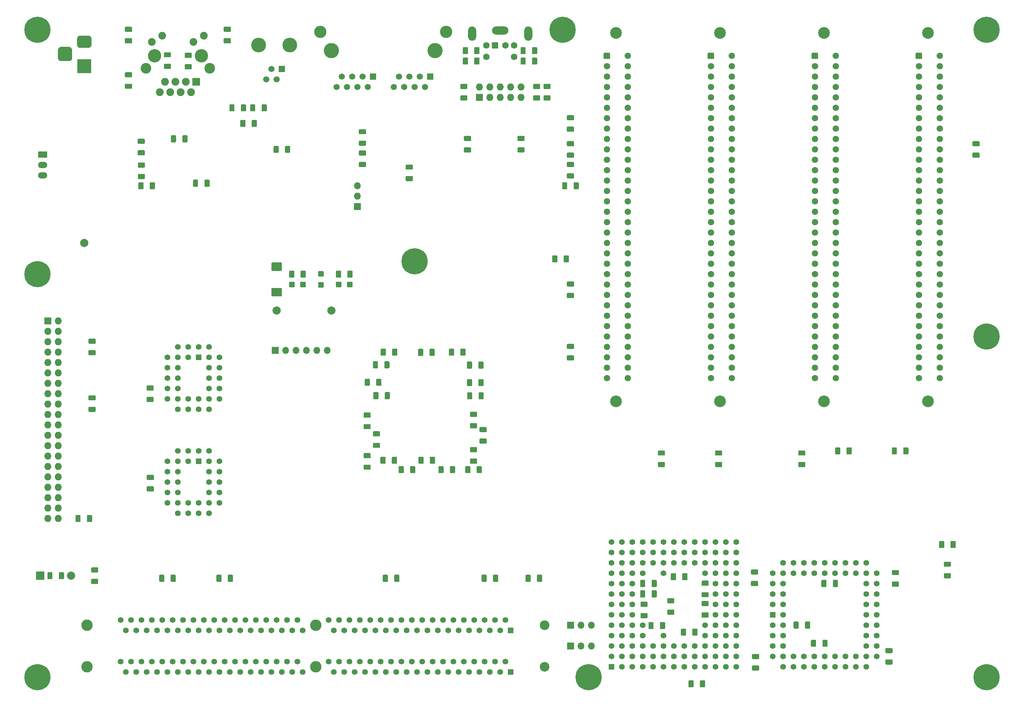
<source format=gbr>
G04 #@! TF.GenerationSoftware,KiCad,Pcbnew,5.1.5+dfsg1-2build2*
G04 #@! TF.CreationDate,2021-11-04T14:18:05+00:00*
G04 #@! TF.ProjectId,MAXI030,4d415849-3033-4302-9e6b-696361645f70,rev?*
G04 #@! TF.SameCoordinates,Original*
G04 #@! TF.FileFunction,Soldermask,Bot*
G04 #@! TF.FilePolarity,Negative*
%FSLAX46Y46*%
G04 Gerber Fmt 4.6, Leading zero omitted, Abs format (unit mm)*
G04 Created by KiCad (PCBNEW 5.1.5+dfsg1-2build2) date 2021-11-04 14:18:05*
%MOMM*%
%LPD*%
G04 APERTURE LIST*
%ADD10C,0.100000*%
%ADD11C,1.397000*%
%ADD12C,2.336800*%
%ADD13R,1.397000X1.397000*%
%ADD14C,2.794000*%
%ADD15C,3.600000*%
%ADD16C,1.520000*%
%ADD17R,1.520000X1.520000*%
%ADD18C,6.400000*%
%ADD19C,2.000000*%
%ADD20O,1.700000X1.700000*%
%ADD21R,1.700000X1.700000*%
%ADD22C,2.850000*%
%ADD23C,1.550000*%
%ADD24R,1.900000X1.900000*%
%ADD25C,1.900000*%
%ADD26C,1.890000*%
%ADD27C,2.600000*%
%ADD28C,3.250000*%
%ADD29C,1.422400*%
%ADD30R,1.422400X1.422400*%
%ADD31O,2.300000X1.500000*%
%ADD32R,2.300000X1.500000*%
%ADD33R,2.000000X2.000000*%
%ADD34R,1.727200X1.727200*%
%ADD35O,1.727200X1.727200*%
%ADD36O,2.000000X3.500000*%
%ADD37R,1.600000X1.600000*%
%ADD38C,1.600000*%
%ADD39O,4.000000X2.000000*%
%ADD40C,3.000000*%
%ADD41C,1.501140*%
%ADD42R,1.501140X1.501140*%
%ADD43C,3.700000*%
%ADD44R,3.500000X3.500000*%
G04 APERTURE END LIST*
D10*
G36*
X77104504Y82788796D02*
G01*
X77128773Y82785196D01*
X77152571Y82779235D01*
X77175671Y82770970D01*
X77197849Y82760480D01*
X77218893Y82747867D01*
X77238598Y82733253D01*
X77256777Y82716777D01*
X77273253Y82698598D01*
X77287867Y82678893D01*
X77300480Y82657849D01*
X77310970Y82635671D01*
X77319235Y82612571D01*
X77325196Y82588773D01*
X77328796Y82564504D01*
X77330000Y82540000D01*
X77330000Y81290000D01*
X77328796Y81265496D01*
X77325196Y81241227D01*
X77319235Y81217429D01*
X77310970Y81194329D01*
X77300480Y81172151D01*
X77287867Y81151107D01*
X77273253Y81131402D01*
X77256777Y81113223D01*
X77238598Y81096747D01*
X77218893Y81082133D01*
X77197849Y81069520D01*
X77175671Y81059030D01*
X77152571Y81050765D01*
X77128773Y81044804D01*
X77104504Y81041204D01*
X77080000Y81040000D01*
X76330000Y81040000D01*
X76305496Y81041204D01*
X76281227Y81044804D01*
X76257429Y81050765D01*
X76234329Y81059030D01*
X76212151Y81069520D01*
X76191107Y81082133D01*
X76171402Y81096747D01*
X76153223Y81113223D01*
X76136747Y81131402D01*
X76122133Y81151107D01*
X76109520Y81172151D01*
X76099030Y81194329D01*
X76090765Y81217429D01*
X76084804Y81241227D01*
X76081204Y81265496D01*
X76080000Y81290000D01*
X76080000Y82540000D01*
X76081204Y82564504D01*
X76084804Y82588773D01*
X76090765Y82612571D01*
X76099030Y82635671D01*
X76109520Y82657849D01*
X76122133Y82678893D01*
X76136747Y82698598D01*
X76153223Y82716777D01*
X76171402Y82733253D01*
X76191107Y82747867D01*
X76212151Y82760480D01*
X76234329Y82770970D01*
X76257429Y82779235D01*
X76281227Y82785196D01*
X76305496Y82788796D01*
X76330000Y82790000D01*
X77080000Y82790000D01*
X77104504Y82788796D01*
G37*
G36*
X79904504Y82788796D02*
G01*
X79928773Y82785196D01*
X79952571Y82779235D01*
X79975671Y82770970D01*
X79997849Y82760480D01*
X80018893Y82747867D01*
X80038598Y82733253D01*
X80056777Y82716777D01*
X80073253Y82698598D01*
X80087867Y82678893D01*
X80100480Y82657849D01*
X80110970Y82635671D01*
X80119235Y82612571D01*
X80125196Y82588773D01*
X80128796Y82564504D01*
X80130000Y82540000D01*
X80130000Y81290000D01*
X80128796Y81265496D01*
X80125196Y81241227D01*
X80119235Y81217429D01*
X80110970Y81194329D01*
X80100480Y81172151D01*
X80087867Y81151107D01*
X80073253Y81131402D01*
X80056777Y81113223D01*
X80038598Y81096747D01*
X80018893Y81082133D01*
X79997849Y81069520D01*
X79975671Y81059030D01*
X79952571Y81050765D01*
X79928773Y81044804D01*
X79904504Y81041204D01*
X79880000Y81040000D01*
X79130000Y81040000D01*
X79105496Y81041204D01*
X79081227Y81044804D01*
X79057429Y81050765D01*
X79034329Y81059030D01*
X79012151Y81069520D01*
X78991107Y81082133D01*
X78971402Y81096747D01*
X78953223Y81113223D01*
X78936747Y81131402D01*
X78922133Y81151107D01*
X78909520Y81172151D01*
X78899030Y81194329D01*
X78890765Y81217429D01*
X78884804Y81241227D01*
X78881204Y81265496D01*
X78880000Y81290000D01*
X78880000Y82540000D01*
X78881204Y82564504D01*
X78884804Y82588773D01*
X78890765Y82612571D01*
X78899030Y82635671D01*
X78909520Y82657849D01*
X78922133Y82678893D01*
X78936747Y82698598D01*
X78953223Y82716777D01*
X78971402Y82733253D01*
X78991107Y82747867D01*
X79012151Y82760480D01*
X79034329Y82770970D01*
X79057429Y82779235D01*
X79081227Y82785196D01*
X79105496Y82788796D01*
X79130000Y82790000D01*
X79880000Y82790000D01*
X79904504Y82788796D01*
G37*
G36*
X92597504Y80195296D02*
G01*
X92621773Y80191696D01*
X92645571Y80185735D01*
X92668671Y80177470D01*
X92690849Y80166980D01*
X92711893Y80154367D01*
X92731598Y80139753D01*
X92749777Y80123277D01*
X92766253Y80105098D01*
X92780867Y80085393D01*
X92793480Y80064349D01*
X92803970Y80042171D01*
X92812235Y80019071D01*
X92818196Y79995273D01*
X92821796Y79971004D01*
X92823000Y79946500D01*
X92823000Y79196500D01*
X92821796Y79171996D01*
X92818196Y79147727D01*
X92812235Y79123929D01*
X92803970Y79100829D01*
X92793480Y79078651D01*
X92780867Y79057607D01*
X92766253Y79037902D01*
X92749777Y79019723D01*
X92731598Y79003247D01*
X92711893Y78988633D01*
X92690849Y78976020D01*
X92668671Y78965530D01*
X92645571Y78957265D01*
X92621773Y78951304D01*
X92597504Y78947704D01*
X92573000Y78946500D01*
X91323000Y78946500D01*
X91298496Y78947704D01*
X91274227Y78951304D01*
X91250429Y78957265D01*
X91227329Y78965530D01*
X91205151Y78976020D01*
X91184107Y78988633D01*
X91164402Y79003247D01*
X91146223Y79019723D01*
X91129747Y79037902D01*
X91115133Y79057607D01*
X91102520Y79078651D01*
X91092030Y79100829D01*
X91083765Y79123929D01*
X91077804Y79147727D01*
X91074204Y79171996D01*
X91073000Y79196500D01*
X91073000Y79946500D01*
X91074204Y79971004D01*
X91077804Y79995273D01*
X91083765Y80019071D01*
X91092030Y80042171D01*
X91102520Y80064349D01*
X91115133Y80085393D01*
X91129747Y80105098D01*
X91146223Y80123277D01*
X91164402Y80139753D01*
X91184107Y80154367D01*
X91205151Y80166980D01*
X91227329Y80177470D01*
X91250429Y80185735D01*
X91274227Y80191696D01*
X91298496Y80195296D01*
X91323000Y80196500D01*
X92573000Y80196500D01*
X92597504Y80195296D01*
G37*
G36*
X92597504Y77395296D02*
G01*
X92621773Y77391696D01*
X92645571Y77385735D01*
X92668671Y77377470D01*
X92690849Y77366980D01*
X92711893Y77354367D01*
X92731598Y77339753D01*
X92749777Y77323277D01*
X92766253Y77305098D01*
X92780867Y77285393D01*
X92793480Y77264349D01*
X92803970Y77242171D01*
X92812235Y77219071D01*
X92818196Y77195273D01*
X92821796Y77171004D01*
X92823000Y77146500D01*
X92823000Y76396500D01*
X92821796Y76371996D01*
X92818196Y76347727D01*
X92812235Y76323929D01*
X92803970Y76300829D01*
X92793480Y76278651D01*
X92780867Y76257607D01*
X92766253Y76237902D01*
X92749777Y76219723D01*
X92731598Y76203247D01*
X92711893Y76188633D01*
X92690849Y76176020D01*
X92668671Y76165530D01*
X92645571Y76157265D01*
X92621773Y76151304D01*
X92597504Y76147704D01*
X92573000Y76146500D01*
X91323000Y76146500D01*
X91298496Y76147704D01*
X91274227Y76151304D01*
X91250429Y76157265D01*
X91227329Y76165530D01*
X91205151Y76176020D01*
X91184107Y76188633D01*
X91164402Y76203247D01*
X91146223Y76219723D01*
X91129747Y76237902D01*
X91115133Y76257607D01*
X91102520Y76278651D01*
X91092030Y76300829D01*
X91083765Y76323929D01*
X91077804Y76347727D01*
X91074204Y76371996D01*
X91073000Y76396500D01*
X91073000Y77146500D01*
X91074204Y77171004D01*
X91077804Y77195273D01*
X91083765Y77219071D01*
X91092030Y77242171D01*
X91102520Y77264349D01*
X91115133Y77285393D01*
X91129747Y77305098D01*
X91146223Y77323277D01*
X91164402Y77339753D01*
X91184107Y77354367D01*
X91205151Y77366980D01*
X91227329Y77377470D01*
X91250429Y77385735D01*
X91274227Y77391696D01*
X91298496Y77395296D01*
X91323000Y77396500D01*
X92573000Y77396500D01*
X92597504Y77395296D01*
G37*
G36*
X81936504Y75041796D02*
G01*
X81960773Y75038196D01*
X81984571Y75032235D01*
X82007671Y75023970D01*
X82029849Y75013480D01*
X82050893Y75000867D01*
X82070598Y74986253D01*
X82088777Y74969777D01*
X82105253Y74951598D01*
X82119867Y74931893D01*
X82132480Y74910849D01*
X82142970Y74888671D01*
X82151235Y74865571D01*
X82157196Y74841773D01*
X82160796Y74817504D01*
X82162000Y74793000D01*
X82162000Y73543000D01*
X82160796Y73518496D01*
X82157196Y73494227D01*
X82151235Y73470429D01*
X82142970Y73447329D01*
X82132480Y73425151D01*
X82119867Y73404107D01*
X82105253Y73384402D01*
X82088777Y73366223D01*
X82070598Y73349747D01*
X82050893Y73335133D01*
X82029849Y73322520D01*
X82007671Y73312030D01*
X81984571Y73303765D01*
X81960773Y73297804D01*
X81936504Y73294204D01*
X81912000Y73293000D01*
X81162000Y73293000D01*
X81137496Y73294204D01*
X81113227Y73297804D01*
X81089429Y73303765D01*
X81066329Y73312030D01*
X81044151Y73322520D01*
X81023107Y73335133D01*
X81003402Y73349747D01*
X80985223Y73366223D01*
X80968747Y73384402D01*
X80954133Y73404107D01*
X80941520Y73425151D01*
X80931030Y73447329D01*
X80922765Y73470429D01*
X80916804Y73494227D01*
X80913204Y73518496D01*
X80912000Y73543000D01*
X80912000Y74793000D01*
X80913204Y74817504D01*
X80916804Y74841773D01*
X80922765Y74865571D01*
X80931030Y74888671D01*
X80941520Y74910849D01*
X80954133Y74931893D01*
X80968747Y74951598D01*
X80985223Y74969777D01*
X81003402Y74986253D01*
X81023107Y75000867D01*
X81044151Y75013480D01*
X81066329Y75023970D01*
X81089429Y75032235D01*
X81113227Y75038196D01*
X81137496Y75041796D01*
X81162000Y75043000D01*
X81912000Y75043000D01*
X81936504Y75041796D01*
G37*
G36*
X79136504Y75041796D02*
G01*
X79160773Y75038196D01*
X79184571Y75032235D01*
X79207671Y75023970D01*
X79229849Y75013480D01*
X79250893Y75000867D01*
X79270598Y74986253D01*
X79288777Y74969777D01*
X79305253Y74951598D01*
X79319867Y74931893D01*
X79332480Y74910849D01*
X79342970Y74888671D01*
X79351235Y74865571D01*
X79357196Y74841773D01*
X79360796Y74817504D01*
X79362000Y74793000D01*
X79362000Y73543000D01*
X79360796Y73518496D01*
X79357196Y73494227D01*
X79351235Y73470429D01*
X79342970Y73447329D01*
X79332480Y73425151D01*
X79319867Y73404107D01*
X79305253Y73384402D01*
X79288777Y73366223D01*
X79270598Y73349747D01*
X79250893Y73335133D01*
X79229849Y73322520D01*
X79207671Y73312030D01*
X79184571Y73303765D01*
X79160773Y73297804D01*
X79136504Y73294204D01*
X79112000Y73293000D01*
X78362000Y73293000D01*
X78337496Y73294204D01*
X78313227Y73297804D01*
X78289429Y73303765D01*
X78266329Y73312030D01*
X78244151Y73322520D01*
X78223107Y73335133D01*
X78203402Y73349747D01*
X78185223Y73366223D01*
X78168747Y73384402D01*
X78154133Y73404107D01*
X78141520Y73425151D01*
X78131030Y73447329D01*
X78122765Y73470429D01*
X78116804Y73494227D01*
X78113204Y73518496D01*
X78112000Y73543000D01*
X78112000Y74793000D01*
X78113204Y74817504D01*
X78116804Y74841773D01*
X78122765Y74865571D01*
X78131030Y74888671D01*
X78141520Y74910849D01*
X78154133Y74931893D01*
X78168747Y74951598D01*
X78185223Y74969777D01*
X78203402Y74986253D01*
X78223107Y75000867D01*
X78244151Y75013480D01*
X78266329Y75023970D01*
X78289429Y75032235D01*
X78313227Y75038196D01*
X78337496Y75041796D01*
X78362000Y75043000D01*
X79112000Y75043000D01*
X79136504Y75041796D01*
G37*
D11*
X-50800000Y75565000D03*
X-49530000Y73025000D03*
X-48260000Y75565000D03*
X-46990000Y73025000D03*
X-45720000Y75565000D03*
X-44450000Y73025000D03*
X-43180000Y75565000D03*
X-41910000Y73025000D03*
X-40640000Y75565000D03*
X-39370000Y73025000D03*
X-38100000Y75565000D03*
X-36830000Y73025000D03*
X-35560000Y75565000D03*
X-34290000Y73025000D03*
X-33020000Y75565000D03*
X-31750000Y73025000D03*
X-30480000Y75565000D03*
X-29210000Y73025000D03*
X-27940000Y75565000D03*
X-26670000Y73025000D03*
X-25400000Y75565000D03*
X-24130000Y73025000D03*
X-22860000Y75565000D03*
X-21590000Y73025000D03*
X-20320000Y75565000D03*
X5080000Y75565000D03*
X6350000Y73025000D03*
X36830000Y73025000D03*
X-6350000Y73025000D03*
X0Y75565000D03*
X1270000Y73025000D03*
X25400000Y75565000D03*
X34290000Y73025000D03*
D12*
X52705000Y74295000D03*
D13*
X44450000Y73025000D03*
D11*
X43180000Y75565000D03*
X41910000Y73025000D03*
X40640000Y75565000D03*
X38100000Y75565000D03*
X-19050000Y73025000D03*
X-17780000Y75565000D03*
X-16510000Y73025000D03*
X-15240000Y75565000D03*
X-13970000Y73025000D03*
X-12700000Y75565000D03*
X-11430000Y73025000D03*
X-10160000Y75565000D03*
X-8890000Y73025000D03*
X-7620000Y75565000D03*
D14*
X-3175000Y74295000D03*
X-59055000Y74295000D03*
D11*
X10160000Y75565000D03*
X11430000Y73025000D03*
X26670000Y73025000D03*
X33020000Y75565000D03*
X31750000Y73025000D03*
X20320000Y75565000D03*
X21590000Y73025000D03*
X30480000Y75565000D03*
X17780000Y75565000D03*
X19050000Y73025000D03*
X29210000Y73025000D03*
X15240000Y75565000D03*
X16510000Y73025000D03*
X27940000Y75565000D03*
X12700000Y75565000D03*
X13970000Y73025000D03*
X7620000Y75565000D03*
X8890000Y73025000D03*
X22860000Y75565000D03*
X24130000Y73025000D03*
X2540000Y75565000D03*
X3810000Y73025000D03*
X35560000Y75565000D03*
X39370000Y73025000D03*
D15*
X-17145000Y216027000D03*
D16*
X-15240000Y207645000D03*
X-13970000Y210185000D03*
X-12700000Y207645000D03*
D17*
X-11430000Y210185000D03*
D15*
X-9525000Y216027000D03*
D10*
G36*
X47639504Y193793796D02*
G01*
X47663773Y193790196D01*
X47687571Y193784235D01*
X47710671Y193775970D01*
X47732849Y193765480D01*
X47753893Y193752867D01*
X47773598Y193738253D01*
X47791777Y193721777D01*
X47808253Y193703598D01*
X47822867Y193683893D01*
X47835480Y193662849D01*
X47845970Y193640671D01*
X47854235Y193617571D01*
X47860196Y193593773D01*
X47863796Y193569504D01*
X47865000Y193545000D01*
X47865000Y192795000D01*
X47863796Y192770496D01*
X47860196Y192746227D01*
X47854235Y192722429D01*
X47845970Y192699329D01*
X47835480Y192677151D01*
X47822867Y192656107D01*
X47808253Y192636402D01*
X47791777Y192618223D01*
X47773598Y192601747D01*
X47753893Y192587133D01*
X47732849Y192574520D01*
X47710671Y192564030D01*
X47687571Y192555765D01*
X47663773Y192549804D01*
X47639504Y192546204D01*
X47615000Y192545000D01*
X46365000Y192545000D01*
X46340496Y192546204D01*
X46316227Y192549804D01*
X46292429Y192555765D01*
X46269329Y192564030D01*
X46247151Y192574520D01*
X46226107Y192587133D01*
X46206402Y192601747D01*
X46188223Y192618223D01*
X46171747Y192636402D01*
X46157133Y192656107D01*
X46144520Y192677151D01*
X46134030Y192699329D01*
X46125765Y192722429D01*
X46119804Y192746227D01*
X46116204Y192770496D01*
X46115000Y192795000D01*
X46115000Y193545000D01*
X46116204Y193569504D01*
X46119804Y193593773D01*
X46125765Y193617571D01*
X46134030Y193640671D01*
X46144520Y193662849D01*
X46157133Y193683893D01*
X46171747Y193703598D01*
X46188223Y193721777D01*
X46206402Y193738253D01*
X46226107Y193752867D01*
X46247151Y193765480D01*
X46269329Y193775970D01*
X46292429Y193784235D01*
X46316227Y193790196D01*
X46340496Y193793796D01*
X46365000Y193795000D01*
X47615000Y193795000D01*
X47639504Y193793796D01*
G37*
G36*
X47639504Y190993796D02*
G01*
X47663773Y190990196D01*
X47687571Y190984235D01*
X47710671Y190975970D01*
X47732849Y190965480D01*
X47753893Y190952867D01*
X47773598Y190938253D01*
X47791777Y190921777D01*
X47808253Y190903598D01*
X47822867Y190883893D01*
X47835480Y190862849D01*
X47845970Y190840671D01*
X47854235Y190817571D01*
X47860196Y190793773D01*
X47863796Y190769504D01*
X47865000Y190745000D01*
X47865000Y189995000D01*
X47863796Y189970496D01*
X47860196Y189946227D01*
X47854235Y189922429D01*
X47845970Y189899329D01*
X47835480Y189877151D01*
X47822867Y189856107D01*
X47808253Y189836402D01*
X47791777Y189818223D01*
X47773598Y189801747D01*
X47753893Y189787133D01*
X47732849Y189774520D01*
X47710671Y189764030D01*
X47687571Y189755765D01*
X47663773Y189749804D01*
X47639504Y189746204D01*
X47615000Y189745000D01*
X46365000Y189745000D01*
X46340496Y189746204D01*
X46316227Y189749804D01*
X46292429Y189755765D01*
X46269329Y189764030D01*
X46247151Y189774520D01*
X46226107Y189787133D01*
X46206402Y189801747D01*
X46188223Y189818223D01*
X46171747Y189836402D01*
X46157133Y189856107D01*
X46144520Y189877151D01*
X46134030Y189899329D01*
X46125765Y189922429D01*
X46119804Y189946227D01*
X46116204Y189970496D01*
X46115000Y189995000D01*
X46115000Y190745000D01*
X46116204Y190769504D01*
X46119804Y190793773D01*
X46125765Y190817571D01*
X46134030Y190840671D01*
X46144520Y190862849D01*
X46157133Y190883893D01*
X46171747Y190903598D01*
X46188223Y190921777D01*
X46206402Y190938253D01*
X46226107Y190952867D01*
X46247151Y190965480D01*
X46269329Y190975970D01*
X46292429Y190984235D01*
X46316227Y190990196D01*
X46340496Y190993796D01*
X46365000Y190995000D01*
X47615000Y190995000D01*
X47639504Y190993796D01*
G37*
G36*
X137492004Y68695796D02*
G01*
X137516273Y68692196D01*
X137540071Y68686235D01*
X137563171Y68677970D01*
X137585349Y68667480D01*
X137606393Y68654867D01*
X137626098Y68640253D01*
X137644277Y68623777D01*
X137660753Y68605598D01*
X137675367Y68585893D01*
X137687980Y68564849D01*
X137698470Y68542671D01*
X137706735Y68519571D01*
X137712696Y68495773D01*
X137716296Y68471504D01*
X137717500Y68447000D01*
X137717500Y67697000D01*
X137716296Y67672496D01*
X137712696Y67648227D01*
X137706735Y67624429D01*
X137698470Y67601329D01*
X137687980Y67579151D01*
X137675367Y67558107D01*
X137660753Y67538402D01*
X137644277Y67520223D01*
X137626098Y67503747D01*
X137606393Y67489133D01*
X137585349Y67476520D01*
X137563171Y67466030D01*
X137540071Y67457765D01*
X137516273Y67451804D01*
X137492004Y67448204D01*
X137467500Y67447000D01*
X136217500Y67447000D01*
X136192996Y67448204D01*
X136168727Y67451804D01*
X136144929Y67457765D01*
X136121829Y67466030D01*
X136099651Y67476520D01*
X136078607Y67489133D01*
X136058902Y67503747D01*
X136040723Y67520223D01*
X136024247Y67538402D01*
X136009633Y67558107D01*
X135997020Y67579151D01*
X135986530Y67601329D01*
X135978265Y67624429D01*
X135972304Y67648227D01*
X135968704Y67672496D01*
X135967500Y67697000D01*
X135967500Y68447000D01*
X135968704Y68471504D01*
X135972304Y68495773D01*
X135978265Y68519571D01*
X135986530Y68542671D01*
X135997020Y68564849D01*
X136009633Y68585893D01*
X136024247Y68605598D01*
X136040723Y68623777D01*
X136058902Y68640253D01*
X136078607Y68654867D01*
X136099651Y68667480D01*
X136121829Y68677970D01*
X136144929Y68686235D01*
X136168727Y68692196D01*
X136192996Y68695796D01*
X136217500Y68697000D01*
X137467500Y68697000D01*
X137492004Y68695796D01*
G37*
G36*
X137492004Y65895796D02*
G01*
X137516273Y65892196D01*
X137540071Y65886235D01*
X137563171Y65877970D01*
X137585349Y65867480D01*
X137606393Y65854867D01*
X137626098Y65840253D01*
X137644277Y65823777D01*
X137660753Y65805598D01*
X137675367Y65785893D01*
X137687980Y65764849D01*
X137698470Y65742671D01*
X137706735Y65719571D01*
X137712696Y65695773D01*
X137716296Y65671504D01*
X137717500Y65647000D01*
X137717500Y64897000D01*
X137716296Y64872496D01*
X137712696Y64848227D01*
X137706735Y64824429D01*
X137698470Y64801329D01*
X137687980Y64779151D01*
X137675367Y64758107D01*
X137660753Y64738402D01*
X137644277Y64720223D01*
X137626098Y64703747D01*
X137606393Y64689133D01*
X137585349Y64676520D01*
X137563171Y64666030D01*
X137540071Y64657765D01*
X137516273Y64651804D01*
X137492004Y64648204D01*
X137467500Y64647000D01*
X136217500Y64647000D01*
X136192996Y64648204D01*
X136168727Y64651804D01*
X136144929Y64657765D01*
X136121829Y64666030D01*
X136099651Y64676520D01*
X136078607Y64689133D01*
X136058902Y64703747D01*
X136040723Y64720223D01*
X136024247Y64738402D01*
X136009633Y64758107D01*
X135997020Y64779151D01*
X135986530Y64801329D01*
X135978265Y64824429D01*
X135972304Y64848227D01*
X135968704Y64872496D01*
X135967500Y64897000D01*
X135967500Y65647000D01*
X135968704Y65671504D01*
X135972304Y65695773D01*
X135978265Y65719571D01*
X135986530Y65742671D01*
X135997020Y65764849D01*
X136009633Y65785893D01*
X136024247Y65805598D01*
X136040723Y65823777D01*
X136058902Y65840253D01*
X136078607Y65854867D01*
X136099651Y65867480D01*
X136121829Y65877970D01*
X136144929Y65886235D01*
X136168727Y65892196D01*
X136192996Y65895796D01*
X136217500Y65897000D01*
X137467500Y65897000D01*
X137492004Y65895796D01*
G37*
G36*
X84600504Y86979796D02*
G01*
X84624773Y86976196D01*
X84648571Y86970235D01*
X84671671Y86961970D01*
X84693849Y86951480D01*
X84714893Y86938867D01*
X84734598Y86924253D01*
X84752777Y86907777D01*
X84769253Y86889598D01*
X84783867Y86869893D01*
X84796480Y86848849D01*
X84806970Y86826671D01*
X84815235Y86803571D01*
X84821196Y86779773D01*
X84824796Y86755504D01*
X84826000Y86731000D01*
X84826000Y85481000D01*
X84824796Y85456496D01*
X84821196Y85432227D01*
X84815235Y85408429D01*
X84806970Y85385329D01*
X84796480Y85363151D01*
X84783867Y85342107D01*
X84769253Y85322402D01*
X84752777Y85304223D01*
X84734598Y85287747D01*
X84714893Y85273133D01*
X84693849Y85260520D01*
X84671671Y85250030D01*
X84648571Y85241765D01*
X84624773Y85235804D01*
X84600504Y85232204D01*
X84576000Y85231000D01*
X83826000Y85231000D01*
X83801496Y85232204D01*
X83777227Y85235804D01*
X83753429Y85241765D01*
X83730329Y85250030D01*
X83708151Y85260520D01*
X83687107Y85273133D01*
X83667402Y85287747D01*
X83649223Y85304223D01*
X83632747Y85322402D01*
X83618133Y85342107D01*
X83605520Y85363151D01*
X83595030Y85385329D01*
X83586765Y85408429D01*
X83580804Y85432227D01*
X83577204Y85456496D01*
X83576000Y85481000D01*
X83576000Y86731000D01*
X83577204Y86755504D01*
X83580804Y86779773D01*
X83586765Y86803571D01*
X83595030Y86826671D01*
X83605520Y86848849D01*
X83618133Y86869893D01*
X83632747Y86889598D01*
X83649223Y86907777D01*
X83667402Y86924253D01*
X83687107Y86938867D01*
X83708151Y86951480D01*
X83730329Y86961970D01*
X83753429Y86970235D01*
X83777227Y86976196D01*
X83801496Y86979796D01*
X83826000Y86981000D01*
X84576000Y86981000D01*
X84600504Y86979796D01*
G37*
G36*
X87400504Y86979796D02*
G01*
X87424773Y86976196D01*
X87448571Y86970235D01*
X87471671Y86961970D01*
X87493849Y86951480D01*
X87514893Y86938867D01*
X87534598Y86924253D01*
X87552777Y86907777D01*
X87569253Y86889598D01*
X87583867Y86869893D01*
X87596480Y86848849D01*
X87606970Y86826671D01*
X87615235Y86803571D01*
X87621196Y86779773D01*
X87624796Y86755504D01*
X87626000Y86731000D01*
X87626000Y85481000D01*
X87624796Y85456496D01*
X87621196Y85432227D01*
X87615235Y85408429D01*
X87606970Y85385329D01*
X87596480Y85363151D01*
X87583867Y85342107D01*
X87569253Y85322402D01*
X87552777Y85304223D01*
X87534598Y85287747D01*
X87514893Y85273133D01*
X87493849Y85260520D01*
X87471671Y85250030D01*
X87448571Y85241765D01*
X87424773Y85235804D01*
X87400504Y85232204D01*
X87376000Y85231000D01*
X86626000Y85231000D01*
X86601496Y85232204D01*
X86577227Y85235804D01*
X86553429Y85241765D01*
X86530329Y85250030D01*
X86508151Y85260520D01*
X86487107Y85273133D01*
X86467402Y85287747D01*
X86449223Y85304223D01*
X86432747Y85322402D01*
X86418133Y85342107D01*
X86405520Y85363151D01*
X86395030Y85385329D01*
X86386765Y85408429D01*
X86380804Y85432227D01*
X86377204Y85456496D01*
X86376000Y85481000D01*
X86376000Y86731000D01*
X86377204Y86755504D01*
X86380804Y86779773D01*
X86386765Y86803571D01*
X86395030Y86826671D01*
X86405520Y86848849D01*
X86418133Y86869893D01*
X86432747Y86889598D01*
X86449223Y86907777D01*
X86467402Y86924253D01*
X86487107Y86938867D01*
X86508151Y86951480D01*
X86530329Y86961970D01*
X86553429Y86970235D01*
X86577227Y86976196D01*
X86601496Y86979796D01*
X86626000Y86981000D01*
X87376000Y86981000D01*
X87400504Y86979796D01*
G37*
G36*
X77675004Y77198796D02*
G01*
X77699273Y77195196D01*
X77723071Y77189235D01*
X77746171Y77180970D01*
X77768349Y77170480D01*
X77789393Y77157867D01*
X77809098Y77143253D01*
X77827277Y77126777D01*
X77843753Y77108598D01*
X77858367Y77088893D01*
X77870980Y77067849D01*
X77881470Y77045671D01*
X77889735Y77022571D01*
X77895696Y76998773D01*
X77899296Y76974504D01*
X77900500Y76950000D01*
X77900500Y76200000D01*
X77899296Y76175496D01*
X77895696Y76151227D01*
X77889735Y76127429D01*
X77881470Y76104329D01*
X77870980Y76082151D01*
X77858367Y76061107D01*
X77843753Y76041402D01*
X77827277Y76023223D01*
X77809098Y76006747D01*
X77789393Y75992133D01*
X77768349Y75979520D01*
X77746171Y75969030D01*
X77723071Y75960765D01*
X77699273Y75954804D01*
X77675004Y75951204D01*
X77650500Y75950000D01*
X76400500Y75950000D01*
X76375996Y75951204D01*
X76351727Y75954804D01*
X76327929Y75960765D01*
X76304829Y75969030D01*
X76282651Y75979520D01*
X76261607Y75992133D01*
X76241902Y76006747D01*
X76223723Y76023223D01*
X76207247Y76041402D01*
X76192633Y76061107D01*
X76180020Y76082151D01*
X76169530Y76104329D01*
X76161265Y76127429D01*
X76155304Y76151227D01*
X76151704Y76175496D01*
X76150500Y76200000D01*
X76150500Y76950000D01*
X76151704Y76974504D01*
X76155304Y76998773D01*
X76161265Y77022571D01*
X76169530Y77045671D01*
X76180020Y77067849D01*
X76192633Y77088893D01*
X76207247Y77108598D01*
X76223723Y77126777D01*
X76241902Y77143253D01*
X76261607Y77157867D01*
X76282651Y77170480D01*
X76304829Y77180970D01*
X76327929Y77189235D01*
X76351727Y77195196D01*
X76375996Y77198796D01*
X76400500Y77200000D01*
X77650500Y77200000D01*
X77675004Y77198796D01*
G37*
G36*
X77675004Y79998796D02*
G01*
X77699273Y79995196D01*
X77723071Y79989235D01*
X77746171Y79980970D01*
X77768349Y79970480D01*
X77789393Y79957867D01*
X77809098Y79943253D01*
X77827277Y79926777D01*
X77843753Y79908598D01*
X77858367Y79888893D01*
X77870980Y79867849D01*
X77881470Y79845671D01*
X77889735Y79822571D01*
X77895696Y79798773D01*
X77899296Y79774504D01*
X77900500Y79750000D01*
X77900500Y79000000D01*
X77899296Y78975496D01*
X77895696Y78951227D01*
X77889735Y78927429D01*
X77881470Y78904329D01*
X77870980Y78882151D01*
X77858367Y78861107D01*
X77843753Y78841402D01*
X77827277Y78823223D01*
X77809098Y78806747D01*
X77789393Y78792133D01*
X77768349Y78779520D01*
X77746171Y78769030D01*
X77723071Y78760765D01*
X77699273Y78754804D01*
X77675004Y78751204D01*
X77650500Y78750000D01*
X76400500Y78750000D01*
X76375996Y78751204D01*
X76351727Y78754804D01*
X76327929Y78760765D01*
X76304829Y78769030D01*
X76282651Y78779520D01*
X76261607Y78792133D01*
X76241902Y78806747D01*
X76223723Y78823223D01*
X76207247Y78841402D01*
X76192633Y78861107D01*
X76180020Y78882151D01*
X76169530Y78904329D01*
X76161265Y78927429D01*
X76155304Y78951227D01*
X76151704Y78975496D01*
X76150500Y79000000D01*
X76150500Y79750000D01*
X76151704Y79774504D01*
X76155304Y79798773D01*
X76161265Y79822571D01*
X76169530Y79845671D01*
X76180020Y79867849D01*
X76192633Y79888893D01*
X76207247Y79908598D01*
X76223723Y79926777D01*
X76241902Y79943253D01*
X76261607Y79957867D01*
X76282651Y79970480D01*
X76304829Y79980970D01*
X76327929Y79989235D01*
X76351727Y79995196D01*
X76375996Y79998796D01*
X76400500Y80000000D01*
X77650500Y80000000D01*
X77675004Y79998796D01*
G37*
G36*
X104662504Y85078796D02*
G01*
X104686773Y85075196D01*
X104710571Y85069235D01*
X104733671Y85060970D01*
X104755849Y85050480D01*
X104776893Y85037867D01*
X104796598Y85023253D01*
X104814777Y85006777D01*
X104831253Y84988598D01*
X104845867Y84968893D01*
X104858480Y84947849D01*
X104868970Y84925671D01*
X104877235Y84902571D01*
X104883196Y84878773D01*
X104886796Y84854504D01*
X104888000Y84830000D01*
X104888000Y84080000D01*
X104886796Y84055496D01*
X104883196Y84031227D01*
X104877235Y84007429D01*
X104868970Y83984329D01*
X104858480Y83962151D01*
X104845867Y83941107D01*
X104831253Y83921402D01*
X104814777Y83903223D01*
X104796598Y83886747D01*
X104776893Y83872133D01*
X104755849Y83859520D01*
X104733671Y83849030D01*
X104710571Y83840765D01*
X104686773Y83834804D01*
X104662504Y83831204D01*
X104638000Y83830000D01*
X103388000Y83830000D01*
X103363496Y83831204D01*
X103339227Y83834804D01*
X103315429Y83840765D01*
X103292329Y83849030D01*
X103270151Y83859520D01*
X103249107Y83872133D01*
X103229402Y83886747D01*
X103211223Y83903223D01*
X103194747Y83921402D01*
X103180133Y83941107D01*
X103167520Y83962151D01*
X103157030Y83984329D01*
X103148765Y84007429D01*
X103142804Y84031227D01*
X103139204Y84055496D01*
X103138000Y84080000D01*
X103138000Y84830000D01*
X103139204Y84854504D01*
X103142804Y84878773D01*
X103148765Y84902571D01*
X103157030Y84925671D01*
X103167520Y84947849D01*
X103180133Y84968893D01*
X103194747Y84988598D01*
X103211223Y85006777D01*
X103229402Y85023253D01*
X103249107Y85037867D01*
X103270151Y85050480D01*
X103292329Y85060970D01*
X103315429Y85069235D01*
X103339227Y85075196D01*
X103363496Y85078796D01*
X103388000Y85080000D01*
X104638000Y85080000D01*
X104662504Y85078796D01*
G37*
G36*
X104662504Y87878796D02*
G01*
X104686773Y87875196D01*
X104710571Y87869235D01*
X104733671Y87860970D01*
X104755849Y87850480D01*
X104776893Y87837867D01*
X104796598Y87823253D01*
X104814777Y87806777D01*
X104831253Y87788598D01*
X104845867Y87768893D01*
X104858480Y87747849D01*
X104868970Y87725671D01*
X104877235Y87702571D01*
X104883196Y87678773D01*
X104886796Y87654504D01*
X104888000Y87630000D01*
X104888000Y86880000D01*
X104886796Y86855496D01*
X104883196Y86831227D01*
X104877235Y86807429D01*
X104868970Y86784329D01*
X104858480Y86762151D01*
X104845867Y86741107D01*
X104831253Y86721402D01*
X104814777Y86703223D01*
X104796598Y86686747D01*
X104776893Y86672133D01*
X104755849Y86659520D01*
X104733671Y86649030D01*
X104710571Y86640765D01*
X104686773Y86634804D01*
X104662504Y86631204D01*
X104638000Y86630000D01*
X103388000Y86630000D01*
X103363496Y86631204D01*
X103339227Y86634804D01*
X103315429Y86640765D01*
X103292329Y86649030D01*
X103270151Y86659520D01*
X103249107Y86672133D01*
X103229402Y86686747D01*
X103211223Y86703223D01*
X103194747Y86721402D01*
X103180133Y86741107D01*
X103167520Y86762151D01*
X103157030Y86784329D01*
X103148765Y86807429D01*
X103142804Y86831227D01*
X103139204Y86855496D01*
X103138000Y86880000D01*
X103138000Y87630000D01*
X103139204Y87654504D01*
X103142804Y87678773D01*
X103148765Y87702571D01*
X103157030Y87725671D01*
X103167520Y87747849D01*
X103180133Y87768893D01*
X103194747Y87788598D01*
X103211223Y87806777D01*
X103229402Y87823253D01*
X103249107Y87837867D01*
X103270151Y87850480D01*
X103292329Y87860970D01*
X103315429Y87869235D01*
X103339227Y87875196D01*
X103363496Y87878796D01*
X103388000Y87880000D01*
X104638000Y87880000D01*
X104662504Y87878796D01*
G37*
G36*
X121627004Y70723796D02*
G01*
X121651273Y70720196D01*
X121675071Y70714235D01*
X121698171Y70705970D01*
X121720349Y70695480D01*
X121741393Y70682867D01*
X121761098Y70668253D01*
X121779277Y70651777D01*
X121795753Y70633598D01*
X121810367Y70613893D01*
X121822980Y70592849D01*
X121833470Y70570671D01*
X121841735Y70547571D01*
X121847696Y70523773D01*
X121851296Y70499504D01*
X121852500Y70475000D01*
X121852500Y69225000D01*
X121851296Y69200496D01*
X121847696Y69176227D01*
X121841735Y69152429D01*
X121833470Y69129329D01*
X121822980Y69107151D01*
X121810367Y69086107D01*
X121795753Y69066402D01*
X121779277Y69048223D01*
X121761098Y69031747D01*
X121741393Y69017133D01*
X121720349Y69004520D01*
X121698171Y68994030D01*
X121675071Y68985765D01*
X121651273Y68979804D01*
X121627004Y68976204D01*
X121602500Y68975000D01*
X120852500Y68975000D01*
X120827996Y68976204D01*
X120803727Y68979804D01*
X120779929Y68985765D01*
X120756829Y68994030D01*
X120734651Y69004520D01*
X120713607Y69017133D01*
X120693902Y69031747D01*
X120675723Y69048223D01*
X120659247Y69066402D01*
X120644633Y69086107D01*
X120632020Y69107151D01*
X120621530Y69129329D01*
X120613265Y69152429D01*
X120607304Y69176227D01*
X120603704Y69200496D01*
X120602500Y69225000D01*
X120602500Y70475000D01*
X120603704Y70499504D01*
X120607304Y70523773D01*
X120613265Y70547571D01*
X120621530Y70570671D01*
X120632020Y70592849D01*
X120644633Y70613893D01*
X120659247Y70633598D01*
X120675723Y70651777D01*
X120693902Y70668253D01*
X120713607Y70682867D01*
X120734651Y70695480D01*
X120756829Y70705970D01*
X120779929Y70714235D01*
X120803727Y70720196D01*
X120827996Y70723796D01*
X120852500Y70725000D01*
X121602500Y70725000D01*
X121627004Y70723796D01*
G37*
G36*
X118827004Y70723796D02*
G01*
X118851273Y70720196D01*
X118875071Y70714235D01*
X118898171Y70705970D01*
X118920349Y70695480D01*
X118941393Y70682867D01*
X118961098Y70668253D01*
X118979277Y70651777D01*
X118995753Y70633598D01*
X119010367Y70613893D01*
X119022980Y70592849D01*
X119033470Y70570671D01*
X119041735Y70547571D01*
X119047696Y70523773D01*
X119051296Y70499504D01*
X119052500Y70475000D01*
X119052500Y69225000D01*
X119051296Y69200496D01*
X119047696Y69176227D01*
X119041735Y69152429D01*
X119033470Y69129329D01*
X119022980Y69107151D01*
X119010367Y69086107D01*
X118995753Y69066402D01*
X118979277Y69048223D01*
X118961098Y69031747D01*
X118941393Y69017133D01*
X118920349Y69004520D01*
X118898171Y68994030D01*
X118875071Y68985765D01*
X118851273Y68979804D01*
X118827004Y68976204D01*
X118802500Y68975000D01*
X118052500Y68975000D01*
X118027996Y68976204D01*
X118003727Y68979804D01*
X117979929Y68985765D01*
X117956829Y68994030D01*
X117934651Y69004520D01*
X117913607Y69017133D01*
X117893902Y69031747D01*
X117875723Y69048223D01*
X117859247Y69066402D01*
X117844633Y69086107D01*
X117832020Y69107151D01*
X117821530Y69129329D01*
X117813265Y69152429D01*
X117807304Y69176227D01*
X117803704Y69200496D01*
X117802500Y69225000D01*
X117802500Y70475000D01*
X117803704Y70499504D01*
X117807304Y70523773D01*
X117813265Y70547571D01*
X117821530Y70570671D01*
X117832020Y70592849D01*
X117844633Y70613893D01*
X117859247Y70633598D01*
X117875723Y70651777D01*
X117893902Y70668253D01*
X117913607Y70682867D01*
X117934651Y70695480D01*
X117956829Y70705970D01*
X117979929Y70714235D01*
X118003727Y70720196D01*
X118027996Y70723796D01*
X118052500Y70725000D01*
X118802500Y70725000D01*
X118827004Y70723796D01*
G37*
G36*
X87071004Y73454296D02*
G01*
X87095273Y73450696D01*
X87119071Y73444735D01*
X87142171Y73436470D01*
X87164349Y73425980D01*
X87185393Y73413367D01*
X87205098Y73398753D01*
X87223277Y73382277D01*
X87239753Y73364098D01*
X87254367Y73344393D01*
X87266980Y73323349D01*
X87277470Y73301171D01*
X87285735Y73278071D01*
X87291696Y73254273D01*
X87295296Y73230004D01*
X87296500Y73205500D01*
X87296500Y71955500D01*
X87295296Y71930996D01*
X87291696Y71906727D01*
X87285735Y71882929D01*
X87277470Y71859829D01*
X87266980Y71837651D01*
X87254367Y71816607D01*
X87239753Y71796902D01*
X87223277Y71778723D01*
X87205098Y71762247D01*
X87185393Y71747633D01*
X87164349Y71735020D01*
X87142171Y71724530D01*
X87119071Y71716265D01*
X87095273Y71710304D01*
X87071004Y71706704D01*
X87046500Y71705500D01*
X86296500Y71705500D01*
X86271996Y71706704D01*
X86247727Y71710304D01*
X86223929Y71716265D01*
X86200829Y71724530D01*
X86178651Y71735020D01*
X86157607Y71747633D01*
X86137902Y71762247D01*
X86119723Y71778723D01*
X86103247Y71796902D01*
X86088633Y71816607D01*
X86076020Y71837651D01*
X86065530Y71859829D01*
X86057265Y71882929D01*
X86051304Y71906727D01*
X86047704Y71930996D01*
X86046500Y71955500D01*
X86046500Y73205500D01*
X86047704Y73230004D01*
X86051304Y73254273D01*
X86057265Y73278071D01*
X86065530Y73301171D01*
X86076020Y73323349D01*
X86088633Y73344393D01*
X86103247Y73364098D01*
X86119723Y73382277D01*
X86137902Y73398753D01*
X86157607Y73413367D01*
X86178651Y73425980D01*
X86200829Y73436470D01*
X86223929Y73444735D01*
X86247727Y73450696D01*
X86271996Y73454296D01*
X86296500Y73455500D01*
X87046500Y73455500D01*
X87071004Y73454296D01*
G37*
G36*
X89871004Y73454296D02*
G01*
X89895273Y73450696D01*
X89919071Y73444735D01*
X89942171Y73436470D01*
X89964349Y73425980D01*
X89985393Y73413367D01*
X90005098Y73398753D01*
X90023277Y73382277D01*
X90039753Y73364098D01*
X90054367Y73344393D01*
X90066980Y73323349D01*
X90077470Y73301171D01*
X90085735Y73278071D01*
X90091696Y73254273D01*
X90095296Y73230004D01*
X90096500Y73205500D01*
X90096500Y71955500D01*
X90095296Y71930996D01*
X90091696Y71906727D01*
X90085735Y71882929D01*
X90077470Y71859829D01*
X90066980Y71837651D01*
X90054367Y71816607D01*
X90039753Y71796902D01*
X90023277Y71778723D01*
X90005098Y71762247D01*
X89985393Y71747633D01*
X89964349Y71735020D01*
X89942171Y71724530D01*
X89919071Y71716265D01*
X89895273Y71710304D01*
X89871004Y71706704D01*
X89846500Y71705500D01*
X89096500Y71705500D01*
X89071996Y71706704D01*
X89047727Y71710304D01*
X89023929Y71716265D01*
X89000829Y71724530D01*
X88978651Y71735020D01*
X88957607Y71747633D01*
X88937902Y71762247D01*
X88919723Y71778723D01*
X88903247Y71796902D01*
X88888633Y71816607D01*
X88876020Y71837651D01*
X88865530Y71859829D01*
X88857265Y71882929D01*
X88851304Y71906727D01*
X88847704Y71930996D01*
X88846500Y71955500D01*
X88846500Y73205500D01*
X88847704Y73230004D01*
X88851304Y73254273D01*
X88857265Y73278071D01*
X88865530Y73301171D01*
X88876020Y73323349D01*
X88888633Y73344393D01*
X88903247Y73364098D01*
X88919723Y73382277D01*
X88937902Y73398753D01*
X88957607Y73413367D01*
X88978651Y73425980D01*
X89000829Y73436470D01*
X89023929Y73444735D01*
X89047727Y73450696D01*
X89071996Y73454296D01*
X89096500Y73455500D01*
X89846500Y73455500D01*
X89871004Y73454296D01*
G37*
D18*
X20955000Y163195000D03*
X-71120000Y160020000D03*
D19*
X-59690000Y167640000D03*
D10*
G36*
X12648304Y134477796D02*
G01*
X12672573Y134474196D01*
X12696371Y134468235D01*
X12719471Y134459970D01*
X12741649Y134449480D01*
X12762693Y134436867D01*
X12782398Y134422253D01*
X12800577Y134405777D01*
X12817053Y134387598D01*
X12831667Y134367893D01*
X12844280Y134346849D01*
X12854770Y134324671D01*
X12863035Y134301571D01*
X12868996Y134277773D01*
X12872596Y134253504D01*
X12873800Y134229000D01*
X12873800Y132979000D01*
X12872596Y132954496D01*
X12868996Y132930227D01*
X12863035Y132906429D01*
X12854770Y132883329D01*
X12844280Y132861151D01*
X12831667Y132840107D01*
X12817053Y132820402D01*
X12800577Y132802223D01*
X12782398Y132785747D01*
X12762693Y132771133D01*
X12741649Y132758520D01*
X12719471Y132748030D01*
X12696371Y132739765D01*
X12672573Y132733804D01*
X12648304Y132730204D01*
X12623800Y132729000D01*
X11873800Y132729000D01*
X11849296Y132730204D01*
X11825027Y132733804D01*
X11801229Y132739765D01*
X11778129Y132748030D01*
X11755951Y132758520D01*
X11734907Y132771133D01*
X11715202Y132785747D01*
X11697023Y132802223D01*
X11680547Y132820402D01*
X11665933Y132840107D01*
X11653320Y132861151D01*
X11642830Y132883329D01*
X11634565Y132906429D01*
X11628604Y132930227D01*
X11625004Y132954496D01*
X11623800Y132979000D01*
X11623800Y134229000D01*
X11625004Y134253504D01*
X11628604Y134277773D01*
X11634565Y134301571D01*
X11642830Y134324671D01*
X11653320Y134346849D01*
X11665933Y134367893D01*
X11680547Y134387598D01*
X11697023Y134405777D01*
X11715202Y134422253D01*
X11734907Y134436867D01*
X11755951Y134449480D01*
X11778129Y134459970D01*
X11801229Y134468235D01*
X11825027Y134474196D01*
X11849296Y134477796D01*
X11873800Y134479000D01*
X12623800Y134479000D01*
X12648304Y134477796D01*
G37*
G36*
X9848304Y134477796D02*
G01*
X9872573Y134474196D01*
X9896371Y134468235D01*
X9919471Y134459970D01*
X9941649Y134449480D01*
X9962693Y134436867D01*
X9982398Y134422253D01*
X10000577Y134405777D01*
X10017053Y134387598D01*
X10031667Y134367893D01*
X10044280Y134346849D01*
X10054770Y134324671D01*
X10063035Y134301571D01*
X10068996Y134277773D01*
X10072596Y134253504D01*
X10073800Y134229000D01*
X10073800Y132979000D01*
X10072596Y132954496D01*
X10068996Y132930227D01*
X10063035Y132906429D01*
X10054770Y132883329D01*
X10044280Y132861151D01*
X10031667Y132840107D01*
X10017053Y132820402D01*
X10000577Y132802223D01*
X9982398Y132785747D01*
X9962693Y132771133D01*
X9941649Y132758520D01*
X9919471Y132748030D01*
X9896371Y132739765D01*
X9872573Y132733804D01*
X9848304Y132730204D01*
X9823800Y132729000D01*
X9073800Y132729000D01*
X9049296Y132730204D01*
X9025027Y132733804D01*
X9001229Y132739765D01*
X8978129Y132748030D01*
X8955951Y132758520D01*
X8934907Y132771133D01*
X8915202Y132785747D01*
X8897023Y132802223D01*
X8880547Y132820402D01*
X8865933Y132840107D01*
X8853320Y132861151D01*
X8842830Y132883329D01*
X8834565Y132906429D01*
X8828604Y132930227D01*
X8825004Y132954496D01*
X8823800Y132979000D01*
X8823800Y134229000D01*
X8825004Y134253504D01*
X8828604Y134277773D01*
X8834565Y134301571D01*
X8842830Y134324671D01*
X8853320Y134346849D01*
X8865933Y134367893D01*
X8880547Y134387598D01*
X8897023Y134405777D01*
X8915202Y134422253D01*
X8934907Y134436867D01*
X8955951Y134449480D01*
X8978129Y134459970D01*
X9001229Y134468235D01*
X9025027Y134474196D01*
X9049296Y134477796D01*
X9073800Y134479000D01*
X9823800Y134479000D01*
X9848304Y134477796D01*
G37*
G36*
X11823504Y138744996D02*
G01*
X11847773Y138741396D01*
X11871571Y138735435D01*
X11894671Y138727170D01*
X11916849Y138716680D01*
X11937893Y138704067D01*
X11957598Y138689453D01*
X11975777Y138672977D01*
X11992253Y138654798D01*
X12006867Y138635093D01*
X12019480Y138614049D01*
X12029970Y138591871D01*
X12038235Y138568771D01*
X12044196Y138544973D01*
X12047796Y138520704D01*
X12049000Y138496200D01*
X12049000Y137246200D01*
X12047796Y137221696D01*
X12044196Y137197427D01*
X12038235Y137173629D01*
X12029970Y137150529D01*
X12019480Y137128351D01*
X12006867Y137107307D01*
X11992253Y137087602D01*
X11975777Y137069423D01*
X11957598Y137052947D01*
X11937893Y137038333D01*
X11916849Y137025720D01*
X11894671Y137015230D01*
X11871571Y137006965D01*
X11847773Y137001004D01*
X11823504Y136997404D01*
X11799000Y136996200D01*
X11049000Y136996200D01*
X11024496Y136997404D01*
X11000227Y137001004D01*
X10976429Y137006965D01*
X10953329Y137015230D01*
X10931151Y137025720D01*
X10910107Y137038333D01*
X10890402Y137052947D01*
X10872223Y137069423D01*
X10855747Y137087602D01*
X10841133Y137107307D01*
X10828520Y137128351D01*
X10818030Y137150529D01*
X10809765Y137173629D01*
X10803804Y137197427D01*
X10800204Y137221696D01*
X10799000Y137246200D01*
X10799000Y138496200D01*
X10800204Y138520704D01*
X10803804Y138544973D01*
X10809765Y138568771D01*
X10818030Y138591871D01*
X10828520Y138614049D01*
X10841133Y138635093D01*
X10855747Y138654798D01*
X10872223Y138672977D01*
X10890402Y138689453D01*
X10910107Y138704067D01*
X10931151Y138716680D01*
X10953329Y138727170D01*
X10976429Y138735435D01*
X11000227Y138741396D01*
X11024496Y138744996D01*
X11049000Y138746200D01*
X11799000Y138746200D01*
X11823504Y138744996D01*
G37*
G36*
X14623504Y138744996D02*
G01*
X14647773Y138741396D01*
X14671571Y138735435D01*
X14694671Y138727170D01*
X14716849Y138716680D01*
X14737893Y138704067D01*
X14757598Y138689453D01*
X14775777Y138672977D01*
X14792253Y138654798D01*
X14806867Y138635093D01*
X14819480Y138614049D01*
X14829970Y138591871D01*
X14838235Y138568771D01*
X14844196Y138544973D01*
X14847796Y138520704D01*
X14849000Y138496200D01*
X14849000Y137246200D01*
X14847796Y137221696D01*
X14844196Y137197427D01*
X14838235Y137173629D01*
X14829970Y137150529D01*
X14819480Y137128351D01*
X14806867Y137107307D01*
X14792253Y137087602D01*
X14775777Y137069423D01*
X14757598Y137052947D01*
X14737893Y137038333D01*
X14716849Y137025720D01*
X14694671Y137015230D01*
X14671571Y137006965D01*
X14647773Y137001004D01*
X14623504Y136997404D01*
X14599000Y136996200D01*
X13849000Y136996200D01*
X13824496Y136997404D01*
X13800227Y137001004D01*
X13776429Y137006965D01*
X13753329Y137015230D01*
X13731151Y137025720D01*
X13710107Y137038333D01*
X13690402Y137052947D01*
X13672223Y137069423D01*
X13655747Y137087602D01*
X13641133Y137107307D01*
X13628520Y137128351D01*
X13618030Y137150529D01*
X13609765Y137173629D01*
X13603804Y137197427D01*
X13600204Y137221696D01*
X13599000Y137246200D01*
X13599000Y138496200D01*
X13600204Y138520704D01*
X13603804Y138544973D01*
X13609765Y138568771D01*
X13618030Y138591871D01*
X13628520Y138614049D01*
X13641133Y138635093D01*
X13655747Y138654798D01*
X13672223Y138672977D01*
X13690402Y138689453D01*
X13710107Y138704067D01*
X13731151Y138716680D01*
X13753329Y138727170D01*
X13776429Y138735435D01*
X13800227Y138741396D01*
X13824496Y138744996D01*
X13849000Y138746200D01*
X14599000Y138746200D01*
X14623504Y138744996D01*
G37*
G36*
X10047504Y126207396D02*
G01*
X10071773Y126203796D01*
X10095571Y126197835D01*
X10118671Y126189570D01*
X10140849Y126179080D01*
X10161893Y126166467D01*
X10181598Y126151853D01*
X10199777Y126135377D01*
X10216253Y126117198D01*
X10230867Y126097493D01*
X10243480Y126076449D01*
X10253970Y126054271D01*
X10262235Y126031171D01*
X10268196Y126007373D01*
X10271796Y125983104D01*
X10273000Y125958600D01*
X10273000Y125208600D01*
X10271796Y125184096D01*
X10268196Y125159827D01*
X10262235Y125136029D01*
X10253970Y125112929D01*
X10243480Y125090751D01*
X10230867Y125069707D01*
X10216253Y125050002D01*
X10199777Y125031823D01*
X10181598Y125015347D01*
X10161893Y125000733D01*
X10140849Y124988120D01*
X10118671Y124977630D01*
X10095571Y124969365D01*
X10071773Y124963404D01*
X10047504Y124959804D01*
X10023000Y124958600D01*
X8773000Y124958600D01*
X8748496Y124959804D01*
X8724227Y124963404D01*
X8700429Y124969365D01*
X8677329Y124977630D01*
X8655151Y124988120D01*
X8634107Y125000733D01*
X8614402Y125015347D01*
X8596223Y125031823D01*
X8579747Y125050002D01*
X8565133Y125069707D01*
X8552520Y125090751D01*
X8542030Y125112929D01*
X8533765Y125136029D01*
X8527804Y125159827D01*
X8524204Y125184096D01*
X8523000Y125208600D01*
X8523000Y125958600D01*
X8524204Y125983104D01*
X8527804Y126007373D01*
X8533765Y126031171D01*
X8542030Y126054271D01*
X8552520Y126076449D01*
X8565133Y126097493D01*
X8579747Y126117198D01*
X8596223Y126135377D01*
X8614402Y126151853D01*
X8634107Y126166467D01*
X8655151Y126179080D01*
X8677329Y126189570D01*
X8700429Y126197835D01*
X8724227Y126203796D01*
X8748496Y126207396D01*
X8773000Y126208600D01*
X10023000Y126208600D01*
X10047504Y126207396D01*
G37*
G36*
X10047504Y123407396D02*
G01*
X10071773Y123403796D01*
X10095571Y123397835D01*
X10118671Y123389570D01*
X10140849Y123379080D01*
X10161893Y123366467D01*
X10181598Y123351853D01*
X10199777Y123335377D01*
X10216253Y123317198D01*
X10230867Y123297493D01*
X10243480Y123276449D01*
X10253970Y123254271D01*
X10262235Y123231171D01*
X10268196Y123207373D01*
X10271796Y123183104D01*
X10273000Y123158600D01*
X10273000Y122408600D01*
X10271796Y122384096D01*
X10268196Y122359827D01*
X10262235Y122336029D01*
X10253970Y122312929D01*
X10243480Y122290751D01*
X10230867Y122269707D01*
X10216253Y122250002D01*
X10199777Y122231823D01*
X10181598Y122215347D01*
X10161893Y122200733D01*
X10140849Y122188120D01*
X10118671Y122177630D01*
X10095571Y122169365D01*
X10071773Y122163404D01*
X10047504Y122159804D01*
X10023000Y122158600D01*
X8773000Y122158600D01*
X8748496Y122159804D01*
X8724227Y122163404D01*
X8700429Y122169365D01*
X8677329Y122177630D01*
X8655151Y122188120D01*
X8634107Y122200733D01*
X8614402Y122215347D01*
X8596223Y122231823D01*
X8579747Y122250002D01*
X8565133Y122269707D01*
X8552520Y122290751D01*
X8542030Y122312929D01*
X8533765Y122336029D01*
X8527804Y122359827D01*
X8524204Y122384096D01*
X8523000Y122408600D01*
X8523000Y123158600D01*
X8524204Y123183104D01*
X8527804Y123207373D01*
X8533765Y123231171D01*
X8542030Y123254271D01*
X8552520Y123276449D01*
X8565133Y123297493D01*
X8579747Y123317198D01*
X8596223Y123335377D01*
X8614402Y123351853D01*
X8634107Y123366467D01*
X8655151Y123379080D01*
X8677329Y123389570D01*
X8700429Y123397835D01*
X8724227Y123403796D01*
X8748496Y123407396D01*
X8773000Y123408600D01*
X10023000Y123408600D01*
X10047504Y123407396D01*
G37*
G36*
X14731104Y131226596D02*
G01*
X14755373Y131222996D01*
X14779171Y131217035D01*
X14802271Y131208770D01*
X14824449Y131198280D01*
X14845493Y131185667D01*
X14865198Y131171053D01*
X14883377Y131154577D01*
X14899853Y131136398D01*
X14914467Y131116693D01*
X14927080Y131095649D01*
X14937570Y131073471D01*
X14945835Y131050371D01*
X14951796Y131026573D01*
X14955396Y131002304D01*
X14956600Y130977800D01*
X14956600Y129727800D01*
X14955396Y129703296D01*
X14951796Y129679027D01*
X14945835Y129655229D01*
X14937570Y129632129D01*
X14927080Y129609951D01*
X14914467Y129588907D01*
X14899853Y129569202D01*
X14883377Y129551023D01*
X14865198Y129534547D01*
X14845493Y129519933D01*
X14824449Y129507320D01*
X14802271Y129496830D01*
X14779171Y129488565D01*
X14755373Y129482604D01*
X14731104Y129479004D01*
X14706600Y129477800D01*
X13956600Y129477800D01*
X13932096Y129479004D01*
X13907827Y129482604D01*
X13884029Y129488565D01*
X13860929Y129496830D01*
X13838751Y129507320D01*
X13817707Y129519933D01*
X13798002Y129534547D01*
X13779823Y129551023D01*
X13763347Y129569202D01*
X13748733Y129588907D01*
X13736120Y129609951D01*
X13725630Y129632129D01*
X13717365Y129655229D01*
X13711404Y129679027D01*
X13707804Y129703296D01*
X13706600Y129727800D01*
X13706600Y130977800D01*
X13707804Y131002304D01*
X13711404Y131026573D01*
X13717365Y131050371D01*
X13725630Y131073471D01*
X13736120Y131095649D01*
X13748733Y131116693D01*
X13763347Y131136398D01*
X13779823Y131154577D01*
X13798002Y131171053D01*
X13817707Y131185667D01*
X13838751Y131198280D01*
X13860929Y131208770D01*
X13884029Y131217035D01*
X13907827Y131222996D01*
X13932096Y131226596D01*
X13956600Y131227800D01*
X14706600Y131227800D01*
X14731104Y131226596D01*
G37*
G36*
X11931104Y131226596D02*
G01*
X11955373Y131222996D01*
X11979171Y131217035D01*
X12002271Y131208770D01*
X12024449Y131198280D01*
X12045493Y131185667D01*
X12065198Y131171053D01*
X12083377Y131154577D01*
X12099853Y131136398D01*
X12114467Y131116693D01*
X12127080Y131095649D01*
X12137570Y131073471D01*
X12145835Y131050371D01*
X12151796Y131026573D01*
X12155396Y131002304D01*
X12156600Y130977800D01*
X12156600Y129727800D01*
X12155396Y129703296D01*
X12151796Y129679027D01*
X12145835Y129655229D01*
X12137570Y129632129D01*
X12127080Y129609951D01*
X12114467Y129588907D01*
X12099853Y129569202D01*
X12083377Y129551023D01*
X12065198Y129534547D01*
X12045493Y129519933D01*
X12024449Y129507320D01*
X12002271Y129496830D01*
X11979171Y129488565D01*
X11955373Y129482604D01*
X11931104Y129479004D01*
X11906600Y129477800D01*
X11156600Y129477800D01*
X11132096Y129479004D01*
X11107827Y129482604D01*
X11084029Y129488565D01*
X11060929Y129496830D01*
X11038751Y129507320D01*
X11017707Y129519933D01*
X10998002Y129534547D01*
X10979823Y129551023D01*
X10963347Y129569202D01*
X10948733Y129588907D01*
X10936120Y129609951D01*
X10925630Y129632129D01*
X10917365Y129655229D01*
X10911404Y129679027D01*
X10907804Y129703296D01*
X10906600Y129727800D01*
X10906600Y130977800D01*
X10907804Y131002304D01*
X10911404Y131026573D01*
X10917365Y131050371D01*
X10925630Y131073471D01*
X10936120Y131095649D01*
X10948733Y131116693D01*
X10963347Y131136398D01*
X10979823Y131154577D01*
X10998002Y131171053D01*
X11017707Y131185667D01*
X11038751Y131198280D01*
X11060929Y131208770D01*
X11084029Y131217035D01*
X11107827Y131222996D01*
X11132096Y131226596D01*
X11156600Y131227800D01*
X11906600Y131227800D01*
X11931104Y131226596D01*
G37*
G36*
X10047504Y116301396D02*
G01*
X10071773Y116297796D01*
X10095571Y116291835D01*
X10118671Y116283570D01*
X10140849Y116273080D01*
X10161893Y116260467D01*
X10181598Y116245853D01*
X10199777Y116229377D01*
X10216253Y116211198D01*
X10230867Y116191493D01*
X10243480Y116170449D01*
X10253970Y116148271D01*
X10262235Y116125171D01*
X10268196Y116101373D01*
X10271796Y116077104D01*
X10273000Y116052600D01*
X10273000Y115302600D01*
X10271796Y115278096D01*
X10268196Y115253827D01*
X10262235Y115230029D01*
X10253970Y115206929D01*
X10243480Y115184751D01*
X10230867Y115163707D01*
X10216253Y115144002D01*
X10199777Y115125823D01*
X10181598Y115109347D01*
X10161893Y115094733D01*
X10140849Y115082120D01*
X10118671Y115071630D01*
X10095571Y115063365D01*
X10071773Y115057404D01*
X10047504Y115053804D01*
X10023000Y115052600D01*
X8773000Y115052600D01*
X8748496Y115053804D01*
X8724227Y115057404D01*
X8700429Y115063365D01*
X8677329Y115071630D01*
X8655151Y115082120D01*
X8634107Y115094733D01*
X8614402Y115109347D01*
X8596223Y115125823D01*
X8579747Y115144002D01*
X8565133Y115163707D01*
X8552520Y115184751D01*
X8542030Y115206929D01*
X8533765Y115230029D01*
X8527804Y115253827D01*
X8524204Y115278096D01*
X8523000Y115302600D01*
X8523000Y116052600D01*
X8524204Y116077104D01*
X8527804Y116101373D01*
X8533765Y116125171D01*
X8542030Y116148271D01*
X8552520Y116170449D01*
X8565133Y116191493D01*
X8579747Y116211198D01*
X8596223Y116229377D01*
X8614402Y116245853D01*
X8634107Y116260467D01*
X8655151Y116273080D01*
X8677329Y116283570D01*
X8700429Y116291835D01*
X8724227Y116297796D01*
X8748496Y116301396D01*
X8773000Y116302600D01*
X10023000Y116302600D01*
X10047504Y116301396D01*
G37*
G36*
X10047504Y113501396D02*
G01*
X10071773Y113497796D01*
X10095571Y113491835D01*
X10118671Y113483570D01*
X10140849Y113473080D01*
X10161893Y113460467D01*
X10181598Y113445853D01*
X10199777Y113429377D01*
X10216253Y113411198D01*
X10230867Y113391493D01*
X10243480Y113370449D01*
X10253970Y113348271D01*
X10262235Y113325171D01*
X10268196Y113301373D01*
X10271796Y113277104D01*
X10273000Y113252600D01*
X10273000Y112502600D01*
X10271796Y112478096D01*
X10268196Y112453827D01*
X10262235Y112430029D01*
X10253970Y112406929D01*
X10243480Y112384751D01*
X10230867Y112363707D01*
X10216253Y112344002D01*
X10199777Y112325823D01*
X10181598Y112309347D01*
X10161893Y112294733D01*
X10140849Y112282120D01*
X10118671Y112271630D01*
X10095571Y112263365D01*
X10071773Y112257404D01*
X10047504Y112253804D01*
X10023000Y112252600D01*
X8773000Y112252600D01*
X8748496Y112253804D01*
X8724227Y112257404D01*
X8700429Y112263365D01*
X8677329Y112271630D01*
X8655151Y112282120D01*
X8634107Y112294733D01*
X8614402Y112309347D01*
X8596223Y112325823D01*
X8579747Y112344002D01*
X8565133Y112363707D01*
X8552520Y112384751D01*
X8542030Y112406929D01*
X8533765Y112430029D01*
X8527804Y112453827D01*
X8524204Y112478096D01*
X8523000Y112502600D01*
X8523000Y113252600D01*
X8524204Y113277104D01*
X8527804Y113301373D01*
X8533765Y113325171D01*
X8542030Y113348271D01*
X8552520Y113370449D01*
X8565133Y113391493D01*
X8579747Y113411198D01*
X8596223Y113429377D01*
X8614402Y113445853D01*
X8634107Y113460467D01*
X8655151Y113473080D01*
X8677329Y113483570D01*
X8700429Y113491835D01*
X8724227Y113497796D01*
X8748496Y113501396D01*
X8773000Y113502600D01*
X10023000Y113502600D01*
X10047504Y113501396D01*
G37*
G36*
X12333504Y121635396D02*
G01*
X12357773Y121631796D01*
X12381571Y121625835D01*
X12404671Y121617570D01*
X12426849Y121607080D01*
X12447893Y121594467D01*
X12467598Y121579853D01*
X12485777Y121563377D01*
X12502253Y121545198D01*
X12516867Y121525493D01*
X12529480Y121504449D01*
X12539970Y121482271D01*
X12548235Y121459171D01*
X12554196Y121435373D01*
X12557796Y121411104D01*
X12559000Y121386600D01*
X12559000Y120636600D01*
X12557796Y120612096D01*
X12554196Y120587827D01*
X12548235Y120564029D01*
X12539970Y120540929D01*
X12529480Y120518751D01*
X12516867Y120497707D01*
X12502253Y120478002D01*
X12485777Y120459823D01*
X12467598Y120443347D01*
X12447893Y120428733D01*
X12426849Y120416120D01*
X12404671Y120405630D01*
X12381571Y120397365D01*
X12357773Y120391404D01*
X12333504Y120387804D01*
X12309000Y120386600D01*
X11059000Y120386600D01*
X11034496Y120387804D01*
X11010227Y120391404D01*
X10986429Y120397365D01*
X10963329Y120405630D01*
X10941151Y120416120D01*
X10920107Y120428733D01*
X10900402Y120443347D01*
X10882223Y120459823D01*
X10865747Y120478002D01*
X10851133Y120497707D01*
X10838520Y120518751D01*
X10828030Y120540929D01*
X10819765Y120564029D01*
X10813804Y120587827D01*
X10810204Y120612096D01*
X10809000Y120636600D01*
X10809000Y121386600D01*
X10810204Y121411104D01*
X10813804Y121435373D01*
X10819765Y121459171D01*
X10828030Y121482271D01*
X10838520Y121504449D01*
X10851133Y121525493D01*
X10865747Y121545198D01*
X10882223Y121563377D01*
X10900402Y121579853D01*
X10920107Y121594467D01*
X10941151Y121607080D01*
X10963329Y121617570D01*
X10986429Y121625835D01*
X11010227Y121631796D01*
X11034496Y121635396D01*
X11059000Y121636600D01*
X12309000Y121636600D01*
X12333504Y121635396D01*
G37*
G36*
X12333504Y118835396D02*
G01*
X12357773Y118831796D01*
X12381571Y118825835D01*
X12404671Y118817570D01*
X12426849Y118807080D01*
X12447893Y118794467D01*
X12467598Y118779853D01*
X12485777Y118763377D01*
X12502253Y118745198D01*
X12516867Y118725493D01*
X12529480Y118704449D01*
X12539970Y118682271D01*
X12548235Y118659171D01*
X12554196Y118635373D01*
X12557796Y118611104D01*
X12559000Y118586600D01*
X12559000Y117836600D01*
X12557796Y117812096D01*
X12554196Y117787827D01*
X12548235Y117764029D01*
X12539970Y117740929D01*
X12529480Y117718751D01*
X12516867Y117697707D01*
X12502253Y117678002D01*
X12485777Y117659823D01*
X12467598Y117643347D01*
X12447893Y117628733D01*
X12426849Y117616120D01*
X12404671Y117605630D01*
X12381571Y117597365D01*
X12357773Y117591404D01*
X12333504Y117587804D01*
X12309000Y117586600D01*
X11059000Y117586600D01*
X11034496Y117587804D01*
X11010227Y117591404D01*
X10986429Y117597365D01*
X10963329Y117605630D01*
X10941151Y117616120D01*
X10920107Y117628733D01*
X10900402Y117643347D01*
X10882223Y117659823D01*
X10865747Y117678002D01*
X10851133Y117697707D01*
X10838520Y117718751D01*
X10828030Y117740929D01*
X10819765Y117764029D01*
X10813804Y117787827D01*
X10810204Y117812096D01*
X10809000Y117836600D01*
X10809000Y118586600D01*
X10810204Y118611104D01*
X10813804Y118635373D01*
X10819765Y118659171D01*
X10828030Y118682271D01*
X10838520Y118704449D01*
X10851133Y118725493D01*
X10865747Y118745198D01*
X10882223Y118763377D01*
X10900402Y118779853D01*
X10920107Y118794467D01*
X10941151Y118807080D01*
X10963329Y118817570D01*
X10986429Y118825835D01*
X11010227Y118831796D01*
X11034496Y118835396D01*
X11059000Y118836600D01*
X12309000Y118836600D01*
X12333504Y118835396D01*
G37*
G36*
X36019004Y126417296D02*
G01*
X36043273Y126413696D01*
X36067071Y126407735D01*
X36090171Y126399470D01*
X36112349Y126388980D01*
X36133393Y126376367D01*
X36153098Y126361753D01*
X36171277Y126345277D01*
X36187753Y126327098D01*
X36202367Y126307393D01*
X36214980Y126286349D01*
X36225470Y126264171D01*
X36233735Y126241071D01*
X36239696Y126217273D01*
X36243296Y126193004D01*
X36244500Y126168500D01*
X36244500Y125418500D01*
X36243296Y125393996D01*
X36239696Y125369727D01*
X36233735Y125345929D01*
X36225470Y125322829D01*
X36214980Y125300651D01*
X36202367Y125279607D01*
X36187753Y125259902D01*
X36171277Y125241723D01*
X36153098Y125225247D01*
X36133393Y125210633D01*
X36112349Y125198020D01*
X36090171Y125187530D01*
X36067071Y125179265D01*
X36043273Y125173304D01*
X36019004Y125169704D01*
X35994500Y125168500D01*
X34744500Y125168500D01*
X34719996Y125169704D01*
X34695727Y125173304D01*
X34671929Y125179265D01*
X34648829Y125187530D01*
X34626651Y125198020D01*
X34605607Y125210633D01*
X34585902Y125225247D01*
X34567723Y125241723D01*
X34551247Y125259902D01*
X34536633Y125279607D01*
X34524020Y125300651D01*
X34513530Y125322829D01*
X34505265Y125345929D01*
X34499304Y125369727D01*
X34495704Y125393996D01*
X34494500Y125418500D01*
X34494500Y126168500D01*
X34495704Y126193004D01*
X34499304Y126217273D01*
X34505265Y126241071D01*
X34513530Y126264171D01*
X34524020Y126286349D01*
X34536633Y126307393D01*
X34551247Y126327098D01*
X34567723Y126345277D01*
X34585902Y126361753D01*
X34605607Y126376367D01*
X34626651Y126388980D01*
X34648829Y126399470D01*
X34671929Y126407735D01*
X34695727Y126413696D01*
X34719996Y126417296D01*
X34744500Y126418500D01*
X35994500Y126418500D01*
X36019004Y126417296D01*
G37*
G36*
X36019004Y123617296D02*
G01*
X36043273Y123613696D01*
X36067071Y123607735D01*
X36090171Y123599470D01*
X36112349Y123588980D01*
X36133393Y123576367D01*
X36153098Y123561753D01*
X36171277Y123545277D01*
X36187753Y123527098D01*
X36202367Y123507393D01*
X36214980Y123486349D01*
X36225470Y123464171D01*
X36233735Y123441071D01*
X36239696Y123417273D01*
X36243296Y123393004D01*
X36244500Y123368500D01*
X36244500Y122618500D01*
X36243296Y122593996D01*
X36239696Y122569727D01*
X36233735Y122545929D01*
X36225470Y122522829D01*
X36214980Y122500651D01*
X36202367Y122479607D01*
X36187753Y122459902D01*
X36171277Y122441723D01*
X36153098Y122425247D01*
X36133393Y122410633D01*
X36112349Y122398020D01*
X36090171Y122387530D01*
X36067071Y122379265D01*
X36043273Y122373304D01*
X36019004Y122369704D01*
X35994500Y122368500D01*
X34744500Y122368500D01*
X34719996Y122369704D01*
X34695727Y122373304D01*
X34671929Y122379265D01*
X34648829Y122387530D01*
X34626651Y122398020D01*
X34605607Y122410633D01*
X34585902Y122425247D01*
X34567723Y122441723D01*
X34551247Y122459902D01*
X34536633Y122479607D01*
X34524020Y122500651D01*
X34513530Y122522829D01*
X34505265Y122545929D01*
X34499304Y122569727D01*
X34495704Y122593996D01*
X34494500Y122618500D01*
X34494500Y123368500D01*
X34495704Y123393004D01*
X34499304Y123417273D01*
X34505265Y123441071D01*
X34513530Y123464171D01*
X34524020Y123486349D01*
X34536633Y123507393D01*
X34551247Y123527098D01*
X34567723Y123545277D01*
X34585902Y123561753D01*
X34605607Y123576367D01*
X34626651Y123588980D01*
X34648829Y123599470D01*
X34671929Y123607735D01*
X34695727Y123613696D01*
X34719996Y123617296D01*
X34744500Y123618500D01*
X35994500Y123618500D01*
X36019004Y123617296D01*
G37*
G36*
X37169004Y113141796D02*
G01*
X37193273Y113138196D01*
X37217071Y113132235D01*
X37240171Y113123970D01*
X37262349Y113113480D01*
X37283393Y113100867D01*
X37303098Y113086253D01*
X37321277Y113069777D01*
X37337753Y113051598D01*
X37352367Y113031893D01*
X37364980Y113010849D01*
X37375470Y112988671D01*
X37383735Y112965571D01*
X37389696Y112941773D01*
X37393296Y112917504D01*
X37394500Y112893000D01*
X37394500Y111643000D01*
X37393296Y111618496D01*
X37389696Y111594227D01*
X37383735Y111570429D01*
X37375470Y111547329D01*
X37364980Y111525151D01*
X37352367Y111504107D01*
X37337753Y111484402D01*
X37321277Y111466223D01*
X37303098Y111449747D01*
X37283393Y111435133D01*
X37262349Y111422520D01*
X37240171Y111412030D01*
X37217071Y111403765D01*
X37193273Y111397804D01*
X37169004Y111394204D01*
X37144500Y111393000D01*
X36394500Y111393000D01*
X36369996Y111394204D01*
X36345727Y111397804D01*
X36321929Y111403765D01*
X36298829Y111412030D01*
X36276651Y111422520D01*
X36255607Y111435133D01*
X36235902Y111449747D01*
X36217723Y111466223D01*
X36201247Y111484402D01*
X36186633Y111504107D01*
X36174020Y111525151D01*
X36163530Y111547329D01*
X36155265Y111570429D01*
X36149304Y111594227D01*
X36145704Y111618496D01*
X36144500Y111643000D01*
X36144500Y112893000D01*
X36145704Y112917504D01*
X36149304Y112941773D01*
X36155265Y112965571D01*
X36163530Y112988671D01*
X36174020Y113010849D01*
X36186633Y113031893D01*
X36201247Y113051598D01*
X36217723Y113069777D01*
X36235902Y113086253D01*
X36255607Y113100867D01*
X36276651Y113113480D01*
X36298829Y113123970D01*
X36321929Y113132235D01*
X36345727Y113138196D01*
X36369996Y113141796D01*
X36394500Y113143000D01*
X37144500Y113143000D01*
X37169004Y113141796D01*
G37*
G36*
X34369004Y113141796D02*
G01*
X34393273Y113138196D01*
X34417071Y113132235D01*
X34440171Y113123970D01*
X34462349Y113113480D01*
X34483393Y113100867D01*
X34503098Y113086253D01*
X34521277Y113069777D01*
X34537753Y113051598D01*
X34552367Y113031893D01*
X34564980Y113010849D01*
X34575470Y112988671D01*
X34583735Y112965571D01*
X34589696Y112941773D01*
X34593296Y112917504D01*
X34594500Y112893000D01*
X34594500Y111643000D01*
X34593296Y111618496D01*
X34589696Y111594227D01*
X34583735Y111570429D01*
X34575470Y111547329D01*
X34564980Y111525151D01*
X34552367Y111504107D01*
X34537753Y111484402D01*
X34521277Y111466223D01*
X34503098Y111449747D01*
X34483393Y111435133D01*
X34462349Y111422520D01*
X34440171Y111412030D01*
X34417071Y111403765D01*
X34393273Y111397804D01*
X34369004Y111394204D01*
X34344500Y111393000D01*
X33594500Y111393000D01*
X33569996Y111394204D01*
X33545727Y111397804D01*
X33521929Y111403765D01*
X33498829Y111412030D01*
X33476651Y111422520D01*
X33455607Y111435133D01*
X33435902Y111449747D01*
X33417723Y111466223D01*
X33401247Y111484402D01*
X33386633Y111504107D01*
X33374020Y111525151D01*
X33363530Y111547329D01*
X33355265Y111570429D01*
X33349304Y111594227D01*
X33345704Y111618496D01*
X33344500Y111643000D01*
X33344500Y112893000D01*
X33345704Y112917504D01*
X33349304Y112941773D01*
X33355265Y112965571D01*
X33363530Y112988671D01*
X33374020Y113010849D01*
X33386633Y113031893D01*
X33401247Y113051598D01*
X33417723Y113069777D01*
X33435902Y113086253D01*
X33455607Y113100867D01*
X33476651Y113113480D01*
X33498829Y113123970D01*
X33521929Y113132235D01*
X33545727Y113138196D01*
X33569996Y113141796D01*
X33594500Y113143000D01*
X34344500Y113143000D01*
X34369004Y113141796D01*
G37*
G36*
X37641904Y131175796D02*
G01*
X37666173Y131172196D01*
X37689971Y131166235D01*
X37713071Y131157970D01*
X37735249Y131147480D01*
X37756293Y131134867D01*
X37775998Y131120253D01*
X37794177Y131103777D01*
X37810653Y131085598D01*
X37825267Y131065893D01*
X37837880Y131044849D01*
X37848370Y131022671D01*
X37856635Y130999571D01*
X37862596Y130975773D01*
X37866196Y130951504D01*
X37867400Y130927000D01*
X37867400Y129677000D01*
X37866196Y129652496D01*
X37862596Y129628227D01*
X37856635Y129604429D01*
X37848370Y129581329D01*
X37837880Y129559151D01*
X37825267Y129538107D01*
X37810653Y129518402D01*
X37794177Y129500223D01*
X37775998Y129483747D01*
X37756293Y129469133D01*
X37735249Y129456520D01*
X37713071Y129446030D01*
X37689971Y129437765D01*
X37666173Y129431804D01*
X37641904Y129428204D01*
X37617400Y129427000D01*
X36867400Y129427000D01*
X36842896Y129428204D01*
X36818627Y129431804D01*
X36794829Y129437765D01*
X36771729Y129446030D01*
X36749551Y129456520D01*
X36728507Y129469133D01*
X36708802Y129483747D01*
X36690623Y129500223D01*
X36674147Y129518402D01*
X36659533Y129538107D01*
X36646920Y129559151D01*
X36636430Y129581329D01*
X36628165Y129604429D01*
X36622204Y129628227D01*
X36618604Y129652496D01*
X36617400Y129677000D01*
X36617400Y130927000D01*
X36618604Y130951504D01*
X36622204Y130975773D01*
X36628165Y130999571D01*
X36636430Y131022671D01*
X36646920Y131044849D01*
X36659533Y131065893D01*
X36674147Y131085598D01*
X36690623Y131103777D01*
X36708802Y131120253D01*
X36728507Y131134867D01*
X36749551Y131147480D01*
X36771729Y131157970D01*
X36794829Y131166235D01*
X36818627Y131172196D01*
X36842896Y131175796D01*
X36867400Y131177000D01*
X37617400Y131177000D01*
X37641904Y131175796D01*
G37*
G36*
X34841904Y131175796D02*
G01*
X34866173Y131172196D01*
X34889971Y131166235D01*
X34913071Y131157970D01*
X34935249Y131147480D01*
X34956293Y131134867D01*
X34975998Y131120253D01*
X34994177Y131103777D01*
X35010653Y131085598D01*
X35025267Y131065893D01*
X35037880Y131044849D01*
X35048370Y131022671D01*
X35056635Y130999571D01*
X35062596Y130975773D01*
X35066196Y130951504D01*
X35067400Y130927000D01*
X35067400Y129677000D01*
X35066196Y129652496D01*
X35062596Y129628227D01*
X35056635Y129604429D01*
X35048370Y129581329D01*
X35037880Y129559151D01*
X35025267Y129538107D01*
X35010653Y129518402D01*
X34994177Y129500223D01*
X34975998Y129483747D01*
X34956293Y129469133D01*
X34935249Y129456520D01*
X34913071Y129446030D01*
X34889971Y129437765D01*
X34866173Y129431804D01*
X34841904Y129428204D01*
X34817400Y129427000D01*
X34067400Y129427000D01*
X34042896Y129428204D01*
X34018627Y129431804D01*
X33994829Y129437765D01*
X33971729Y129446030D01*
X33949551Y129456520D01*
X33928507Y129469133D01*
X33908802Y129483747D01*
X33890623Y129500223D01*
X33874147Y129518402D01*
X33859533Y129538107D01*
X33846920Y129559151D01*
X33836430Y129581329D01*
X33828165Y129604429D01*
X33822204Y129628227D01*
X33818604Y129652496D01*
X33817400Y129677000D01*
X33817400Y130927000D01*
X33818604Y130951504D01*
X33822204Y130975773D01*
X33828165Y130999571D01*
X33836430Y131022671D01*
X33846920Y131044849D01*
X33859533Y131065893D01*
X33874147Y131085598D01*
X33890623Y131103777D01*
X33908802Y131120253D01*
X33928507Y131134867D01*
X33949551Y131147480D01*
X33971729Y131157970D01*
X33994829Y131166235D01*
X34018627Y131172196D01*
X34042896Y131175796D01*
X34067400Y131177000D01*
X34817400Y131177000D01*
X34841904Y131175796D01*
G37*
G36*
X38368504Y119876796D02*
G01*
X38392773Y119873196D01*
X38416571Y119867235D01*
X38439671Y119858970D01*
X38461849Y119848480D01*
X38482893Y119835867D01*
X38502598Y119821253D01*
X38520777Y119804777D01*
X38537253Y119786598D01*
X38551867Y119766893D01*
X38564480Y119745849D01*
X38574970Y119723671D01*
X38583235Y119700571D01*
X38589196Y119676773D01*
X38592796Y119652504D01*
X38594000Y119628000D01*
X38594000Y118878000D01*
X38592796Y118853496D01*
X38589196Y118829227D01*
X38583235Y118805429D01*
X38574970Y118782329D01*
X38564480Y118760151D01*
X38551867Y118739107D01*
X38537253Y118719402D01*
X38520777Y118701223D01*
X38502598Y118684747D01*
X38482893Y118670133D01*
X38461849Y118657520D01*
X38439671Y118647030D01*
X38416571Y118638765D01*
X38392773Y118632804D01*
X38368504Y118629204D01*
X38344000Y118628000D01*
X37094000Y118628000D01*
X37069496Y118629204D01*
X37045227Y118632804D01*
X37021429Y118638765D01*
X36998329Y118647030D01*
X36976151Y118657520D01*
X36955107Y118670133D01*
X36935402Y118684747D01*
X36917223Y118701223D01*
X36900747Y118719402D01*
X36886133Y118739107D01*
X36873520Y118760151D01*
X36863030Y118782329D01*
X36854765Y118805429D01*
X36848804Y118829227D01*
X36845204Y118853496D01*
X36844000Y118878000D01*
X36844000Y119628000D01*
X36845204Y119652504D01*
X36848804Y119676773D01*
X36854765Y119700571D01*
X36863030Y119723671D01*
X36873520Y119745849D01*
X36886133Y119766893D01*
X36900747Y119786598D01*
X36917223Y119804777D01*
X36935402Y119821253D01*
X36955107Y119835867D01*
X36976151Y119848480D01*
X36998329Y119858970D01*
X37021429Y119867235D01*
X37045227Y119873196D01*
X37069496Y119876796D01*
X37094000Y119878000D01*
X38344000Y119878000D01*
X38368504Y119876796D01*
G37*
G36*
X38368504Y122676796D02*
G01*
X38392773Y122673196D01*
X38416571Y122667235D01*
X38439671Y122658970D01*
X38461849Y122648480D01*
X38482893Y122635867D01*
X38502598Y122621253D01*
X38520777Y122604777D01*
X38537253Y122586598D01*
X38551867Y122566893D01*
X38564480Y122545849D01*
X38574970Y122523671D01*
X38583235Y122500571D01*
X38589196Y122476773D01*
X38592796Y122452504D01*
X38594000Y122428000D01*
X38594000Y121678000D01*
X38592796Y121653496D01*
X38589196Y121629227D01*
X38583235Y121605429D01*
X38574970Y121582329D01*
X38564480Y121560151D01*
X38551867Y121539107D01*
X38537253Y121519402D01*
X38520777Y121501223D01*
X38502598Y121484747D01*
X38482893Y121470133D01*
X38461849Y121457520D01*
X38439671Y121447030D01*
X38416571Y121438765D01*
X38392773Y121432804D01*
X38368504Y121429204D01*
X38344000Y121428000D01*
X37094000Y121428000D01*
X37069496Y121429204D01*
X37045227Y121432804D01*
X37021429Y121438765D01*
X36998329Y121447030D01*
X36976151Y121457520D01*
X36955107Y121470133D01*
X36935402Y121484747D01*
X36917223Y121501223D01*
X36900747Y121519402D01*
X36886133Y121539107D01*
X36873520Y121560151D01*
X36863030Y121582329D01*
X36854765Y121605429D01*
X36848804Y121629227D01*
X36845204Y121653496D01*
X36844000Y121678000D01*
X36844000Y122428000D01*
X36845204Y122452504D01*
X36848804Y122476773D01*
X36854765Y122500571D01*
X36863030Y122523671D01*
X36873520Y122545849D01*
X36886133Y122566893D01*
X36900747Y122586598D01*
X36917223Y122604777D01*
X36935402Y122621253D01*
X36955107Y122635867D01*
X36976151Y122648480D01*
X36998329Y122658970D01*
X37021429Y122667235D01*
X37045227Y122673196D01*
X37069496Y122676796D01*
X37094000Y122678000D01*
X38344000Y122678000D01*
X38368504Y122676796D01*
G37*
G36*
X25739004Y115427796D02*
G01*
X25763273Y115424196D01*
X25787071Y115418235D01*
X25810171Y115409970D01*
X25832349Y115399480D01*
X25853393Y115386867D01*
X25873098Y115372253D01*
X25891277Y115355777D01*
X25907753Y115337598D01*
X25922367Y115317893D01*
X25934980Y115296849D01*
X25945470Y115274671D01*
X25953735Y115251571D01*
X25959696Y115227773D01*
X25963296Y115203504D01*
X25964500Y115179000D01*
X25964500Y113929000D01*
X25963296Y113904496D01*
X25959696Y113880227D01*
X25953735Y113856429D01*
X25945470Y113833329D01*
X25934980Y113811151D01*
X25922367Y113790107D01*
X25907753Y113770402D01*
X25891277Y113752223D01*
X25873098Y113735747D01*
X25853393Y113721133D01*
X25832349Y113708520D01*
X25810171Y113698030D01*
X25787071Y113689765D01*
X25763273Y113683804D01*
X25739004Y113680204D01*
X25714500Y113679000D01*
X24964500Y113679000D01*
X24939996Y113680204D01*
X24915727Y113683804D01*
X24891929Y113689765D01*
X24868829Y113698030D01*
X24846651Y113708520D01*
X24825607Y113721133D01*
X24805902Y113735747D01*
X24787723Y113752223D01*
X24771247Y113770402D01*
X24756633Y113790107D01*
X24744020Y113811151D01*
X24733530Y113833329D01*
X24725265Y113856429D01*
X24719304Y113880227D01*
X24715704Y113904496D01*
X24714500Y113929000D01*
X24714500Y115179000D01*
X24715704Y115203504D01*
X24719304Y115227773D01*
X24725265Y115251571D01*
X24733530Y115274671D01*
X24744020Y115296849D01*
X24756633Y115317893D01*
X24771247Y115337598D01*
X24787723Y115355777D01*
X24805902Y115372253D01*
X24825607Y115386867D01*
X24846651Y115399480D01*
X24868829Y115409970D01*
X24891929Y115418235D01*
X24915727Y115424196D01*
X24939996Y115427796D01*
X24964500Y115429000D01*
X25714500Y115429000D01*
X25739004Y115427796D01*
G37*
G36*
X22939004Y115427796D02*
G01*
X22963273Y115424196D01*
X22987071Y115418235D01*
X23010171Y115409970D01*
X23032349Y115399480D01*
X23053393Y115386867D01*
X23073098Y115372253D01*
X23091277Y115355777D01*
X23107753Y115337598D01*
X23122367Y115317893D01*
X23134980Y115296849D01*
X23145470Y115274671D01*
X23153735Y115251571D01*
X23159696Y115227773D01*
X23163296Y115203504D01*
X23164500Y115179000D01*
X23164500Y113929000D01*
X23163296Y113904496D01*
X23159696Y113880227D01*
X23153735Y113856429D01*
X23145470Y113833329D01*
X23134980Y113811151D01*
X23122367Y113790107D01*
X23107753Y113770402D01*
X23091277Y113752223D01*
X23073098Y113735747D01*
X23053393Y113721133D01*
X23032349Y113708520D01*
X23010171Y113698030D01*
X22987071Y113689765D01*
X22963273Y113683804D01*
X22939004Y113680204D01*
X22914500Y113679000D01*
X22164500Y113679000D01*
X22139996Y113680204D01*
X22115727Y113683804D01*
X22091929Y113689765D01*
X22068829Y113698030D01*
X22046651Y113708520D01*
X22025607Y113721133D01*
X22005902Y113735747D01*
X21987723Y113752223D01*
X21971247Y113770402D01*
X21956633Y113790107D01*
X21944020Y113811151D01*
X21933530Y113833329D01*
X21925265Y113856429D01*
X21919304Y113880227D01*
X21915704Y113904496D01*
X21914500Y113929000D01*
X21914500Y115179000D01*
X21915704Y115203504D01*
X21919304Y115227773D01*
X21925265Y115251571D01*
X21933530Y115274671D01*
X21944020Y115296849D01*
X21956633Y115317893D01*
X21971247Y115337598D01*
X21987723Y115355777D01*
X22005902Y115372253D01*
X22025607Y115386867D01*
X22046651Y115399480D01*
X22068829Y115409970D01*
X22091929Y115418235D01*
X22115727Y115424196D01*
X22139996Y115427796D01*
X22164500Y115429000D01*
X22914500Y115429000D01*
X22939004Y115427796D01*
G37*
G36*
X22847104Y141792996D02*
G01*
X22871373Y141789396D01*
X22895171Y141783435D01*
X22918271Y141775170D01*
X22940449Y141764680D01*
X22961493Y141752067D01*
X22981198Y141737453D01*
X22999377Y141720977D01*
X23015853Y141702798D01*
X23030467Y141683093D01*
X23043080Y141662049D01*
X23053570Y141639871D01*
X23061835Y141616771D01*
X23067796Y141592973D01*
X23071396Y141568704D01*
X23072600Y141544200D01*
X23072600Y140294200D01*
X23071396Y140269696D01*
X23067796Y140245427D01*
X23061835Y140221629D01*
X23053570Y140198529D01*
X23043080Y140176351D01*
X23030467Y140155307D01*
X23015853Y140135602D01*
X22999377Y140117423D01*
X22981198Y140100947D01*
X22961493Y140086333D01*
X22940449Y140073720D01*
X22918271Y140063230D01*
X22895171Y140054965D01*
X22871373Y140049004D01*
X22847104Y140045404D01*
X22822600Y140044200D01*
X22072600Y140044200D01*
X22048096Y140045404D01*
X22023827Y140049004D01*
X22000029Y140054965D01*
X21976929Y140063230D01*
X21954751Y140073720D01*
X21933707Y140086333D01*
X21914002Y140100947D01*
X21895823Y140117423D01*
X21879347Y140135602D01*
X21864733Y140155307D01*
X21852120Y140176351D01*
X21841630Y140198529D01*
X21833365Y140221629D01*
X21827404Y140245427D01*
X21823804Y140269696D01*
X21822600Y140294200D01*
X21822600Y141544200D01*
X21823804Y141568704D01*
X21827404Y141592973D01*
X21833365Y141616771D01*
X21841630Y141639871D01*
X21852120Y141662049D01*
X21864733Y141683093D01*
X21879347Y141702798D01*
X21895823Y141720977D01*
X21914002Y141737453D01*
X21933707Y141752067D01*
X21954751Y141764680D01*
X21976929Y141775170D01*
X22000029Y141783435D01*
X22023827Y141789396D01*
X22048096Y141792996D01*
X22072600Y141794200D01*
X22822600Y141794200D01*
X22847104Y141792996D01*
G37*
G36*
X25647104Y141792996D02*
G01*
X25671373Y141789396D01*
X25695171Y141783435D01*
X25718271Y141775170D01*
X25740449Y141764680D01*
X25761493Y141752067D01*
X25781198Y141737453D01*
X25799377Y141720977D01*
X25815853Y141702798D01*
X25830467Y141683093D01*
X25843080Y141662049D01*
X25853570Y141639871D01*
X25861835Y141616771D01*
X25867796Y141592973D01*
X25871396Y141568704D01*
X25872600Y141544200D01*
X25872600Y140294200D01*
X25871396Y140269696D01*
X25867796Y140245427D01*
X25861835Y140221629D01*
X25853570Y140198529D01*
X25843080Y140176351D01*
X25830467Y140155307D01*
X25815853Y140135602D01*
X25799377Y140117423D01*
X25781198Y140100947D01*
X25761493Y140086333D01*
X25740449Y140073720D01*
X25718271Y140063230D01*
X25695171Y140054965D01*
X25671373Y140049004D01*
X25647104Y140045404D01*
X25622600Y140044200D01*
X24872600Y140044200D01*
X24848096Y140045404D01*
X24823827Y140049004D01*
X24800029Y140054965D01*
X24776929Y140063230D01*
X24754751Y140073720D01*
X24733707Y140086333D01*
X24714002Y140100947D01*
X24695823Y140117423D01*
X24679347Y140135602D01*
X24664733Y140155307D01*
X24652120Y140176351D01*
X24641630Y140198529D01*
X24633365Y140221629D01*
X24627404Y140245427D01*
X24623804Y140269696D01*
X24622600Y140294200D01*
X24622600Y141544200D01*
X24623804Y141568704D01*
X24627404Y141592973D01*
X24633365Y141616771D01*
X24641630Y141639871D01*
X24652120Y141662049D01*
X24664733Y141683093D01*
X24679347Y141702798D01*
X24695823Y141720977D01*
X24714002Y141737453D01*
X24733707Y141752067D01*
X24754751Y141764680D01*
X24776929Y141775170D01*
X24800029Y141783435D01*
X24823827Y141789396D01*
X24848096Y141792996D01*
X24872600Y141794200D01*
X25622600Y141794200D01*
X25647104Y141792996D01*
G37*
G36*
X30631504Y113141796D02*
G01*
X30655773Y113138196D01*
X30679571Y113132235D01*
X30702671Y113123970D01*
X30724849Y113113480D01*
X30745893Y113100867D01*
X30765598Y113086253D01*
X30783777Y113069777D01*
X30800253Y113051598D01*
X30814867Y113031893D01*
X30827480Y113010849D01*
X30837970Y112988671D01*
X30846235Y112965571D01*
X30852196Y112941773D01*
X30855796Y112917504D01*
X30857000Y112893000D01*
X30857000Y111643000D01*
X30855796Y111618496D01*
X30852196Y111594227D01*
X30846235Y111570429D01*
X30837970Y111547329D01*
X30827480Y111525151D01*
X30814867Y111504107D01*
X30800253Y111484402D01*
X30783777Y111466223D01*
X30765598Y111449747D01*
X30745893Y111435133D01*
X30724849Y111422520D01*
X30702671Y111412030D01*
X30679571Y111403765D01*
X30655773Y111397804D01*
X30631504Y111394204D01*
X30607000Y111393000D01*
X29857000Y111393000D01*
X29832496Y111394204D01*
X29808227Y111397804D01*
X29784429Y111403765D01*
X29761329Y111412030D01*
X29739151Y111422520D01*
X29718107Y111435133D01*
X29698402Y111449747D01*
X29680223Y111466223D01*
X29663747Y111484402D01*
X29649133Y111504107D01*
X29636520Y111525151D01*
X29626030Y111547329D01*
X29617765Y111570429D01*
X29611804Y111594227D01*
X29608204Y111618496D01*
X29607000Y111643000D01*
X29607000Y112893000D01*
X29608204Y112917504D01*
X29611804Y112941773D01*
X29617765Y112965571D01*
X29626030Y112988671D01*
X29636520Y113010849D01*
X29649133Y113031893D01*
X29663747Y113051598D01*
X29680223Y113069777D01*
X29698402Y113086253D01*
X29718107Y113100867D01*
X29739151Y113113480D01*
X29761329Y113123970D01*
X29784429Y113132235D01*
X29808227Y113138196D01*
X29832496Y113141796D01*
X29857000Y113143000D01*
X30607000Y113143000D01*
X30631504Y113141796D01*
G37*
G36*
X27831504Y113141796D02*
G01*
X27855773Y113138196D01*
X27879571Y113132235D01*
X27902671Y113123970D01*
X27924849Y113113480D01*
X27945893Y113100867D01*
X27965598Y113086253D01*
X27983777Y113069777D01*
X28000253Y113051598D01*
X28014867Y113031893D01*
X28027480Y113010849D01*
X28037970Y112988671D01*
X28046235Y112965571D01*
X28052196Y112941773D01*
X28055796Y112917504D01*
X28057000Y112893000D01*
X28057000Y111643000D01*
X28055796Y111618496D01*
X28052196Y111594227D01*
X28046235Y111570429D01*
X28037970Y111547329D01*
X28027480Y111525151D01*
X28014867Y111504107D01*
X28000253Y111484402D01*
X27983777Y111466223D01*
X27965598Y111449747D01*
X27945893Y111435133D01*
X27924849Y111422520D01*
X27902671Y111412030D01*
X27879571Y111403765D01*
X27855773Y111397804D01*
X27831504Y111394204D01*
X27807000Y111393000D01*
X27057000Y111393000D01*
X27032496Y111394204D01*
X27008227Y111397804D01*
X26984429Y111403765D01*
X26961329Y111412030D01*
X26939151Y111422520D01*
X26918107Y111435133D01*
X26898402Y111449747D01*
X26880223Y111466223D01*
X26863747Y111484402D01*
X26849133Y111504107D01*
X26836520Y111525151D01*
X26826030Y111547329D01*
X26817765Y111570429D01*
X26811804Y111594227D01*
X26808204Y111618496D01*
X26807000Y111643000D01*
X26807000Y112893000D01*
X26808204Y112917504D01*
X26811804Y112941773D01*
X26817765Y112965571D01*
X26826030Y112988671D01*
X26836520Y113010849D01*
X26849133Y113031893D01*
X26863747Y113051598D01*
X26880223Y113069777D01*
X26898402Y113086253D01*
X26918107Y113100867D01*
X26939151Y113113480D01*
X26961329Y113123970D01*
X26984429Y113132235D01*
X27008227Y113138196D01*
X27032496Y113141796D01*
X27057000Y113143000D01*
X27807000Y113143000D01*
X27831504Y113141796D01*
G37*
G36*
X84215504Y80887796D02*
G01*
X84239773Y80884196D01*
X84263571Y80878235D01*
X84286671Y80869970D01*
X84308849Y80859480D01*
X84329893Y80846867D01*
X84349598Y80832253D01*
X84367777Y80815777D01*
X84384253Y80797598D01*
X84398867Y80777893D01*
X84411480Y80756849D01*
X84421970Y80734671D01*
X84430235Y80711571D01*
X84436196Y80687773D01*
X84439796Y80663504D01*
X84441000Y80639000D01*
X84441000Y79889000D01*
X84439796Y79864496D01*
X84436196Y79840227D01*
X84430235Y79816429D01*
X84421970Y79793329D01*
X84411480Y79771151D01*
X84398867Y79750107D01*
X84384253Y79730402D01*
X84367777Y79712223D01*
X84349598Y79695747D01*
X84329893Y79681133D01*
X84308849Y79668520D01*
X84286671Y79658030D01*
X84263571Y79649765D01*
X84239773Y79643804D01*
X84215504Y79640204D01*
X84191000Y79639000D01*
X82941000Y79639000D01*
X82916496Y79640204D01*
X82892227Y79643804D01*
X82868429Y79649765D01*
X82845329Y79658030D01*
X82823151Y79668520D01*
X82802107Y79681133D01*
X82782402Y79695747D01*
X82764223Y79712223D01*
X82747747Y79730402D01*
X82733133Y79750107D01*
X82720520Y79771151D01*
X82710030Y79793329D01*
X82701765Y79816429D01*
X82695804Y79840227D01*
X82692204Y79864496D01*
X82691000Y79889000D01*
X82691000Y80639000D01*
X82692204Y80663504D01*
X82695804Y80687773D01*
X82701765Y80711571D01*
X82710030Y80734671D01*
X82720520Y80756849D01*
X82733133Y80777893D01*
X82747747Y80797598D01*
X82764223Y80815777D01*
X82782402Y80832253D01*
X82802107Y80846867D01*
X82823151Y80859480D01*
X82845329Y80869970D01*
X82868429Y80878235D01*
X82892227Y80884196D01*
X82916496Y80887796D01*
X82941000Y80889000D01*
X84191000Y80889000D01*
X84215504Y80887796D01*
G37*
G36*
X84215504Y78087796D02*
G01*
X84239773Y78084196D01*
X84263571Y78078235D01*
X84286671Y78069970D01*
X84308849Y78059480D01*
X84329893Y78046867D01*
X84349598Y78032253D01*
X84367777Y78015777D01*
X84384253Y77997598D01*
X84398867Y77977893D01*
X84411480Y77956849D01*
X84421970Y77934671D01*
X84430235Y77911571D01*
X84436196Y77887773D01*
X84439796Y77863504D01*
X84441000Y77839000D01*
X84441000Y77089000D01*
X84439796Y77064496D01*
X84436196Y77040227D01*
X84430235Y77016429D01*
X84421970Y76993329D01*
X84411480Y76971151D01*
X84398867Y76950107D01*
X84384253Y76930402D01*
X84367777Y76912223D01*
X84349598Y76895747D01*
X84329893Y76881133D01*
X84308849Y76868520D01*
X84286671Y76858030D01*
X84263571Y76849765D01*
X84239773Y76843804D01*
X84215504Y76840204D01*
X84191000Y76839000D01*
X82941000Y76839000D01*
X82916496Y76840204D01*
X82892227Y76843804D01*
X82868429Y76849765D01*
X82845329Y76858030D01*
X82823151Y76868520D01*
X82802107Y76881133D01*
X82782402Y76895747D01*
X82764223Y76912223D01*
X82747747Y76930402D01*
X82733133Y76950107D01*
X82720520Y76971151D01*
X82710030Y76993329D01*
X82701765Y77016429D01*
X82695804Y77040227D01*
X82692204Y77064496D01*
X82691000Y77089000D01*
X82691000Y77839000D01*
X82692204Y77863504D01*
X82695804Y77887773D01*
X82701765Y77911571D01*
X82710030Y77934671D01*
X82720520Y77956849D01*
X82733133Y77977893D01*
X82747747Y77997598D01*
X82764223Y78015777D01*
X82782402Y78032253D01*
X82802107Y78046867D01*
X82823151Y78059480D01*
X82845329Y78069970D01*
X82868429Y78078235D01*
X82892227Y78084196D01*
X82916496Y78087796D01*
X82941000Y78089000D01*
X84191000Y78089000D01*
X84215504Y78087796D01*
G37*
G36*
X88918504Y60817796D02*
G01*
X88942773Y60814196D01*
X88966571Y60808235D01*
X88989671Y60799970D01*
X89011849Y60789480D01*
X89032893Y60776867D01*
X89052598Y60762253D01*
X89070777Y60745777D01*
X89087253Y60727598D01*
X89101867Y60707893D01*
X89114480Y60686849D01*
X89124970Y60664671D01*
X89133235Y60641571D01*
X89139196Y60617773D01*
X89142796Y60593504D01*
X89144000Y60569000D01*
X89144000Y59319000D01*
X89142796Y59294496D01*
X89139196Y59270227D01*
X89133235Y59246429D01*
X89124970Y59223329D01*
X89114480Y59201151D01*
X89101867Y59180107D01*
X89087253Y59160402D01*
X89070777Y59142223D01*
X89052598Y59125747D01*
X89032893Y59111133D01*
X89011849Y59098520D01*
X88989671Y59088030D01*
X88966571Y59079765D01*
X88942773Y59073804D01*
X88918504Y59070204D01*
X88894000Y59069000D01*
X88144000Y59069000D01*
X88119496Y59070204D01*
X88095227Y59073804D01*
X88071429Y59079765D01*
X88048329Y59088030D01*
X88026151Y59098520D01*
X88005107Y59111133D01*
X87985402Y59125747D01*
X87967223Y59142223D01*
X87950747Y59160402D01*
X87936133Y59180107D01*
X87923520Y59201151D01*
X87913030Y59223329D01*
X87904765Y59246429D01*
X87898804Y59270227D01*
X87895204Y59294496D01*
X87894000Y59319000D01*
X87894000Y60569000D01*
X87895204Y60593504D01*
X87898804Y60617773D01*
X87904765Y60641571D01*
X87913030Y60664671D01*
X87923520Y60686849D01*
X87936133Y60707893D01*
X87950747Y60727598D01*
X87967223Y60745777D01*
X87985402Y60762253D01*
X88005107Y60776867D01*
X88026151Y60789480D01*
X88048329Y60799970D01*
X88071429Y60808235D01*
X88095227Y60814196D01*
X88119496Y60817796D01*
X88144000Y60819000D01*
X88894000Y60819000D01*
X88918504Y60817796D01*
G37*
G36*
X91718504Y60817796D02*
G01*
X91742773Y60814196D01*
X91766571Y60808235D01*
X91789671Y60799970D01*
X91811849Y60789480D01*
X91832893Y60776867D01*
X91852598Y60762253D01*
X91870777Y60745777D01*
X91887253Y60727598D01*
X91901867Y60707893D01*
X91914480Y60686849D01*
X91924970Y60664671D01*
X91933235Y60641571D01*
X91939196Y60617773D01*
X91942796Y60593504D01*
X91944000Y60569000D01*
X91944000Y59319000D01*
X91942796Y59294496D01*
X91939196Y59270227D01*
X91933235Y59246429D01*
X91924970Y59223329D01*
X91914480Y59201151D01*
X91901867Y59180107D01*
X91887253Y59160402D01*
X91870777Y59142223D01*
X91852598Y59125747D01*
X91832893Y59111133D01*
X91811849Y59098520D01*
X91789671Y59088030D01*
X91766571Y59079765D01*
X91742773Y59073804D01*
X91718504Y59070204D01*
X91694000Y59069000D01*
X90944000Y59069000D01*
X90919496Y59070204D01*
X90895227Y59073804D01*
X90871429Y59079765D01*
X90848329Y59088030D01*
X90826151Y59098520D01*
X90805107Y59111133D01*
X90785402Y59125747D01*
X90767223Y59142223D01*
X90750747Y59160402D01*
X90736133Y59180107D01*
X90723520Y59201151D01*
X90713030Y59223329D01*
X90704765Y59246429D01*
X90698804Y59270227D01*
X90695204Y59294496D01*
X90694000Y59319000D01*
X90694000Y60569000D01*
X90695204Y60593504D01*
X90698804Y60617773D01*
X90704765Y60641571D01*
X90713030Y60664671D01*
X90723520Y60686849D01*
X90736133Y60707893D01*
X90750747Y60727598D01*
X90767223Y60745777D01*
X90785402Y60762253D01*
X90805107Y60776867D01*
X90826151Y60789480D01*
X90848329Y60799970D01*
X90871429Y60808235D01*
X90895227Y60814196D01*
X90919496Y60817796D01*
X90944000Y60819000D01*
X91694000Y60819000D01*
X91718504Y60817796D01*
G37*
G36*
X104916504Y64435296D02*
G01*
X104940773Y64431696D01*
X104964571Y64425735D01*
X104987671Y64417470D01*
X105009849Y64406980D01*
X105030893Y64394367D01*
X105050598Y64379753D01*
X105068777Y64363277D01*
X105085253Y64345098D01*
X105099867Y64325393D01*
X105112480Y64304349D01*
X105122970Y64282171D01*
X105131235Y64259071D01*
X105137196Y64235273D01*
X105140796Y64211004D01*
X105142000Y64186500D01*
X105142000Y63436500D01*
X105140796Y63411996D01*
X105137196Y63387727D01*
X105131235Y63363929D01*
X105122970Y63340829D01*
X105112480Y63318651D01*
X105099867Y63297607D01*
X105085253Y63277902D01*
X105068777Y63259723D01*
X105050598Y63243247D01*
X105030893Y63228633D01*
X105009849Y63216020D01*
X104987671Y63205530D01*
X104964571Y63197265D01*
X104940773Y63191304D01*
X104916504Y63187704D01*
X104892000Y63186500D01*
X103642000Y63186500D01*
X103617496Y63187704D01*
X103593227Y63191304D01*
X103569429Y63197265D01*
X103546329Y63205530D01*
X103524151Y63216020D01*
X103503107Y63228633D01*
X103483402Y63243247D01*
X103465223Y63259723D01*
X103448747Y63277902D01*
X103434133Y63297607D01*
X103421520Y63318651D01*
X103411030Y63340829D01*
X103402765Y63363929D01*
X103396804Y63387727D01*
X103393204Y63411996D01*
X103392000Y63436500D01*
X103392000Y64186500D01*
X103393204Y64211004D01*
X103396804Y64235273D01*
X103402765Y64259071D01*
X103411030Y64282171D01*
X103421520Y64304349D01*
X103434133Y64325393D01*
X103448747Y64345098D01*
X103465223Y64363277D01*
X103483402Y64379753D01*
X103503107Y64394367D01*
X103524151Y64406980D01*
X103546329Y64417470D01*
X103569429Y64425735D01*
X103593227Y64431696D01*
X103617496Y64435296D01*
X103642000Y64436500D01*
X104892000Y64436500D01*
X104916504Y64435296D01*
G37*
G36*
X104916504Y67235296D02*
G01*
X104940773Y67231696D01*
X104964571Y67225735D01*
X104987671Y67217470D01*
X105009849Y67206980D01*
X105030893Y67194367D01*
X105050598Y67179753D01*
X105068777Y67163277D01*
X105085253Y67145098D01*
X105099867Y67125393D01*
X105112480Y67104349D01*
X105122970Y67082171D01*
X105131235Y67059071D01*
X105137196Y67035273D01*
X105140796Y67011004D01*
X105142000Y66986500D01*
X105142000Y66236500D01*
X105140796Y66211996D01*
X105137196Y66187727D01*
X105131235Y66163929D01*
X105122970Y66140829D01*
X105112480Y66118651D01*
X105099867Y66097607D01*
X105085253Y66077902D01*
X105068777Y66059723D01*
X105050598Y66043247D01*
X105030893Y66028633D01*
X105009849Y66016020D01*
X104987671Y66005530D01*
X104964571Y65997265D01*
X104940773Y65991304D01*
X104916504Y65987704D01*
X104892000Y65986500D01*
X103642000Y65986500D01*
X103617496Y65987704D01*
X103593227Y65991304D01*
X103569429Y65997265D01*
X103546329Y66005530D01*
X103524151Y66016020D01*
X103503107Y66028633D01*
X103483402Y66043247D01*
X103465223Y66059723D01*
X103448747Y66077902D01*
X103434133Y66097607D01*
X103421520Y66118651D01*
X103411030Y66140829D01*
X103402765Y66163929D01*
X103396804Y66187727D01*
X103393204Y66211996D01*
X103392000Y66236500D01*
X103392000Y66986500D01*
X103393204Y67011004D01*
X103396804Y67035273D01*
X103402765Y67059071D01*
X103411030Y67082171D01*
X103421520Y67104349D01*
X103434133Y67125393D01*
X103448747Y67145098D01*
X103465223Y67163277D01*
X103483402Y67179753D01*
X103503107Y67194367D01*
X103524151Y67206980D01*
X103546329Y67217470D01*
X103569429Y67225735D01*
X103593227Y67231696D01*
X103617496Y67235296D01*
X103642000Y67236500D01*
X104892000Y67236500D01*
X104916504Y67235296D01*
G37*
D20*
X-381000Y141414500D03*
X-2921000Y141414500D03*
X-5461000Y141414500D03*
X-8001000Y141414500D03*
X-10541000Y141414500D03*
D21*
X-13081000Y141414500D03*
D22*
X70185000Y128990000D03*
X70185000Y218990000D03*
D23*
X73025000Y134620000D03*
X73025000Y137160000D03*
X73025000Y139700000D03*
X73025000Y142240000D03*
X73025000Y144780000D03*
X73025000Y147320000D03*
X73025000Y149860000D03*
X73025000Y152400000D03*
X73025000Y154940000D03*
X73025000Y157480000D03*
X73025000Y160020000D03*
X73025000Y162560000D03*
X73025000Y165100000D03*
X73025000Y167640000D03*
X73025000Y170180000D03*
X73025000Y172720000D03*
X73025000Y175260000D03*
X73025000Y177800000D03*
X73025000Y180340000D03*
X73025000Y182880000D03*
X73025000Y185420000D03*
X73025000Y187960000D03*
X73025000Y190500000D03*
X73025000Y193040000D03*
X73025000Y195580000D03*
X73025000Y198120000D03*
X73025000Y200660000D03*
X73025000Y203200000D03*
X73025000Y205740000D03*
X73025000Y208280000D03*
X73025000Y210820000D03*
X73025000Y213360000D03*
X67945000Y134620000D03*
X67945000Y137160000D03*
X67945000Y139700000D03*
X67945000Y142240000D03*
X67945000Y144780000D03*
X67945000Y147320000D03*
X67945000Y149860000D03*
X67945000Y152400000D03*
X67945000Y154940000D03*
X67945000Y157480000D03*
X67945000Y160020000D03*
X67945000Y162560000D03*
X67945000Y165100000D03*
X67945000Y167640000D03*
X67945000Y170180000D03*
X67945000Y172720000D03*
X67945000Y175260000D03*
X67945000Y177800000D03*
X67945000Y180340000D03*
X67945000Y182880000D03*
X67945000Y185420000D03*
X67945000Y187960000D03*
X67945000Y190500000D03*
X67945000Y193040000D03*
X67945000Y195580000D03*
X67945000Y198120000D03*
X67945000Y200660000D03*
X67945000Y203200000D03*
X67945000Y205740000D03*
X67945000Y208280000D03*
X67945000Y210820000D03*
D10*
G36*
X68494505Y214133796D02*
G01*
X68518773Y214130196D01*
X68542572Y214124235D01*
X68565671Y214115970D01*
X68587850Y214105480D01*
X68608893Y214092868D01*
X68628599Y214078253D01*
X68646777Y214061777D01*
X68663253Y214043599D01*
X68677868Y214023893D01*
X68690480Y214002850D01*
X68700970Y213980671D01*
X68709235Y213957572D01*
X68715196Y213933773D01*
X68718796Y213909505D01*
X68720000Y213885001D01*
X68720000Y212834999D01*
X68718796Y212810495D01*
X68715196Y212786227D01*
X68709235Y212762428D01*
X68700970Y212739329D01*
X68690480Y212717150D01*
X68677868Y212696107D01*
X68663253Y212676401D01*
X68646777Y212658223D01*
X68628599Y212641747D01*
X68608893Y212627132D01*
X68587850Y212614520D01*
X68565671Y212604030D01*
X68542572Y212595765D01*
X68518773Y212589804D01*
X68494505Y212586204D01*
X68470001Y212585000D01*
X67419999Y212585000D01*
X67395495Y212586204D01*
X67371227Y212589804D01*
X67347428Y212595765D01*
X67324329Y212604030D01*
X67302150Y212614520D01*
X67281107Y212627132D01*
X67261401Y212641747D01*
X67243223Y212658223D01*
X67226747Y212676401D01*
X67212132Y212696107D01*
X67199520Y212717150D01*
X67189030Y212739329D01*
X67180765Y212762428D01*
X67174804Y212786227D01*
X67171204Y212810495D01*
X67170000Y212834999D01*
X67170000Y213885001D01*
X67171204Y213909505D01*
X67174804Y213933773D01*
X67180765Y213957572D01*
X67189030Y213980671D01*
X67199520Y214002850D01*
X67212132Y214023893D01*
X67226747Y214043599D01*
X67243223Y214061777D01*
X67261401Y214078253D01*
X67281107Y214092868D01*
X67302150Y214105480D01*
X67324329Y214115970D01*
X67347428Y214124235D01*
X67371227Y214130196D01*
X67395495Y214133796D01*
X67419999Y214135000D01*
X68470001Y214135000D01*
X68494505Y214133796D01*
G37*
D11*
X39370000Y62865000D03*
X35560000Y65405000D03*
X3810000Y62865000D03*
X2540000Y65405000D03*
X24130000Y62865000D03*
X22860000Y65405000D03*
X8890000Y62865000D03*
X7620000Y65405000D03*
X13970000Y62865000D03*
X12700000Y65405000D03*
X27940000Y65405000D03*
X16510000Y62865000D03*
X15240000Y65405000D03*
X29210000Y62865000D03*
X19050000Y62865000D03*
X17780000Y65405000D03*
X30480000Y65405000D03*
X21590000Y62865000D03*
X20320000Y65405000D03*
X31750000Y62865000D03*
X33020000Y65405000D03*
X26670000Y62865000D03*
X11430000Y62865000D03*
X10160000Y65405000D03*
D14*
X-59055000Y64135000D03*
X-3175000Y64135000D03*
D11*
X-7620000Y65405000D03*
X-8890000Y62865000D03*
X-10160000Y65405000D03*
X-11430000Y62865000D03*
X-12700000Y65405000D03*
X-13970000Y62865000D03*
X-15240000Y65405000D03*
X-16510000Y62865000D03*
X-17780000Y65405000D03*
X-19050000Y62865000D03*
X38100000Y65405000D03*
X40640000Y65405000D03*
X41910000Y62865000D03*
X43180000Y65405000D03*
D13*
X44450000Y62865000D03*
D12*
X52705000Y64135000D03*
D11*
X34290000Y62865000D03*
X25400000Y65405000D03*
X1270000Y62865000D03*
X0Y65405000D03*
X-6350000Y62865000D03*
X36830000Y62865000D03*
X6350000Y62865000D03*
X5080000Y65405000D03*
X-20320000Y65405000D03*
X-21590000Y62865000D03*
X-22860000Y65405000D03*
X-24130000Y62865000D03*
X-25400000Y65405000D03*
X-26670000Y62865000D03*
X-27940000Y65405000D03*
X-29210000Y62865000D03*
X-30480000Y65405000D03*
X-31750000Y62865000D03*
X-33020000Y65405000D03*
X-34290000Y62865000D03*
X-35560000Y65405000D03*
X-36830000Y62865000D03*
X-38100000Y65405000D03*
X-39370000Y62865000D03*
X-40640000Y65405000D03*
X-41910000Y62865000D03*
X-43180000Y65405000D03*
X-44450000Y62865000D03*
X-45720000Y65405000D03*
X-46990000Y62865000D03*
X-48260000Y65405000D03*
X-49530000Y62865000D03*
X-50800000Y65405000D03*
D22*
X146385000Y128990000D03*
X146385000Y218990000D03*
D23*
X149225000Y134620000D03*
X149225000Y137160000D03*
X149225000Y139700000D03*
X149225000Y142240000D03*
X149225000Y144780000D03*
X149225000Y147320000D03*
X149225000Y149860000D03*
X149225000Y152400000D03*
X149225000Y154940000D03*
X149225000Y157480000D03*
X149225000Y160020000D03*
X149225000Y162560000D03*
X149225000Y165100000D03*
X149225000Y167640000D03*
X149225000Y170180000D03*
X149225000Y172720000D03*
X149225000Y175260000D03*
X149225000Y177800000D03*
X149225000Y180340000D03*
X149225000Y182880000D03*
X149225000Y185420000D03*
X149225000Y187960000D03*
X149225000Y190500000D03*
X149225000Y193040000D03*
X149225000Y195580000D03*
X149225000Y198120000D03*
X149225000Y200660000D03*
X149225000Y203200000D03*
X149225000Y205740000D03*
X149225000Y208280000D03*
X149225000Y210820000D03*
X149225000Y213360000D03*
X144145000Y134620000D03*
X144145000Y137160000D03*
X144145000Y139700000D03*
X144145000Y142240000D03*
X144145000Y144780000D03*
X144145000Y147320000D03*
X144145000Y149860000D03*
X144145000Y152400000D03*
X144145000Y154940000D03*
X144145000Y157480000D03*
X144145000Y160020000D03*
X144145000Y162560000D03*
X144145000Y165100000D03*
X144145000Y167640000D03*
X144145000Y170180000D03*
X144145000Y172720000D03*
X144145000Y175260000D03*
X144145000Y177800000D03*
X144145000Y180340000D03*
X144145000Y182880000D03*
X144145000Y185420000D03*
X144145000Y187960000D03*
X144145000Y190500000D03*
X144145000Y193040000D03*
X144145000Y195580000D03*
X144145000Y198120000D03*
X144145000Y200660000D03*
X144145000Y203200000D03*
X144145000Y205740000D03*
X144145000Y208280000D03*
X144145000Y210820000D03*
D10*
G36*
X144694505Y214133796D02*
G01*
X144718773Y214130196D01*
X144742572Y214124235D01*
X144765671Y214115970D01*
X144787850Y214105480D01*
X144808893Y214092868D01*
X144828599Y214078253D01*
X144846777Y214061777D01*
X144863253Y214043599D01*
X144877868Y214023893D01*
X144890480Y214002850D01*
X144900970Y213980671D01*
X144909235Y213957572D01*
X144915196Y213933773D01*
X144918796Y213909505D01*
X144920000Y213885001D01*
X144920000Y212834999D01*
X144918796Y212810495D01*
X144915196Y212786227D01*
X144909235Y212762428D01*
X144900970Y212739329D01*
X144890480Y212717150D01*
X144877868Y212696107D01*
X144863253Y212676401D01*
X144846777Y212658223D01*
X144828599Y212641747D01*
X144808893Y212627132D01*
X144787850Y212614520D01*
X144765671Y212604030D01*
X144742572Y212595765D01*
X144718773Y212589804D01*
X144694505Y212586204D01*
X144670001Y212585000D01*
X143619999Y212585000D01*
X143595495Y212586204D01*
X143571227Y212589804D01*
X143547428Y212595765D01*
X143524329Y212604030D01*
X143502150Y212614520D01*
X143481107Y212627132D01*
X143461401Y212641747D01*
X143443223Y212658223D01*
X143426747Y212676401D01*
X143412132Y212696107D01*
X143399520Y212717150D01*
X143389030Y212739329D01*
X143380765Y212762428D01*
X143374804Y212786227D01*
X143371204Y212810495D01*
X143370000Y212834999D01*
X143370000Y213885001D01*
X143371204Y213909505D01*
X143374804Y213933773D01*
X143380765Y213957572D01*
X143389030Y213980671D01*
X143399520Y214002850D01*
X143412132Y214023893D01*
X143426747Y214043599D01*
X143443223Y214061777D01*
X143461401Y214078253D01*
X143481107Y214092868D01*
X143502150Y214105480D01*
X143524329Y214115970D01*
X143547428Y214124235D01*
X143571227Y214130196D01*
X143595495Y214133796D01*
X143619999Y214135000D01*
X144670001Y214135000D01*
X144694505Y214133796D01*
G37*
G36*
X-45133996Y193098296D02*
G01*
X-45109727Y193094696D01*
X-45085929Y193088735D01*
X-45062829Y193080470D01*
X-45040651Y193069980D01*
X-45019607Y193057367D01*
X-44999902Y193042753D01*
X-44981723Y193026277D01*
X-44965247Y193008098D01*
X-44950633Y192988393D01*
X-44938020Y192967349D01*
X-44927530Y192945171D01*
X-44919265Y192922071D01*
X-44913304Y192898273D01*
X-44909704Y192874004D01*
X-44908500Y192849500D01*
X-44908500Y192099500D01*
X-44909704Y192074996D01*
X-44913304Y192050727D01*
X-44919265Y192026929D01*
X-44927530Y192003829D01*
X-44938020Y191981651D01*
X-44950633Y191960607D01*
X-44965247Y191940902D01*
X-44981723Y191922723D01*
X-44999902Y191906247D01*
X-45019607Y191891633D01*
X-45040651Y191879020D01*
X-45062829Y191868530D01*
X-45085929Y191860265D01*
X-45109727Y191854304D01*
X-45133996Y191850704D01*
X-45158500Y191849500D01*
X-46408500Y191849500D01*
X-46433004Y191850704D01*
X-46457273Y191854304D01*
X-46481071Y191860265D01*
X-46504171Y191868530D01*
X-46526349Y191879020D01*
X-46547393Y191891633D01*
X-46567098Y191906247D01*
X-46585277Y191922723D01*
X-46601753Y191940902D01*
X-46616367Y191960607D01*
X-46628980Y191981651D01*
X-46639470Y192003829D01*
X-46647735Y192026929D01*
X-46653696Y192050727D01*
X-46657296Y192074996D01*
X-46658500Y192099500D01*
X-46658500Y192849500D01*
X-46657296Y192874004D01*
X-46653696Y192898273D01*
X-46647735Y192922071D01*
X-46639470Y192945171D01*
X-46628980Y192967349D01*
X-46616367Y192988393D01*
X-46601753Y193008098D01*
X-46585277Y193026277D01*
X-46567098Y193042753D01*
X-46547393Y193057367D01*
X-46526349Y193069980D01*
X-46504171Y193080470D01*
X-46481071Y193088735D01*
X-46457273Y193094696D01*
X-46433004Y193098296D01*
X-46408500Y193099500D01*
X-45158500Y193099500D01*
X-45133996Y193098296D01*
G37*
G36*
X-45133996Y190298296D02*
G01*
X-45109727Y190294696D01*
X-45085929Y190288735D01*
X-45062829Y190280470D01*
X-45040651Y190269980D01*
X-45019607Y190257367D01*
X-44999902Y190242753D01*
X-44981723Y190226277D01*
X-44965247Y190208098D01*
X-44950633Y190188393D01*
X-44938020Y190167349D01*
X-44927530Y190145171D01*
X-44919265Y190122071D01*
X-44913304Y190098273D01*
X-44909704Y190074004D01*
X-44908500Y190049500D01*
X-44908500Y189299500D01*
X-44909704Y189274996D01*
X-44913304Y189250727D01*
X-44919265Y189226929D01*
X-44927530Y189203829D01*
X-44938020Y189181651D01*
X-44950633Y189160607D01*
X-44965247Y189140902D01*
X-44981723Y189122723D01*
X-44999902Y189106247D01*
X-45019607Y189091633D01*
X-45040651Y189079020D01*
X-45062829Y189068530D01*
X-45085929Y189060265D01*
X-45109727Y189054304D01*
X-45133996Y189050704D01*
X-45158500Y189049500D01*
X-46408500Y189049500D01*
X-46433004Y189050704D01*
X-46457273Y189054304D01*
X-46481071Y189060265D01*
X-46504171Y189068530D01*
X-46526349Y189079020D01*
X-46547393Y189091633D01*
X-46567098Y189106247D01*
X-46585277Y189122723D01*
X-46601753Y189140902D01*
X-46616367Y189160607D01*
X-46628980Y189181651D01*
X-46639470Y189203829D01*
X-46647735Y189226929D01*
X-46653696Y189250727D01*
X-46657296Y189274996D01*
X-46658500Y189299500D01*
X-46658500Y190049500D01*
X-46657296Y190074004D01*
X-46653696Y190098273D01*
X-46647735Y190122071D01*
X-46639470Y190145171D01*
X-46628980Y190167349D01*
X-46616367Y190188393D01*
X-46601753Y190208098D01*
X-46585277Y190226277D01*
X-46567098Y190242753D01*
X-46547393Y190257367D01*
X-46526349Y190269980D01*
X-46504171Y190280470D01*
X-46481071Y190288735D01*
X-46457273Y190294696D01*
X-46433004Y190298296D01*
X-46408500Y190299500D01*
X-45158500Y190299500D01*
X-45133996Y190298296D01*
G37*
G36*
X-34712996Y193977296D02*
G01*
X-34688727Y193973696D01*
X-34664929Y193967735D01*
X-34641829Y193959470D01*
X-34619651Y193948980D01*
X-34598607Y193936367D01*
X-34578902Y193921753D01*
X-34560723Y193905277D01*
X-34544247Y193887098D01*
X-34529633Y193867393D01*
X-34517020Y193846349D01*
X-34506530Y193824171D01*
X-34498265Y193801071D01*
X-34492304Y193777273D01*
X-34488704Y193753004D01*
X-34487500Y193728500D01*
X-34487500Y192478500D01*
X-34488704Y192453996D01*
X-34492304Y192429727D01*
X-34498265Y192405929D01*
X-34506530Y192382829D01*
X-34517020Y192360651D01*
X-34529633Y192339607D01*
X-34544247Y192319902D01*
X-34560723Y192301723D01*
X-34578902Y192285247D01*
X-34598607Y192270633D01*
X-34619651Y192258020D01*
X-34641829Y192247530D01*
X-34664929Y192239265D01*
X-34688727Y192233304D01*
X-34712996Y192229704D01*
X-34737500Y192228500D01*
X-35487500Y192228500D01*
X-35512004Y192229704D01*
X-35536273Y192233304D01*
X-35560071Y192239265D01*
X-35583171Y192247530D01*
X-35605349Y192258020D01*
X-35626393Y192270633D01*
X-35646098Y192285247D01*
X-35664277Y192301723D01*
X-35680753Y192319902D01*
X-35695367Y192339607D01*
X-35707980Y192360651D01*
X-35718470Y192382829D01*
X-35726735Y192405929D01*
X-35732696Y192429727D01*
X-35736296Y192453996D01*
X-35737500Y192478500D01*
X-35737500Y193728500D01*
X-35736296Y193753004D01*
X-35732696Y193777273D01*
X-35726735Y193801071D01*
X-35718470Y193824171D01*
X-35707980Y193846349D01*
X-35695367Y193867393D01*
X-35680753Y193887098D01*
X-35664277Y193905277D01*
X-35646098Y193921753D01*
X-35626393Y193936367D01*
X-35605349Y193948980D01*
X-35583171Y193959470D01*
X-35560071Y193967735D01*
X-35536273Y193973696D01*
X-35512004Y193977296D01*
X-35487500Y193978500D01*
X-34737500Y193978500D01*
X-34712996Y193977296D01*
G37*
G36*
X-37512996Y193977296D02*
G01*
X-37488727Y193973696D01*
X-37464929Y193967735D01*
X-37441829Y193959470D01*
X-37419651Y193948980D01*
X-37398607Y193936367D01*
X-37378902Y193921753D01*
X-37360723Y193905277D01*
X-37344247Y193887098D01*
X-37329633Y193867393D01*
X-37317020Y193846349D01*
X-37306530Y193824171D01*
X-37298265Y193801071D01*
X-37292304Y193777273D01*
X-37288704Y193753004D01*
X-37287500Y193728500D01*
X-37287500Y192478500D01*
X-37288704Y192453996D01*
X-37292304Y192429727D01*
X-37298265Y192405929D01*
X-37306530Y192382829D01*
X-37317020Y192360651D01*
X-37329633Y192339607D01*
X-37344247Y192319902D01*
X-37360723Y192301723D01*
X-37378902Y192285247D01*
X-37398607Y192270633D01*
X-37419651Y192258020D01*
X-37441829Y192247530D01*
X-37464929Y192239265D01*
X-37488727Y192233304D01*
X-37512996Y192229704D01*
X-37537500Y192228500D01*
X-38287500Y192228500D01*
X-38312004Y192229704D01*
X-38336273Y192233304D01*
X-38360071Y192239265D01*
X-38383171Y192247530D01*
X-38405349Y192258020D01*
X-38426393Y192270633D01*
X-38446098Y192285247D01*
X-38464277Y192301723D01*
X-38480753Y192319902D01*
X-38495367Y192339607D01*
X-38507980Y192360651D01*
X-38518470Y192382829D01*
X-38526735Y192405929D01*
X-38532696Y192429727D01*
X-38536296Y192453996D01*
X-38537500Y192478500D01*
X-38537500Y193728500D01*
X-38536296Y193753004D01*
X-38532696Y193777273D01*
X-38526735Y193801071D01*
X-38518470Y193824171D01*
X-38507980Y193846349D01*
X-38495367Y193867393D01*
X-38480753Y193887098D01*
X-38464277Y193905277D01*
X-38446098Y193921753D01*
X-38426393Y193936367D01*
X-38405349Y193948980D01*
X-38383171Y193959470D01*
X-38360071Y193967735D01*
X-38336273Y193973696D01*
X-38312004Y193977296D01*
X-38287500Y193978500D01*
X-37537500Y193978500D01*
X-37512996Y193977296D01*
G37*
D24*
X-32385000Y207010000D03*
D25*
X-33655000Y204470000D03*
X-34925000Y207010000D03*
X-36195000Y204470000D03*
X-37465000Y207010000D03*
X-38735000Y204470000D03*
X-40005000Y207010000D03*
X-41275000Y204470000D03*
D26*
X-43155000Y216730000D03*
X-40615000Y218250000D03*
X-33045000Y216730000D03*
X-30505000Y218250000D03*
D27*
X-29055000Y210300000D03*
X-44605000Y210300000D03*
D28*
X-31115000Y213350000D03*
X-42545000Y213350000D03*
D29*
X110998000Y76771500D03*
X110998000Y74231500D03*
X110998000Y71691500D03*
X110998000Y69151500D03*
X110998000Y79311500D03*
X110998000Y81851500D03*
X110998000Y84391500D03*
X110998000Y86931500D03*
D30*
X108458000Y76771500D03*
D29*
X108458000Y74231500D03*
X108458000Y71691500D03*
X108458000Y69151500D03*
X108458000Y66611500D03*
X108458000Y79311500D03*
X108458000Y81851500D03*
X108458000Y84391500D03*
X110998000Y66611500D03*
X113538000Y66611500D03*
X116078000Y66611500D03*
X118618000Y66611500D03*
X121158000Y66611500D03*
X123698000Y66611500D03*
X126238000Y66611500D03*
X128778000Y66611500D03*
X110998000Y64071500D03*
X113538000Y64071500D03*
X116078000Y64071500D03*
X118618000Y64071500D03*
X121158000Y64071500D03*
X123698000Y64071500D03*
X126238000Y64071500D03*
X128778000Y64071500D03*
X131318000Y64071500D03*
X131318000Y66611500D03*
X131318000Y69151500D03*
X131318000Y71691500D03*
X131318000Y74231500D03*
X131318000Y76771500D03*
X131318000Y79311500D03*
X131318000Y81851500D03*
X131318000Y84391500D03*
X131318000Y89471500D03*
X133858000Y66611500D03*
X133858000Y69151500D03*
X133858000Y71691500D03*
X133858000Y74231500D03*
X133858000Y76771500D03*
X133858000Y79311500D03*
X133858000Y81851500D03*
X133858000Y84391500D03*
X133858000Y86931500D03*
X131318000Y86931500D03*
X128778000Y86931500D03*
X126238000Y86931500D03*
X123698000Y86931500D03*
X121158000Y86931500D03*
X118618000Y86931500D03*
X116078000Y86931500D03*
X113538000Y86931500D03*
X108458000Y86931500D03*
X128778000Y89471500D03*
X126238000Y89471500D03*
X123698000Y89471500D03*
X121158000Y89471500D03*
X118618000Y89471500D03*
X116078000Y89471500D03*
X113538000Y89471500D03*
X110998000Y89471500D03*
D10*
G36*
X33794504Y212963796D02*
G01*
X33818773Y212960196D01*
X33842571Y212954235D01*
X33865671Y212945970D01*
X33887849Y212935480D01*
X33908893Y212922867D01*
X33928598Y212908253D01*
X33946777Y212891777D01*
X33963253Y212873598D01*
X33977867Y212853893D01*
X33990480Y212832849D01*
X34000970Y212810671D01*
X34009235Y212787571D01*
X34015196Y212763773D01*
X34018796Y212739504D01*
X34020000Y212715000D01*
X34020000Y211465000D01*
X34018796Y211440496D01*
X34015196Y211416227D01*
X34009235Y211392429D01*
X34000970Y211369329D01*
X33990480Y211347151D01*
X33977867Y211326107D01*
X33963253Y211306402D01*
X33946777Y211288223D01*
X33928598Y211271747D01*
X33908893Y211257133D01*
X33887849Y211244520D01*
X33865671Y211234030D01*
X33842571Y211225765D01*
X33818773Y211219804D01*
X33794504Y211216204D01*
X33770000Y211215000D01*
X33020000Y211215000D01*
X32995496Y211216204D01*
X32971227Y211219804D01*
X32947429Y211225765D01*
X32924329Y211234030D01*
X32902151Y211244520D01*
X32881107Y211257133D01*
X32861402Y211271747D01*
X32843223Y211288223D01*
X32826747Y211306402D01*
X32812133Y211326107D01*
X32799520Y211347151D01*
X32789030Y211369329D01*
X32780765Y211392429D01*
X32774804Y211416227D01*
X32771204Y211440496D01*
X32770000Y211465000D01*
X32770000Y212715000D01*
X32771204Y212739504D01*
X32774804Y212763773D01*
X32780765Y212787571D01*
X32789030Y212810671D01*
X32799520Y212832849D01*
X32812133Y212853893D01*
X32826747Y212873598D01*
X32843223Y212891777D01*
X32861402Y212908253D01*
X32881107Y212922867D01*
X32902151Y212935480D01*
X32924329Y212945970D01*
X32947429Y212954235D01*
X32971227Y212960196D01*
X32995496Y212963796D01*
X33020000Y212965000D01*
X33770000Y212965000D01*
X33794504Y212963796D01*
G37*
G36*
X36594504Y212963796D02*
G01*
X36618773Y212960196D01*
X36642571Y212954235D01*
X36665671Y212945970D01*
X36687849Y212935480D01*
X36708893Y212922867D01*
X36728598Y212908253D01*
X36746777Y212891777D01*
X36763253Y212873598D01*
X36777867Y212853893D01*
X36790480Y212832849D01*
X36800970Y212810671D01*
X36809235Y212787571D01*
X36815196Y212763773D01*
X36818796Y212739504D01*
X36820000Y212715000D01*
X36820000Y211465000D01*
X36818796Y211440496D01*
X36815196Y211416227D01*
X36809235Y211392429D01*
X36800970Y211369329D01*
X36790480Y211347151D01*
X36777867Y211326107D01*
X36763253Y211306402D01*
X36746777Y211288223D01*
X36728598Y211271747D01*
X36708893Y211257133D01*
X36687849Y211244520D01*
X36665671Y211234030D01*
X36642571Y211225765D01*
X36618773Y211219804D01*
X36594504Y211216204D01*
X36570000Y211215000D01*
X35820000Y211215000D01*
X35795496Y211216204D01*
X35771227Y211219804D01*
X35747429Y211225765D01*
X35724329Y211234030D01*
X35702151Y211244520D01*
X35681107Y211257133D01*
X35661402Y211271747D01*
X35643223Y211288223D01*
X35626747Y211306402D01*
X35612133Y211326107D01*
X35599520Y211347151D01*
X35589030Y211369329D01*
X35580765Y211392429D01*
X35574804Y211416227D01*
X35571204Y211440496D01*
X35570000Y211465000D01*
X35570000Y212715000D01*
X35571204Y212739504D01*
X35574804Y212763773D01*
X35580765Y212787571D01*
X35589030Y212810671D01*
X35599520Y212832849D01*
X35612133Y212853893D01*
X35626747Y212873598D01*
X35643223Y212891777D01*
X35661402Y212908253D01*
X35681107Y212922867D01*
X35702151Y212935480D01*
X35724329Y212945970D01*
X35747429Y212954235D01*
X35771227Y212960196D01*
X35795496Y212963796D01*
X35820000Y212965000D01*
X36570000Y212965000D01*
X36594504Y212963796D01*
G37*
D11*
X81788000Y86931500D03*
X81788000Y71691500D03*
X91948000Y74231500D03*
X76708000Y74231500D03*
X91948000Y71691500D03*
X76708000Y71691500D03*
X76708000Y86931500D03*
X91948000Y86931500D03*
X76708000Y94551500D03*
X76708000Y92011500D03*
X76708000Y89471500D03*
X79248000Y94551500D03*
X79248000Y92011500D03*
X79248000Y89471500D03*
X81788000Y94551500D03*
X81788000Y92011500D03*
X81788000Y89471500D03*
X84328000Y94551500D03*
X84328000Y92011500D03*
X84328000Y89471500D03*
X86868000Y94551500D03*
X86868000Y92011500D03*
X86868000Y89471500D03*
X89408000Y94551500D03*
X89408000Y92011500D03*
X89408000Y89471500D03*
X91948000Y94551500D03*
X91948000Y92011500D03*
X91948000Y89471500D03*
X94488000Y94551500D03*
X94488000Y92011500D03*
X94488000Y89471500D03*
X94488000Y86931500D03*
X94488000Y84391500D03*
X94488000Y81851500D03*
X94488000Y79311500D03*
X94488000Y76771500D03*
X94488000Y74231500D03*
X94488000Y71691500D03*
X97028000Y94551500D03*
X97028000Y92011500D03*
X97028000Y89471500D03*
X97028000Y86931500D03*
X97028000Y84391500D03*
X97028000Y81851500D03*
X97028000Y79311500D03*
X97028000Y76771500D03*
X97028000Y74231500D03*
X97028000Y71691500D03*
X99568000Y94551500D03*
X99568000Y92011500D03*
X99568000Y89471500D03*
X99568000Y86931500D03*
X99568000Y84391500D03*
X99568000Y81851500D03*
X99568000Y79311500D03*
X99568000Y76771500D03*
X99568000Y74231500D03*
X99568000Y71691500D03*
X69088000Y94551500D03*
X69088000Y92011500D03*
X69088000Y89471500D03*
X69088000Y86931500D03*
X69088000Y84391500D03*
X69088000Y81851500D03*
X69088000Y79311500D03*
X69088000Y76771500D03*
X69088000Y74231500D03*
X69088000Y71691500D03*
X69088000Y69151500D03*
X69088000Y66611500D03*
D13*
X69088000Y64071500D03*
D11*
X71628000Y94551500D03*
X71628000Y92011500D03*
X71628000Y89471500D03*
X71628000Y86931500D03*
X71628000Y84391500D03*
X71628000Y81851500D03*
X71628000Y79311500D03*
X71628000Y76771500D03*
X71628000Y74231500D03*
X71628000Y71691500D03*
X71628000Y69151500D03*
X71628000Y66611500D03*
X71628000Y64071500D03*
X74168000Y94551500D03*
X74168000Y92011500D03*
X74168000Y89471500D03*
X74168000Y86931500D03*
X74168000Y84391500D03*
X74168000Y81851500D03*
X74168000Y79311500D03*
X74168000Y76771500D03*
X74168000Y74231500D03*
X74168000Y71691500D03*
X74168000Y69151500D03*
X74168000Y66611500D03*
X74168000Y64071500D03*
X76708000Y69151500D03*
X76708000Y66611500D03*
X76708000Y64071500D03*
X79248000Y69151500D03*
X79248000Y66611500D03*
X79248000Y64071500D03*
X81788000Y69151500D03*
X81788000Y66611500D03*
X81788000Y64071500D03*
X84328000Y69151500D03*
X84328000Y66611500D03*
X84328000Y64071500D03*
X86868000Y69151500D03*
X86868000Y66611500D03*
X86868000Y64071500D03*
X89408000Y69151500D03*
X89408000Y66611500D03*
X89408000Y64071500D03*
X91948000Y69151500D03*
X91948000Y66611500D03*
X91948000Y64071500D03*
X94488000Y69151500D03*
X94488000Y66611500D03*
X94488000Y64071500D03*
X97028000Y69151500D03*
X97028000Y66611500D03*
X97028000Y64071500D03*
X99568000Y69151500D03*
X99568000Y66611500D03*
X99568000Y64071500D03*
D18*
X63500000Y61595000D03*
X160655000Y144780000D03*
X-71120000Y61595000D03*
X160655000Y219710000D03*
X160655000Y61595000D03*
X57150000Y219710000D03*
X-71120000Y219710000D03*
D10*
G36*
X37610504Y134414296D02*
G01*
X37634773Y134410696D01*
X37658571Y134404735D01*
X37681671Y134396470D01*
X37703849Y134385980D01*
X37724893Y134373367D01*
X37744598Y134358753D01*
X37762777Y134342277D01*
X37779253Y134324098D01*
X37793867Y134304393D01*
X37806480Y134283349D01*
X37816970Y134261171D01*
X37825235Y134238071D01*
X37831196Y134214273D01*
X37834796Y134190004D01*
X37836000Y134165500D01*
X37836000Y132915500D01*
X37834796Y132890996D01*
X37831196Y132866727D01*
X37825235Y132842929D01*
X37816970Y132819829D01*
X37806480Y132797651D01*
X37793867Y132776607D01*
X37779253Y132756902D01*
X37762777Y132738723D01*
X37744598Y132722247D01*
X37724893Y132707633D01*
X37703849Y132695020D01*
X37681671Y132684530D01*
X37658571Y132676265D01*
X37634773Y132670304D01*
X37610504Y132666704D01*
X37586000Y132665500D01*
X36836000Y132665500D01*
X36811496Y132666704D01*
X36787227Y132670304D01*
X36763429Y132676265D01*
X36740329Y132684530D01*
X36718151Y132695020D01*
X36697107Y132707633D01*
X36677402Y132722247D01*
X36659223Y132738723D01*
X36642747Y132756902D01*
X36628133Y132776607D01*
X36615520Y132797651D01*
X36605030Y132819829D01*
X36596765Y132842929D01*
X36590804Y132866727D01*
X36587204Y132890996D01*
X36586000Y132915500D01*
X36586000Y134165500D01*
X36587204Y134190004D01*
X36590804Y134214273D01*
X36596765Y134238071D01*
X36605030Y134261171D01*
X36615520Y134283349D01*
X36628133Y134304393D01*
X36642747Y134324098D01*
X36659223Y134342277D01*
X36677402Y134358753D01*
X36697107Y134373367D01*
X36718151Y134385980D01*
X36740329Y134396470D01*
X36763429Y134404735D01*
X36787227Y134410696D01*
X36811496Y134414296D01*
X36836000Y134415500D01*
X37586000Y134415500D01*
X37610504Y134414296D01*
G37*
G36*
X34810504Y134414296D02*
G01*
X34834773Y134410696D01*
X34858571Y134404735D01*
X34881671Y134396470D01*
X34903849Y134385980D01*
X34924893Y134373367D01*
X34944598Y134358753D01*
X34962777Y134342277D01*
X34979253Y134324098D01*
X34993867Y134304393D01*
X35006480Y134283349D01*
X35016970Y134261171D01*
X35025235Y134238071D01*
X35031196Y134214273D01*
X35034796Y134190004D01*
X35036000Y134165500D01*
X35036000Y132915500D01*
X35034796Y132890996D01*
X35031196Y132866727D01*
X35025235Y132842929D01*
X35016970Y132819829D01*
X35006480Y132797651D01*
X34993867Y132776607D01*
X34979253Y132756902D01*
X34962777Y132738723D01*
X34944598Y132722247D01*
X34924893Y132707633D01*
X34903849Y132695020D01*
X34881671Y132684530D01*
X34858571Y132676265D01*
X34834773Y132670304D01*
X34810504Y132666704D01*
X34786000Y132665500D01*
X34036000Y132665500D01*
X34011496Y132666704D01*
X33987227Y132670304D01*
X33963429Y132676265D01*
X33940329Y132684530D01*
X33918151Y132695020D01*
X33897107Y132707633D01*
X33877402Y132722247D01*
X33859223Y132738723D01*
X33842747Y132756902D01*
X33828133Y132776607D01*
X33815520Y132797651D01*
X33805030Y132819829D01*
X33796765Y132842929D01*
X33790804Y132866727D01*
X33787204Y132890996D01*
X33786000Y132915500D01*
X33786000Y134165500D01*
X33787204Y134190004D01*
X33790804Y134214273D01*
X33796765Y134238071D01*
X33805030Y134261171D01*
X33815520Y134283349D01*
X33828133Y134304393D01*
X33842747Y134324098D01*
X33859223Y134342277D01*
X33877402Y134358753D01*
X33897107Y134373367D01*
X33918151Y134385980D01*
X33940329Y134396470D01*
X33963429Y134404735D01*
X33987227Y134410696D01*
X34011496Y134414296D01*
X34036000Y134415500D01*
X34786000Y134415500D01*
X34810504Y134414296D01*
G37*
G36*
X36019004Y114987296D02*
G01*
X36043273Y114983696D01*
X36067071Y114977735D01*
X36090171Y114969470D01*
X36112349Y114958980D01*
X36133393Y114946367D01*
X36153098Y114931753D01*
X36171277Y114915277D01*
X36187753Y114897098D01*
X36202367Y114877393D01*
X36214980Y114856349D01*
X36225470Y114834171D01*
X36233735Y114811071D01*
X36239696Y114787273D01*
X36243296Y114763004D01*
X36244500Y114738500D01*
X36244500Y113988500D01*
X36243296Y113963996D01*
X36239696Y113939727D01*
X36233735Y113915929D01*
X36225470Y113892829D01*
X36214980Y113870651D01*
X36202367Y113849607D01*
X36187753Y113829902D01*
X36171277Y113811723D01*
X36153098Y113795247D01*
X36133393Y113780633D01*
X36112349Y113768020D01*
X36090171Y113757530D01*
X36067071Y113749265D01*
X36043273Y113743304D01*
X36019004Y113739704D01*
X35994500Y113738500D01*
X34744500Y113738500D01*
X34719996Y113739704D01*
X34695727Y113743304D01*
X34671929Y113749265D01*
X34648829Y113757530D01*
X34626651Y113768020D01*
X34605607Y113780633D01*
X34585902Y113795247D01*
X34567723Y113811723D01*
X34551247Y113829902D01*
X34536633Y113849607D01*
X34524020Y113870651D01*
X34513530Y113892829D01*
X34505265Y113915929D01*
X34499304Y113939727D01*
X34495704Y113963996D01*
X34494500Y113988500D01*
X34494500Y114738500D01*
X34495704Y114763004D01*
X34499304Y114787273D01*
X34505265Y114811071D01*
X34513530Y114834171D01*
X34524020Y114856349D01*
X34536633Y114877393D01*
X34551247Y114897098D01*
X34567723Y114915277D01*
X34585902Y114931753D01*
X34605607Y114946367D01*
X34626651Y114958980D01*
X34648829Y114969470D01*
X34671929Y114977735D01*
X34695727Y114983696D01*
X34719996Y114987296D01*
X34744500Y114988500D01*
X35994500Y114988500D01*
X36019004Y114987296D01*
G37*
G36*
X36019004Y117787296D02*
G01*
X36043273Y117783696D01*
X36067071Y117777735D01*
X36090171Y117769470D01*
X36112349Y117758980D01*
X36133393Y117746367D01*
X36153098Y117731753D01*
X36171277Y117715277D01*
X36187753Y117697098D01*
X36202367Y117677393D01*
X36214980Y117656349D01*
X36225470Y117634171D01*
X36233735Y117611071D01*
X36239696Y117587273D01*
X36243296Y117563004D01*
X36244500Y117538500D01*
X36244500Y116788500D01*
X36243296Y116763996D01*
X36239696Y116739727D01*
X36233735Y116715929D01*
X36225470Y116692829D01*
X36214980Y116670651D01*
X36202367Y116649607D01*
X36187753Y116629902D01*
X36171277Y116611723D01*
X36153098Y116595247D01*
X36133393Y116580633D01*
X36112349Y116568020D01*
X36090171Y116557530D01*
X36067071Y116549265D01*
X36043273Y116543304D01*
X36019004Y116539704D01*
X35994500Y116538500D01*
X34744500Y116538500D01*
X34719996Y116539704D01*
X34695727Y116543304D01*
X34671929Y116549265D01*
X34648829Y116557530D01*
X34626651Y116568020D01*
X34605607Y116580633D01*
X34585902Y116595247D01*
X34567723Y116611723D01*
X34551247Y116629902D01*
X34536633Y116649607D01*
X34524020Y116670651D01*
X34513530Y116692829D01*
X34505265Y116715929D01*
X34499304Y116739727D01*
X34495704Y116763996D01*
X34494500Y116788500D01*
X34494500Y117538500D01*
X34495704Y117563004D01*
X34499304Y117587273D01*
X34505265Y117611071D01*
X34513530Y117634171D01*
X34524020Y117656349D01*
X34536633Y117677393D01*
X34551247Y117697098D01*
X34567723Y117715277D01*
X34585902Y117731753D01*
X34605607Y117746367D01*
X34626651Y117758980D01*
X34648829Y117769470D01*
X34671929Y117777735D01*
X34695727Y117783696D01*
X34719996Y117787296D01*
X34744500Y117788500D01*
X35994500Y117788500D01*
X36019004Y117787296D01*
G37*
G36*
X18116004Y113141796D02*
G01*
X18140273Y113138196D01*
X18164071Y113132235D01*
X18187171Y113123970D01*
X18209349Y113113480D01*
X18230393Y113100867D01*
X18250098Y113086253D01*
X18268277Y113069777D01*
X18284753Y113051598D01*
X18299367Y113031893D01*
X18311980Y113010849D01*
X18322470Y112988671D01*
X18330735Y112965571D01*
X18336696Y112941773D01*
X18340296Y112917504D01*
X18341500Y112893000D01*
X18341500Y111643000D01*
X18340296Y111618496D01*
X18336696Y111594227D01*
X18330735Y111570429D01*
X18322470Y111547329D01*
X18311980Y111525151D01*
X18299367Y111504107D01*
X18284753Y111484402D01*
X18268277Y111466223D01*
X18250098Y111449747D01*
X18230393Y111435133D01*
X18209349Y111422520D01*
X18187171Y111412030D01*
X18164071Y111403765D01*
X18140273Y111397804D01*
X18116004Y111394204D01*
X18091500Y111393000D01*
X17341500Y111393000D01*
X17316996Y111394204D01*
X17292727Y111397804D01*
X17268929Y111403765D01*
X17245829Y111412030D01*
X17223651Y111422520D01*
X17202607Y111435133D01*
X17182902Y111449747D01*
X17164723Y111466223D01*
X17148247Y111484402D01*
X17133633Y111504107D01*
X17121020Y111525151D01*
X17110530Y111547329D01*
X17102265Y111570429D01*
X17096304Y111594227D01*
X17092704Y111618496D01*
X17091500Y111643000D01*
X17091500Y112893000D01*
X17092704Y112917504D01*
X17096304Y112941773D01*
X17102265Y112965571D01*
X17110530Y112988671D01*
X17121020Y113010849D01*
X17133633Y113031893D01*
X17148247Y113051598D01*
X17164723Y113069777D01*
X17182902Y113086253D01*
X17202607Y113100867D01*
X17223651Y113113480D01*
X17245829Y113123970D01*
X17268929Y113132235D01*
X17292727Y113138196D01*
X17316996Y113141796D01*
X17341500Y113143000D01*
X18091500Y113143000D01*
X18116004Y113141796D01*
G37*
G36*
X20916004Y113141796D02*
G01*
X20940273Y113138196D01*
X20964071Y113132235D01*
X20987171Y113123970D01*
X21009349Y113113480D01*
X21030393Y113100867D01*
X21050098Y113086253D01*
X21068277Y113069777D01*
X21084753Y113051598D01*
X21099367Y113031893D01*
X21111980Y113010849D01*
X21122470Y112988671D01*
X21130735Y112965571D01*
X21136696Y112941773D01*
X21140296Y112917504D01*
X21141500Y112893000D01*
X21141500Y111643000D01*
X21140296Y111618496D01*
X21136696Y111594227D01*
X21130735Y111570429D01*
X21122470Y111547329D01*
X21111980Y111525151D01*
X21099367Y111504107D01*
X21084753Y111484402D01*
X21068277Y111466223D01*
X21050098Y111449747D01*
X21030393Y111435133D01*
X21009349Y111422520D01*
X20987171Y111412030D01*
X20964071Y111403765D01*
X20940273Y111397804D01*
X20916004Y111394204D01*
X20891500Y111393000D01*
X20141500Y111393000D01*
X20116996Y111394204D01*
X20092727Y111397804D01*
X20068929Y111403765D01*
X20045829Y111412030D01*
X20023651Y111422520D01*
X20002607Y111435133D01*
X19982902Y111449747D01*
X19964723Y111466223D01*
X19948247Y111484402D01*
X19933633Y111504107D01*
X19921020Y111525151D01*
X19910530Y111547329D01*
X19902265Y111570429D01*
X19896304Y111594227D01*
X19892704Y111618496D01*
X19891500Y111643000D01*
X19891500Y112893000D01*
X19892704Y112917504D01*
X19896304Y112941773D01*
X19902265Y112965571D01*
X19910530Y112988671D01*
X19921020Y113010849D01*
X19933633Y113031893D01*
X19948247Y113051598D01*
X19964723Y113069777D01*
X19982902Y113086253D01*
X20002607Y113100867D01*
X20023651Y113113480D01*
X20045829Y113123970D01*
X20068929Y113132235D01*
X20092727Y113138196D01*
X20116996Y113141796D01*
X20141500Y113143000D01*
X20891500Y113143000D01*
X20916004Y113141796D01*
G37*
G36*
X33216304Y141843796D02*
G01*
X33240573Y141840196D01*
X33264371Y141834235D01*
X33287471Y141825970D01*
X33309649Y141815480D01*
X33330693Y141802867D01*
X33350398Y141788253D01*
X33368577Y141771777D01*
X33385053Y141753598D01*
X33399667Y141733893D01*
X33412280Y141712849D01*
X33422770Y141690671D01*
X33431035Y141667571D01*
X33436996Y141643773D01*
X33440596Y141619504D01*
X33441800Y141595000D01*
X33441800Y140345000D01*
X33440596Y140320496D01*
X33436996Y140296227D01*
X33431035Y140272429D01*
X33422770Y140249329D01*
X33412280Y140227151D01*
X33399667Y140206107D01*
X33385053Y140186402D01*
X33368577Y140168223D01*
X33350398Y140151747D01*
X33330693Y140137133D01*
X33309649Y140124520D01*
X33287471Y140114030D01*
X33264371Y140105765D01*
X33240573Y140099804D01*
X33216304Y140096204D01*
X33191800Y140095000D01*
X32441800Y140095000D01*
X32417296Y140096204D01*
X32393027Y140099804D01*
X32369229Y140105765D01*
X32346129Y140114030D01*
X32323951Y140124520D01*
X32302907Y140137133D01*
X32283202Y140151747D01*
X32265023Y140168223D01*
X32248547Y140186402D01*
X32233933Y140206107D01*
X32221320Y140227151D01*
X32210830Y140249329D01*
X32202565Y140272429D01*
X32196604Y140296227D01*
X32193004Y140320496D01*
X32191800Y140345000D01*
X32191800Y141595000D01*
X32193004Y141619504D01*
X32196604Y141643773D01*
X32202565Y141667571D01*
X32210830Y141690671D01*
X32221320Y141712849D01*
X32233933Y141733893D01*
X32248547Y141753598D01*
X32265023Y141771777D01*
X32283202Y141788253D01*
X32302907Y141802867D01*
X32323951Y141815480D01*
X32346129Y141825970D01*
X32369229Y141834235D01*
X32393027Y141840196D01*
X32417296Y141843796D01*
X32441800Y141845000D01*
X33191800Y141845000D01*
X33216304Y141843796D01*
G37*
G36*
X30416304Y141843796D02*
G01*
X30440573Y141840196D01*
X30464371Y141834235D01*
X30487471Y141825970D01*
X30509649Y141815480D01*
X30530693Y141802867D01*
X30550398Y141788253D01*
X30568577Y141771777D01*
X30585053Y141753598D01*
X30599667Y141733893D01*
X30612280Y141712849D01*
X30622770Y141690671D01*
X30631035Y141667571D01*
X30636996Y141643773D01*
X30640596Y141619504D01*
X30641800Y141595000D01*
X30641800Y140345000D01*
X30640596Y140320496D01*
X30636996Y140296227D01*
X30631035Y140272429D01*
X30622770Y140249329D01*
X30612280Y140227151D01*
X30599667Y140206107D01*
X30585053Y140186402D01*
X30568577Y140168223D01*
X30550398Y140151747D01*
X30530693Y140137133D01*
X30509649Y140124520D01*
X30487471Y140114030D01*
X30464371Y140105765D01*
X30440573Y140099804D01*
X30416304Y140096204D01*
X30391800Y140095000D01*
X29641800Y140095000D01*
X29617296Y140096204D01*
X29593027Y140099804D01*
X29569229Y140105765D01*
X29546129Y140114030D01*
X29523951Y140124520D01*
X29502907Y140137133D01*
X29483202Y140151747D01*
X29465023Y140168223D01*
X29448547Y140186402D01*
X29433933Y140206107D01*
X29421320Y140227151D01*
X29410830Y140249329D01*
X29402565Y140272429D01*
X29396604Y140296227D01*
X29393004Y140320496D01*
X29391800Y140345000D01*
X29391800Y141595000D01*
X29393004Y141619504D01*
X29396604Y141643773D01*
X29402565Y141667571D01*
X29410830Y141690671D01*
X29421320Y141712849D01*
X29433933Y141733893D01*
X29448547Y141753598D01*
X29465023Y141771777D01*
X29483202Y141788253D01*
X29502907Y141802867D01*
X29523951Y141815480D01*
X29546129Y141825970D01*
X29569229Y141834235D01*
X29593027Y141840196D01*
X29617296Y141843796D01*
X29641800Y141845000D01*
X30391800Y141845000D01*
X30416304Y141843796D01*
G37*
G36*
X34791104Y138694196D02*
G01*
X34815373Y138690596D01*
X34839171Y138684635D01*
X34862271Y138676370D01*
X34884449Y138665880D01*
X34905493Y138653267D01*
X34925198Y138638653D01*
X34943377Y138622177D01*
X34959853Y138603998D01*
X34974467Y138584293D01*
X34987080Y138563249D01*
X34997570Y138541071D01*
X35005835Y138517971D01*
X35011796Y138494173D01*
X35015396Y138469904D01*
X35016600Y138445400D01*
X35016600Y137195400D01*
X35015396Y137170896D01*
X35011796Y137146627D01*
X35005835Y137122829D01*
X34997570Y137099729D01*
X34987080Y137077551D01*
X34974467Y137056507D01*
X34959853Y137036802D01*
X34943377Y137018623D01*
X34925198Y137002147D01*
X34905493Y136987533D01*
X34884449Y136974920D01*
X34862271Y136964430D01*
X34839171Y136956165D01*
X34815373Y136950204D01*
X34791104Y136946604D01*
X34766600Y136945400D01*
X34016600Y136945400D01*
X33992096Y136946604D01*
X33967827Y136950204D01*
X33944029Y136956165D01*
X33920929Y136964430D01*
X33898751Y136974920D01*
X33877707Y136987533D01*
X33858002Y137002147D01*
X33839823Y137018623D01*
X33823347Y137036802D01*
X33808733Y137056507D01*
X33796120Y137077551D01*
X33785630Y137099729D01*
X33777365Y137122829D01*
X33771404Y137146627D01*
X33767804Y137170896D01*
X33766600Y137195400D01*
X33766600Y138445400D01*
X33767804Y138469904D01*
X33771404Y138494173D01*
X33777365Y138517971D01*
X33785630Y138541071D01*
X33796120Y138563249D01*
X33808733Y138584293D01*
X33823347Y138603998D01*
X33839823Y138622177D01*
X33858002Y138638653D01*
X33877707Y138653267D01*
X33898751Y138665880D01*
X33920929Y138676370D01*
X33944029Y138684635D01*
X33967827Y138690596D01*
X33992096Y138694196D01*
X34016600Y138695400D01*
X34766600Y138695400D01*
X34791104Y138694196D01*
G37*
G36*
X37591104Y138694196D02*
G01*
X37615373Y138690596D01*
X37639171Y138684635D01*
X37662271Y138676370D01*
X37684449Y138665880D01*
X37705493Y138653267D01*
X37725198Y138638653D01*
X37743377Y138622177D01*
X37759853Y138603998D01*
X37774467Y138584293D01*
X37787080Y138563249D01*
X37797570Y138541071D01*
X37805835Y138517971D01*
X37811796Y138494173D01*
X37815396Y138469904D01*
X37816600Y138445400D01*
X37816600Y137195400D01*
X37815396Y137170896D01*
X37811796Y137146627D01*
X37805835Y137122829D01*
X37797570Y137099729D01*
X37787080Y137077551D01*
X37774467Y137056507D01*
X37759853Y137036802D01*
X37743377Y137018623D01*
X37725198Y137002147D01*
X37705493Y136987533D01*
X37684449Y136974920D01*
X37662271Y136964430D01*
X37639171Y136956165D01*
X37615373Y136950204D01*
X37591104Y136946604D01*
X37566600Y136945400D01*
X36816600Y136945400D01*
X36792096Y136946604D01*
X36767827Y136950204D01*
X36744029Y136956165D01*
X36720929Y136964430D01*
X36698751Y136974920D01*
X36677707Y136987533D01*
X36658002Y137002147D01*
X36639823Y137018623D01*
X36623347Y137036802D01*
X36608733Y137056507D01*
X36596120Y137077551D01*
X36585630Y137099729D01*
X36577365Y137122829D01*
X36571404Y137146627D01*
X36567804Y137170896D01*
X36566600Y137195400D01*
X36566600Y138445400D01*
X36567804Y138469904D01*
X36571404Y138494173D01*
X36577365Y138517971D01*
X36585630Y138541071D01*
X36596120Y138563249D01*
X36608733Y138584293D01*
X36623347Y138603998D01*
X36639823Y138622177D01*
X36658002Y138638653D01*
X36677707Y138653267D01*
X36698751Y138665880D01*
X36720929Y138676370D01*
X36744029Y138684635D01*
X36767827Y138690596D01*
X36792096Y138694196D01*
X36816600Y138695400D01*
X37566600Y138695400D01*
X37591104Y138694196D01*
G37*
G36*
X16528504Y141843796D02*
G01*
X16552773Y141840196D01*
X16576571Y141834235D01*
X16599671Y141825970D01*
X16621849Y141815480D01*
X16642893Y141802867D01*
X16662598Y141788253D01*
X16680777Y141771777D01*
X16697253Y141753598D01*
X16711867Y141733893D01*
X16724480Y141712849D01*
X16734970Y141690671D01*
X16743235Y141667571D01*
X16749196Y141643773D01*
X16752796Y141619504D01*
X16754000Y141595000D01*
X16754000Y140345000D01*
X16752796Y140320496D01*
X16749196Y140296227D01*
X16743235Y140272429D01*
X16734970Y140249329D01*
X16724480Y140227151D01*
X16711867Y140206107D01*
X16697253Y140186402D01*
X16680777Y140168223D01*
X16662598Y140151747D01*
X16642893Y140137133D01*
X16621849Y140124520D01*
X16599671Y140114030D01*
X16576571Y140105765D01*
X16552773Y140099804D01*
X16528504Y140096204D01*
X16504000Y140095000D01*
X15754000Y140095000D01*
X15729496Y140096204D01*
X15705227Y140099804D01*
X15681429Y140105765D01*
X15658329Y140114030D01*
X15636151Y140124520D01*
X15615107Y140137133D01*
X15595402Y140151747D01*
X15577223Y140168223D01*
X15560747Y140186402D01*
X15546133Y140206107D01*
X15533520Y140227151D01*
X15523030Y140249329D01*
X15514765Y140272429D01*
X15508804Y140296227D01*
X15505204Y140320496D01*
X15504000Y140345000D01*
X15504000Y141595000D01*
X15505204Y141619504D01*
X15508804Y141643773D01*
X15514765Y141667571D01*
X15523030Y141690671D01*
X15533520Y141712849D01*
X15546133Y141733893D01*
X15560747Y141753598D01*
X15577223Y141771777D01*
X15595402Y141788253D01*
X15615107Y141802867D01*
X15636151Y141815480D01*
X15658329Y141825970D01*
X15681429Y141834235D01*
X15705227Y141840196D01*
X15729496Y141843796D01*
X15754000Y141845000D01*
X16504000Y141845000D01*
X16528504Y141843796D01*
G37*
G36*
X13728504Y141843796D02*
G01*
X13752773Y141840196D01*
X13776571Y141834235D01*
X13799671Y141825970D01*
X13821849Y141815480D01*
X13842893Y141802867D01*
X13862598Y141788253D01*
X13880777Y141771777D01*
X13897253Y141753598D01*
X13911867Y141733893D01*
X13924480Y141712849D01*
X13934970Y141690671D01*
X13943235Y141667571D01*
X13949196Y141643773D01*
X13952796Y141619504D01*
X13954000Y141595000D01*
X13954000Y140345000D01*
X13952796Y140320496D01*
X13949196Y140296227D01*
X13943235Y140272429D01*
X13934970Y140249329D01*
X13924480Y140227151D01*
X13911867Y140206107D01*
X13897253Y140186402D01*
X13880777Y140168223D01*
X13862598Y140151747D01*
X13842893Y140137133D01*
X13821849Y140124520D01*
X13799671Y140114030D01*
X13776571Y140105765D01*
X13752773Y140099804D01*
X13728504Y140096204D01*
X13704000Y140095000D01*
X12954000Y140095000D01*
X12929496Y140096204D01*
X12905227Y140099804D01*
X12881429Y140105765D01*
X12858329Y140114030D01*
X12836151Y140124520D01*
X12815107Y140137133D01*
X12795402Y140151747D01*
X12777223Y140168223D01*
X12760747Y140186402D01*
X12746133Y140206107D01*
X12733520Y140227151D01*
X12723030Y140249329D01*
X12714765Y140272429D01*
X12708804Y140296227D01*
X12705204Y140320496D01*
X12704000Y140345000D01*
X12704000Y141595000D01*
X12705204Y141619504D01*
X12708804Y141643773D01*
X12714765Y141667571D01*
X12723030Y141690671D01*
X12733520Y141712849D01*
X12746133Y141733893D01*
X12760747Y141753598D01*
X12777223Y141771777D01*
X12795402Y141788253D01*
X12815107Y141802867D01*
X12836151Y141815480D01*
X12858329Y141825970D01*
X12881429Y141834235D01*
X12905227Y141840196D01*
X12929496Y141843796D01*
X12954000Y141845000D01*
X13704000Y141845000D01*
X13728504Y141843796D01*
G37*
G36*
X13665004Y115427796D02*
G01*
X13689273Y115424196D01*
X13713071Y115418235D01*
X13736171Y115409970D01*
X13758349Y115399480D01*
X13779393Y115386867D01*
X13799098Y115372253D01*
X13817277Y115355777D01*
X13833753Y115337598D01*
X13848367Y115317893D01*
X13860980Y115296849D01*
X13871470Y115274671D01*
X13879735Y115251571D01*
X13885696Y115227773D01*
X13889296Y115203504D01*
X13890500Y115179000D01*
X13890500Y113929000D01*
X13889296Y113904496D01*
X13885696Y113880227D01*
X13879735Y113856429D01*
X13871470Y113833329D01*
X13860980Y113811151D01*
X13848367Y113790107D01*
X13833753Y113770402D01*
X13817277Y113752223D01*
X13799098Y113735747D01*
X13779393Y113721133D01*
X13758349Y113708520D01*
X13736171Y113698030D01*
X13713071Y113689765D01*
X13689273Y113683804D01*
X13665004Y113680204D01*
X13640500Y113679000D01*
X12890500Y113679000D01*
X12865996Y113680204D01*
X12841727Y113683804D01*
X12817929Y113689765D01*
X12794829Y113698030D01*
X12772651Y113708520D01*
X12751607Y113721133D01*
X12731902Y113735747D01*
X12713723Y113752223D01*
X12697247Y113770402D01*
X12682633Y113790107D01*
X12670020Y113811151D01*
X12659530Y113833329D01*
X12651265Y113856429D01*
X12645304Y113880227D01*
X12641704Y113904496D01*
X12640500Y113929000D01*
X12640500Y115179000D01*
X12641704Y115203504D01*
X12645304Y115227773D01*
X12651265Y115251571D01*
X12659530Y115274671D01*
X12670020Y115296849D01*
X12682633Y115317893D01*
X12697247Y115337598D01*
X12713723Y115355777D01*
X12731902Y115372253D01*
X12751607Y115386867D01*
X12772651Y115399480D01*
X12794829Y115409970D01*
X12817929Y115418235D01*
X12841727Y115424196D01*
X12865996Y115427796D01*
X12890500Y115429000D01*
X13640500Y115429000D01*
X13665004Y115427796D01*
G37*
G36*
X16465004Y115427796D02*
G01*
X16489273Y115424196D01*
X16513071Y115418235D01*
X16536171Y115409970D01*
X16558349Y115399480D01*
X16579393Y115386867D01*
X16599098Y115372253D01*
X16617277Y115355777D01*
X16633753Y115337598D01*
X16648367Y115317893D01*
X16660980Y115296849D01*
X16671470Y115274671D01*
X16679735Y115251571D01*
X16685696Y115227773D01*
X16689296Y115203504D01*
X16690500Y115179000D01*
X16690500Y113929000D01*
X16689296Y113904496D01*
X16685696Y113880227D01*
X16679735Y113856429D01*
X16671470Y113833329D01*
X16660980Y113811151D01*
X16648367Y113790107D01*
X16633753Y113770402D01*
X16617277Y113752223D01*
X16599098Y113735747D01*
X16579393Y113721133D01*
X16558349Y113708520D01*
X16536171Y113698030D01*
X16513071Y113689765D01*
X16489273Y113683804D01*
X16465004Y113680204D01*
X16440500Y113679000D01*
X15690500Y113679000D01*
X15665996Y113680204D01*
X15641727Y113683804D01*
X15617929Y113689765D01*
X15594829Y113698030D01*
X15572651Y113708520D01*
X15551607Y113721133D01*
X15531902Y113735747D01*
X15513723Y113752223D01*
X15497247Y113770402D01*
X15482633Y113790107D01*
X15470020Y113811151D01*
X15459530Y113833329D01*
X15451265Y113856429D01*
X15445304Y113880227D01*
X15441704Y113904496D01*
X15440500Y113929000D01*
X15440500Y115179000D01*
X15441704Y115203504D01*
X15445304Y115227773D01*
X15451265Y115251571D01*
X15459530Y115274671D01*
X15470020Y115296849D01*
X15482633Y115317893D01*
X15497247Y115337598D01*
X15513723Y115355777D01*
X15531902Y115372253D01*
X15551607Y115386867D01*
X15572651Y115399480D01*
X15594829Y115409970D01*
X15617929Y115418235D01*
X15641727Y115424196D01*
X15665996Y115427796D01*
X15690500Y115429000D01*
X16440500Y115429000D01*
X16465004Y115427796D01*
G37*
D19*
X635000Y151130000D03*
X-12700000Y151130000D03*
D10*
G36*
X5634505Y158153796D02*
G01*
X5658773Y158150196D01*
X5682572Y158144235D01*
X5705671Y158135970D01*
X5727850Y158125480D01*
X5748893Y158112868D01*
X5768599Y158098253D01*
X5786777Y158081777D01*
X5803253Y158063599D01*
X5817868Y158043893D01*
X5830480Y158022850D01*
X5840970Y158000671D01*
X5849235Y157977572D01*
X5855196Y157953773D01*
X5858796Y157929505D01*
X5860000Y157905001D01*
X5860000Y157054999D01*
X5858796Y157030495D01*
X5855196Y157006227D01*
X5849235Y156982428D01*
X5840970Y156959329D01*
X5830480Y156937150D01*
X5817868Y156916107D01*
X5803253Y156896401D01*
X5786777Y156878223D01*
X5768599Y156861747D01*
X5748893Y156847132D01*
X5727850Y156834520D01*
X5705671Y156824030D01*
X5682572Y156815765D01*
X5658773Y156809804D01*
X5634505Y156806204D01*
X5610001Y156805000D01*
X4709999Y156805000D01*
X4685495Y156806204D01*
X4661227Y156809804D01*
X4637428Y156815765D01*
X4614329Y156824030D01*
X4592150Y156834520D01*
X4571107Y156847132D01*
X4551401Y156861747D01*
X4533223Y156878223D01*
X4516747Y156896401D01*
X4502132Y156916107D01*
X4489520Y156937150D01*
X4479030Y156959329D01*
X4470765Y156982428D01*
X4464804Y157006227D01*
X4461204Y157030495D01*
X4460000Y157054999D01*
X4460000Y157905001D01*
X4461204Y157929505D01*
X4464804Y157953773D01*
X4470765Y157977572D01*
X4479030Y158000671D01*
X4489520Y158022850D01*
X4502132Y158043893D01*
X4516747Y158063599D01*
X4533223Y158081777D01*
X4551401Y158098253D01*
X4571107Y158112868D01*
X4592150Y158125480D01*
X4614329Y158135970D01*
X4637428Y158144235D01*
X4661227Y158150196D01*
X4685495Y158153796D01*
X4709999Y158155000D01*
X5610001Y158155000D01*
X5634505Y158153796D01*
G37*
G36*
X2934505Y158153796D02*
G01*
X2958773Y158150196D01*
X2982572Y158144235D01*
X3005671Y158135970D01*
X3027850Y158125480D01*
X3048893Y158112868D01*
X3068599Y158098253D01*
X3086777Y158081777D01*
X3103253Y158063599D01*
X3117868Y158043893D01*
X3130480Y158022850D01*
X3140970Y158000671D01*
X3149235Y157977572D01*
X3155196Y157953773D01*
X3158796Y157929505D01*
X3160000Y157905001D01*
X3160000Y157054999D01*
X3158796Y157030495D01*
X3155196Y157006227D01*
X3149235Y156982428D01*
X3140970Y156959329D01*
X3130480Y156937150D01*
X3117868Y156916107D01*
X3103253Y156896401D01*
X3086777Y156878223D01*
X3068599Y156861747D01*
X3048893Y156847132D01*
X3027850Y156834520D01*
X3005671Y156824030D01*
X2982572Y156815765D01*
X2958773Y156809804D01*
X2934505Y156806204D01*
X2910001Y156805000D01*
X2009999Y156805000D01*
X1985495Y156806204D01*
X1961227Y156809804D01*
X1937428Y156815765D01*
X1914329Y156824030D01*
X1892150Y156834520D01*
X1871107Y156847132D01*
X1851401Y156861747D01*
X1833223Y156878223D01*
X1816747Y156896401D01*
X1802132Y156916107D01*
X1789520Y156937150D01*
X1779030Y156959329D01*
X1770765Y156982428D01*
X1764804Y157006227D01*
X1761204Y157030495D01*
X1760000Y157054999D01*
X1760000Y157905001D01*
X1761204Y157929505D01*
X1764804Y157953773D01*
X1770765Y157977572D01*
X1779030Y158000671D01*
X1789520Y158022850D01*
X1802132Y158043893D01*
X1816747Y158063599D01*
X1833223Y158081777D01*
X1851401Y158098253D01*
X1871107Y158112868D01*
X1892150Y158125480D01*
X1914329Y158135970D01*
X1937428Y158144235D01*
X1961227Y158150196D01*
X1985495Y158153796D01*
X2009999Y158155000D01*
X2910001Y158155000D01*
X2934505Y158153796D01*
G37*
G36*
X5609504Y160893796D02*
G01*
X5633773Y160890196D01*
X5657571Y160884235D01*
X5680671Y160875970D01*
X5702849Y160865480D01*
X5723893Y160852867D01*
X5743598Y160838253D01*
X5761777Y160821777D01*
X5778253Y160803598D01*
X5792867Y160783893D01*
X5805480Y160762849D01*
X5815970Y160740671D01*
X5824235Y160717571D01*
X5830196Y160693773D01*
X5833796Y160669504D01*
X5835000Y160645000D01*
X5835000Y159395000D01*
X5833796Y159370496D01*
X5830196Y159346227D01*
X5824235Y159322429D01*
X5815970Y159299329D01*
X5805480Y159277151D01*
X5792867Y159256107D01*
X5778253Y159236402D01*
X5761777Y159218223D01*
X5743598Y159201747D01*
X5723893Y159187133D01*
X5702849Y159174520D01*
X5680671Y159164030D01*
X5657571Y159155765D01*
X5633773Y159149804D01*
X5609504Y159146204D01*
X5585000Y159145000D01*
X4835000Y159145000D01*
X4810496Y159146204D01*
X4786227Y159149804D01*
X4762429Y159155765D01*
X4739329Y159164030D01*
X4717151Y159174520D01*
X4696107Y159187133D01*
X4676402Y159201747D01*
X4658223Y159218223D01*
X4641747Y159236402D01*
X4627133Y159256107D01*
X4614520Y159277151D01*
X4604030Y159299329D01*
X4595765Y159322429D01*
X4589804Y159346227D01*
X4586204Y159370496D01*
X4585000Y159395000D01*
X4585000Y160645000D01*
X4586204Y160669504D01*
X4589804Y160693773D01*
X4595765Y160717571D01*
X4604030Y160740671D01*
X4614520Y160762849D01*
X4627133Y160783893D01*
X4641747Y160803598D01*
X4658223Y160821777D01*
X4676402Y160838253D01*
X4696107Y160852867D01*
X4717151Y160865480D01*
X4739329Y160875970D01*
X4762429Y160884235D01*
X4786227Y160890196D01*
X4810496Y160893796D01*
X4835000Y160895000D01*
X5585000Y160895000D01*
X5609504Y160893796D01*
G37*
G36*
X2809504Y160893796D02*
G01*
X2833773Y160890196D01*
X2857571Y160884235D01*
X2880671Y160875970D01*
X2902849Y160865480D01*
X2923893Y160852867D01*
X2943598Y160838253D01*
X2961777Y160821777D01*
X2978253Y160803598D01*
X2992867Y160783893D01*
X3005480Y160762849D01*
X3015970Y160740671D01*
X3024235Y160717571D01*
X3030196Y160693773D01*
X3033796Y160669504D01*
X3035000Y160645000D01*
X3035000Y159395000D01*
X3033796Y159370496D01*
X3030196Y159346227D01*
X3024235Y159322429D01*
X3015970Y159299329D01*
X3005480Y159277151D01*
X2992867Y159256107D01*
X2978253Y159236402D01*
X2961777Y159218223D01*
X2943598Y159201747D01*
X2923893Y159187133D01*
X2902849Y159174520D01*
X2880671Y159164030D01*
X2857571Y159155765D01*
X2833773Y159149804D01*
X2809504Y159146204D01*
X2785000Y159145000D01*
X2035000Y159145000D01*
X2010496Y159146204D01*
X1986227Y159149804D01*
X1962429Y159155765D01*
X1939329Y159164030D01*
X1917151Y159174520D01*
X1896107Y159187133D01*
X1876402Y159201747D01*
X1858223Y159218223D01*
X1841747Y159236402D01*
X1827133Y159256107D01*
X1814520Y159277151D01*
X1804030Y159299329D01*
X1795765Y159322429D01*
X1789804Y159346227D01*
X1786204Y159370496D01*
X1785000Y159395000D01*
X1785000Y160645000D01*
X1786204Y160669504D01*
X1789804Y160693773D01*
X1795765Y160717571D01*
X1804030Y160740671D01*
X1814520Y160762849D01*
X1827133Y160783893D01*
X1841747Y160803598D01*
X1858223Y160821777D01*
X1876402Y160838253D01*
X1896107Y160852867D01*
X1917151Y160865480D01*
X1939329Y160875970D01*
X1962429Y160884235D01*
X1986227Y160890196D01*
X2010496Y160893796D01*
X2035000Y160895000D01*
X2785000Y160895000D01*
X2809504Y160893796D01*
G37*
G36*
X-5795495Y158153796D02*
G01*
X-5771227Y158150196D01*
X-5747428Y158144235D01*
X-5724329Y158135970D01*
X-5702150Y158125480D01*
X-5681107Y158112868D01*
X-5661401Y158098253D01*
X-5643223Y158081777D01*
X-5626747Y158063599D01*
X-5612132Y158043893D01*
X-5599520Y158022850D01*
X-5589030Y158000671D01*
X-5580765Y157977572D01*
X-5574804Y157953773D01*
X-5571204Y157929505D01*
X-5570000Y157905001D01*
X-5570000Y157054999D01*
X-5571204Y157030495D01*
X-5574804Y157006227D01*
X-5580765Y156982428D01*
X-5589030Y156959329D01*
X-5599520Y156937150D01*
X-5612132Y156916107D01*
X-5626747Y156896401D01*
X-5643223Y156878223D01*
X-5661401Y156861747D01*
X-5681107Y156847132D01*
X-5702150Y156834520D01*
X-5724329Y156824030D01*
X-5747428Y156815765D01*
X-5771227Y156809804D01*
X-5795495Y156806204D01*
X-5819999Y156805000D01*
X-6720001Y156805000D01*
X-6744505Y156806204D01*
X-6768773Y156809804D01*
X-6792572Y156815765D01*
X-6815671Y156824030D01*
X-6837850Y156834520D01*
X-6858893Y156847132D01*
X-6878599Y156861747D01*
X-6896777Y156878223D01*
X-6913253Y156896401D01*
X-6927868Y156916107D01*
X-6940480Y156937150D01*
X-6950970Y156959329D01*
X-6959235Y156982428D01*
X-6965196Y157006227D01*
X-6968796Y157030495D01*
X-6970000Y157054999D01*
X-6970000Y157905001D01*
X-6968796Y157929505D01*
X-6965196Y157953773D01*
X-6959235Y157977572D01*
X-6950970Y158000671D01*
X-6940480Y158022850D01*
X-6927868Y158043893D01*
X-6913253Y158063599D01*
X-6896777Y158081777D01*
X-6878599Y158098253D01*
X-6858893Y158112868D01*
X-6837850Y158125480D01*
X-6815671Y158135970D01*
X-6792572Y158144235D01*
X-6768773Y158150196D01*
X-6744505Y158153796D01*
X-6720001Y158155000D01*
X-5819999Y158155000D01*
X-5795495Y158153796D01*
G37*
G36*
X-8495495Y158153796D02*
G01*
X-8471227Y158150196D01*
X-8447428Y158144235D01*
X-8424329Y158135970D01*
X-8402150Y158125480D01*
X-8381107Y158112868D01*
X-8361401Y158098253D01*
X-8343223Y158081777D01*
X-8326747Y158063599D01*
X-8312132Y158043893D01*
X-8299520Y158022850D01*
X-8289030Y158000671D01*
X-8280765Y157977572D01*
X-8274804Y157953773D01*
X-8271204Y157929505D01*
X-8270000Y157905001D01*
X-8270000Y157054999D01*
X-8271204Y157030495D01*
X-8274804Y157006227D01*
X-8280765Y156982428D01*
X-8289030Y156959329D01*
X-8299520Y156937150D01*
X-8312132Y156916107D01*
X-8326747Y156896401D01*
X-8343223Y156878223D01*
X-8361401Y156861747D01*
X-8381107Y156847132D01*
X-8402150Y156834520D01*
X-8424329Y156824030D01*
X-8447428Y156815765D01*
X-8471227Y156809804D01*
X-8495495Y156806204D01*
X-8519999Y156805000D01*
X-9420001Y156805000D01*
X-9444505Y156806204D01*
X-9468773Y156809804D01*
X-9492572Y156815765D01*
X-9515671Y156824030D01*
X-9537850Y156834520D01*
X-9558893Y156847132D01*
X-9578599Y156861747D01*
X-9596777Y156878223D01*
X-9613253Y156896401D01*
X-9627868Y156916107D01*
X-9640480Y156937150D01*
X-9650970Y156959329D01*
X-9659235Y156982428D01*
X-9665196Y157006227D01*
X-9668796Y157030495D01*
X-9670000Y157054999D01*
X-9670000Y157905001D01*
X-9668796Y157929505D01*
X-9665196Y157953773D01*
X-9659235Y157977572D01*
X-9650970Y158000671D01*
X-9640480Y158022850D01*
X-9627868Y158043893D01*
X-9613253Y158063599D01*
X-9596777Y158081777D01*
X-9578599Y158098253D01*
X-9558893Y158112868D01*
X-9537850Y158125480D01*
X-9515671Y158135970D01*
X-9492572Y158144235D01*
X-9468773Y158150196D01*
X-9444505Y158153796D01*
X-9420001Y158155000D01*
X-8519999Y158155000D01*
X-8495495Y158153796D01*
G37*
G36*
X-1455495Y158098796D02*
G01*
X-1431227Y158095196D01*
X-1407428Y158089235D01*
X-1384329Y158080970D01*
X-1362150Y158070480D01*
X-1341107Y158057868D01*
X-1321401Y158043253D01*
X-1303223Y158026777D01*
X-1286747Y158008599D01*
X-1272132Y157988893D01*
X-1259520Y157967850D01*
X-1249030Y157945671D01*
X-1240765Y157922572D01*
X-1234804Y157898773D01*
X-1231204Y157874505D01*
X-1230000Y157850001D01*
X-1230000Y156949999D01*
X-1231204Y156925495D01*
X-1234804Y156901227D01*
X-1240765Y156877428D01*
X-1249030Y156854329D01*
X-1259520Y156832150D01*
X-1272132Y156811107D01*
X-1286747Y156791401D01*
X-1303223Y156773223D01*
X-1321401Y156756747D01*
X-1341107Y156742132D01*
X-1362150Y156729520D01*
X-1384329Y156719030D01*
X-1407428Y156710765D01*
X-1431227Y156704804D01*
X-1455495Y156701204D01*
X-1479999Y156700000D01*
X-2330001Y156700000D01*
X-2354505Y156701204D01*
X-2378773Y156704804D01*
X-2402572Y156710765D01*
X-2425671Y156719030D01*
X-2447850Y156729520D01*
X-2468893Y156742132D01*
X-2488599Y156756747D01*
X-2506777Y156773223D01*
X-2523253Y156791401D01*
X-2537868Y156811107D01*
X-2550480Y156832150D01*
X-2560970Y156854329D01*
X-2569235Y156877428D01*
X-2575196Y156901227D01*
X-2578796Y156925495D01*
X-2580000Y156949999D01*
X-2580000Y157850001D01*
X-2578796Y157874505D01*
X-2575196Y157898773D01*
X-2569235Y157922572D01*
X-2560970Y157945671D01*
X-2550480Y157967850D01*
X-2537868Y157988893D01*
X-2523253Y158008599D01*
X-2506777Y158026777D01*
X-2488599Y158043253D01*
X-2468893Y158057868D01*
X-2447850Y158070480D01*
X-2425671Y158080970D01*
X-2402572Y158089235D01*
X-2378773Y158095196D01*
X-2354505Y158098796D01*
X-2330001Y158100000D01*
X-1479999Y158100000D01*
X-1455495Y158098796D01*
G37*
G36*
X-1455495Y160798796D02*
G01*
X-1431227Y160795196D01*
X-1407428Y160789235D01*
X-1384329Y160780970D01*
X-1362150Y160770480D01*
X-1341107Y160757868D01*
X-1321401Y160743253D01*
X-1303223Y160726777D01*
X-1286747Y160708599D01*
X-1272132Y160688893D01*
X-1259520Y160667850D01*
X-1249030Y160645671D01*
X-1240765Y160622572D01*
X-1234804Y160598773D01*
X-1231204Y160574505D01*
X-1230000Y160550001D01*
X-1230000Y159649999D01*
X-1231204Y159625495D01*
X-1234804Y159601227D01*
X-1240765Y159577428D01*
X-1249030Y159554329D01*
X-1259520Y159532150D01*
X-1272132Y159511107D01*
X-1286747Y159491401D01*
X-1303223Y159473223D01*
X-1321401Y159456747D01*
X-1341107Y159442132D01*
X-1362150Y159429520D01*
X-1384329Y159419030D01*
X-1407428Y159410765D01*
X-1431227Y159404804D01*
X-1455495Y159401204D01*
X-1479999Y159400000D01*
X-2330001Y159400000D01*
X-2354505Y159401204D01*
X-2378773Y159404804D01*
X-2402572Y159410765D01*
X-2425671Y159419030D01*
X-2447850Y159429520D01*
X-2468893Y159442132D01*
X-2488599Y159456747D01*
X-2506777Y159473223D01*
X-2523253Y159491401D01*
X-2537868Y159511107D01*
X-2550480Y159532150D01*
X-2560970Y159554329D01*
X-2569235Y159577428D01*
X-2575196Y159601227D01*
X-2578796Y159625495D01*
X-2580000Y159649999D01*
X-2580000Y160550001D01*
X-2578796Y160574505D01*
X-2575196Y160598773D01*
X-2569235Y160622572D01*
X-2560970Y160645671D01*
X-2550480Y160667850D01*
X-2537868Y160688893D01*
X-2523253Y160708599D01*
X-2506777Y160726777D01*
X-2488599Y160743253D01*
X-2468893Y160757868D01*
X-2447850Y160770480D01*
X-2425671Y160780970D01*
X-2402572Y160789235D01*
X-2378773Y160795196D01*
X-2354505Y160798796D01*
X-2330001Y160800000D01*
X-1479999Y160800000D01*
X-1455495Y160798796D01*
G37*
G36*
X-5820496Y160893796D02*
G01*
X-5796227Y160890196D01*
X-5772429Y160884235D01*
X-5749329Y160875970D01*
X-5727151Y160865480D01*
X-5706107Y160852867D01*
X-5686402Y160838253D01*
X-5668223Y160821777D01*
X-5651747Y160803598D01*
X-5637133Y160783893D01*
X-5624520Y160762849D01*
X-5614030Y160740671D01*
X-5605765Y160717571D01*
X-5599804Y160693773D01*
X-5596204Y160669504D01*
X-5595000Y160645000D01*
X-5595000Y159395000D01*
X-5596204Y159370496D01*
X-5599804Y159346227D01*
X-5605765Y159322429D01*
X-5614030Y159299329D01*
X-5624520Y159277151D01*
X-5637133Y159256107D01*
X-5651747Y159236402D01*
X-5668223Y159218223D01*
X-5686402Y159201747D01*
X-5706107Y159187133D01*
X-5727151Y159174520D01*
X-5749329Y159164030D01*
X-5772429Y159155765D01*
X-5796227Y159149804D01*
X-5820496Y159146204D01*
X-5845000Y159145000D01*
X-6595000Y159145000D01*
X-6619504Y159146204D01*
X-6643773Y159149804D01*
X-6667571Y159155765D01*
X-6690671Y159164030D01*
X-6712849Y159174520D01*
X-6733893Y159187133D01*
X-6753598Y159201747D01*
X-6771777Y159218223D01*
X-6788253Y159236402D01*
X-6802867Y159256107D01*
X-6815480Y159277151D01*
X-6825970Y159299329D01*
X-6834235Y159322429D01*
X-6840196Y159346227D01*
X-6843796Y159370496D01*
X-6845000Y159395000D01*
X-6845000Y160645000D01*
X-6843796Y160669504D01*
X-6840196Y160693773D01*
X-6834235Y160717571D01*
X-6825970Y160740671D01*
X-6815480Y160762849D01*
X-6802867Y160783893D01*
X-6788253Y160803598D01*
X-6771777Y160821777D01*
X-6753598Y160838253D01*
X-6733893Y160852867D01*
X-6712849Y160865480D01*
X-6690671Y160875970D01*
X-6667571Y160884235D01*
X-6643773Y160890196D01*
X-6619504Y160893796D01*
X-6595000Y160895000D01*
X-5845000Y160895000D01*
X-5820496Y160893796D01*
G37*
G36*
X-8620496Y160893796D02*
G01*
X-8596227Y160890196D01*
X-8572429Y160884235D01*
X-8549329Y160875970D01*
X-8527151Y160865480D01*
X-8506107Y160852867D01*
X-8486402Y160838253D01*
X-8468223Y160821777D01*
X-8451747Y160803598D01*
X-8437133Y160783893D01*
X-8424520Y160762849D01*
X-8414030Y160740671D01*
X-8405765Y160717571D01*
X-8399804Y160693773D01*
X-8396204Y160669504D01*
X-8395000Y160645000D01*
X-8395000Y159395000D01*
X-8396204Y159370496D01*
X-8399804Y159346227D01*
X-8405765Y159322429D01*
X-8414030Y159299329D01*
X-8424520Y159277151D01*
X-8437133Y159256107D01*
X-8451747Y159236402D01*
X-8468223Y159218223D01*
X-8486402Y159201747D01*
X-8506107Y159187133D01*
X-8527151Y159174520D01*
X-8549329Y159164030D01*
X-8572429Y159155765D01*
X-8596227Y159149804D01*
X-8620496Y159146204D01*
X-8645000Y159145000D01*
X-9395000Y159145000D01*
X-9419504Y159146204D01*
X-9443773Y159149804D01*
X-9467571Y159155765D01*
X-9490671Y159164030D01*
X-9512849Y159174520D01*
X-9533893Y159187133D01*
X-9553598Y159201747D01*
X-9571777Y159218223D01*
X-9588253Y159236402D01*
X-9602867Y159256107D01*
X-9615480Y159277151D01*
X-9625970Y159299329D01*
X-9634235Y159322429D01*
X-9640196Y159346227D01*
X-9643796Y159370496D01*
X-9645000Y159395000D01*
X-9645000Y160645000D01*
X-9643796Y160669504D01*
X-9640196Y160693773D01*
X-9634235Y160717571D01*
X-9625970Y160740671D01*
X-9615480Y160762849D01*
X-9602867Y160783893D01*
X-9588253Y160803598D01*
X-9571777Y160821777D01*
X-9553598Y160838253D01*
X-9533893Y160852867D01*
X-9512849Y160865480D01*
X-9490671Y160875970D01*
X-9467571Y160884235D01*
X-9443773Y160890196D01*
X-9419504Y160893796D01*
X-9395000Y160895000D01*
X-8645000Y160895000D01*
X-8620496Y160893796D01*
G37*
G36*
X-11650496Y156673796D02*
G01*
X-11626227Y156670196D01*
X-11602429Y156664235D01*
X-11579329Y156655970D01*
X-11557151Y156645480D01*
X-11536107Y156632867D01*
X-11516402Y156618253D01*
X-11498223Y156601777D01*
X-11481747Y156583598D01*
X-11467133Y156563893D01*
X-11454520Y156542849D01*
X-11444030Y156520671D01*
X-11435765Y156497571D01*
X-11429804Y156473773D01*
X-11426204Y156449504D01*
X-11425000Y156425000D01*
X-11425000Y154850000D01*
X-11426204Y154825496D01*
X-11429804Y154801227D01*
X-11435765Y154777429D01*
X-11444030Y154754329D01*
X-11454520Y154732151D01*
X-11467133Y154711107D01*
X-11481747Y154691402D01*
X-11498223Y154673223D01*
X-11516402Y154656747D01*
X-11536107Y154642133D01*
X-11557151Y154629520D01*
X-11579329Y154619030D01*
X-11602429Y154610765D01*
X-11626227Y154604804D01*
X-11650496Y154601204D01*
X-11675000Y154600000D01*
X-13725000Y154600000D01*
X-13749504Y154601204D01*
X-13773773Y154604804D01*
X-13797571Y154610765D01*
X-13820671Y154619030D01*
X-13842849Y154629520D01*
X-13863893Y154642133D01*
X-13883598Y154656747D01*
X-13901777Y154673223D01*
X-13918253Y154691402D01*
X-13932867Y154711107D01*
X-13945480Y154732151D01*
X-13955970Y154754329D01*
X-13964235Y154777429D01*
X-13970196Y154801227D01*
X-13973796Y154825496D01*
X-13975000Y154850000D01*
X-13975000Y156425000D01*
X-13973796Y156449504D01*
X-13970196Y156473773D01*
X-13964235Y156497571D01*
X-13955970Y156520671D01*
X-13945480Y156542849D01*
X-13932867Y156563893D01*
X-13918253Y156583598D01*
X-13901777Y156601777D01*
X-13883598Y156618253D01*
X-13863893Y156632867D01*
X-13842849Y156645480D01*
X-13820671Y156655970D01*
X-13797571Y156664235D01*
X-13773773Y156670196D01*
X-13749504Y156673796D01*
X-13725000Y156675000D01*
X-11675000Y156675000D01*
X-11650496Y156673796D01*
G37*
G36*
X-11650496Y162898796D02*
G01*
X-11626227Y162895196D01*
X-11602429Y162889235D01*
X-11579329Y162880970D01*
X-11557151Y162870480D01*
X-11536107Y162857867D01*
X-11516402Y162843253D01*
X-11498223Y162826777D01*
X-11481747Y162808598D01*
X-11467133Y162788893D01*
X-11454520Y162767849D01*
X-11444030Y162745671D01*
X-11435765Y162722571D01*
X-11429804Y162698773D01*
X-11426204Y162674504D01*
X-11425000Y162650000D01*
X-11425000Y161075000D01*
X-11426204Y161050496D01*
X-11429804Y161026227D01*
X-11435765Y161002429D01*
X-11444030Y160979329D01*
X-11454520Y160957151D01*
X-11467133Y160936107D01*
X-11481747Y160916402D01*
X-11498223Y160898223D01*
X-11516402Y160881747D01*
X-11536107Y160867133D01*
X-11557151Y160854520D01*
X-11579329Y160844030D01*
X-11602429Y160835765D01*
X-11626227Y160829804D01*
X-11650496Y160826204D01*
X-11675000Y160825000D01*
X-13725000Y160825000D01*
X-13749504Y160826204D01*
X-13773773Y160829804D01*
X-13797571Y160835765D01*
X-13820671Y160844030D01*
X-13842849Y160854520D01*
X-13863893Y160867133D01*
X-13883598Y160881747D01*
X-13901777Y160898223D01*
X-13918253Y160916402D01*
X-13932867Y160936107D01*
X-13945480Y160957151D01*
X-13955970Y160979329D01*
X-13964235Y161002429D01*
X-13970196Y161026227D01*
X-13973796Y161050496D01*
X-13975000Y161075000D01*
X-13975000Y162650000D01*
X-13973796Y162674504D01*
X-13970196Y162698773D01*
X-13964235Y162722571D01*
X-13955970Y162745671D01*
X-13945480Y162767849D01*
X-13932867Y162788893D01*
X-13918253Y162808598D01*
X-13901777Y162826777D01*
X-13883598Y162843253D01*
X-13863893Y162857867D01*
X-13842849Y162870480D01*
X-13820671Y162880970D01*
X-13797571Y162889235D01*
X-13773773Y162895196D01*
X-13749504Y162898796D01*
X-13725000Y162900000D01*
X-11675000Y162900000D01*
X-11650496Y162898796D01*
G37*
G36*
X20334504Y186808796D02*
G01*
X20358773Y186805196D01*
X20382571Y186799235D01*
X20405671Y186790970D01*
X20427849Y186780480D01*
X20448893Y186767867D01*
X20468598Y186753253D01*
X20486777Y186736777D01*
X20503253Y186718598D01*
X20517867Y186698893D01*
X20530480Y186677849D01*
X20540970Y186655671D01*
X20549235Y186632571D01*
X20555196Y186608773D01*
X20558796Y186584504D01*
X20560000Y186560000D01*
X20560000Y185810000D01*
X20558796Y185785496D01*
X20555196Y185761227D01*
X20549235Y185737429D01*
X20540970Y185714329D01*
X20530480Y185692151D01*
X20517867Y185671107D01*
X20503253Y185651402D01*
X20486777Y185633223D01*
X20468598Y185616747D01*
X20448893Y185602133D01*
X20427849Y185589520D01*
X20405671Y185579030D01*
X20382571Y185570765D01*
X20358773Y185564804D01*
X20334504Y185561204D01*
X20310000Y185560000D01*
X19060000Y185560000D01*
X19035496Y185561204D01*
X19011227Y185564804D01*
X18987429Y185570765D01*
X18964329Y185579030D01*
X18942151Y185589520D01*
X18921107Y185602133D01*
X18901402Y185616747D01*
X18883223Y185633223D01*
X18866747Y185651402D01*
X18852133Y185671107D01*
X18839520Y185692151D01*
X18829030Y185714329D01*
X18820765Y185737429D01*
X18814804Y185761227D01*
X18811204Y185785496D01*
X18810000Y185810000D01*
X18810000Y186560000D01*
X18811204Y186584504D01*
X18814804Y186608773D01*
X18820765Y186632571D01*
X18829030Y186655671D01*
X18839520Y186677849D01*
X18852133Y186698893D01*
X18866747Y186718598D01*
X18883223Y186736777D01*
X18901402Y186753253D01*
X18921107Y186767867D01*
X18942151Y186780480D01*
X18964329Y186790970D01*
X18987429Y186799235D01*
X19011227Y186805196D01*
X19035496Y186808796D01*
X19060000Y186810000D01*
X20310000Y186810000D01*
X20334504Y186808796D01*
G37*
G36*
X20334504Y184008796D02*
G01*
X20358773Y184005196D01*
X20382571Y183999235D01*
X20405671Y183990970D01*
X20427849Y183980480D01*
X20448893Y183967867D01*
X20468598Y183953253D01*
X20486777Y183936777D01*
X20503253Y183918598D01*
X20517867Y183898893D01*
X20530480Y183877849D01*
X20540970Y183855671D01*
X20549235Y183832571D01*
X20555196Y183808773D01*
X20558796Y183784504D01*
X20560000Y183760000D01*
X20560000Y183010000D01*
X20558796Y182985496D01*
X20555196Y182961227D01*
X20549235Y182937429D01*
X20540970Y182914329D01*
X20530480Y182892151D01*
X20517867Y182871107D01*
X20503253Y182851402D01*
X20486777Y182833223D01*
X20468598Y182816747D01*
X20448893Y182802133D01*
X20427849Y182789520D01*
X20405671Y182779030D01*
X20382571Y182770765D01*
X20358773Y182764804D01*
X20334504Y182761204D01*
X20310000Y182760000D01*
X19060000Y182760000D01*
X19035496Y182761204D01*
X19011227Y182764804D01*
X18987429Y182770765D01*
X18964329Y182779030D01*
X18942151Y182789520D01*
X18921107Y182802133D01*
X18901402Y182816747D01*
X18883223Y182833223D01*
X18866747Y182851402D01*
X18852133Y182871107D01*
X18839520Y182892151D01*
X18829030Y182914329D01*
X18820765Y182937429D01*
X18814804Y182961227D01*
X18811204Y182985496D01*
X18810000Y183010000D01*
X18810000Y183760000D01*
X18811204Y183784504D01*
X18814804Y183808773D01*
X18820765Y183832571D01*
X18829030Y183855671D01*
X18839520Y183877849D01*
X18852133Y183898893D01*
X18866747Y183918598D01*
X18883223Y183936777D01*
X18901402Y183953253D01*
X18921107Y183967867D01*
X18942151Y183980480D01*
X18964329Y183990970D01*
X18987429Y183999235D01*
X19011227Y184005196D01*
X19035496Y184008796D01*
X19060000Y184010000D01*
X20310000Y184010000D01*
X20334504Y184008796D01*
G37*
G36*
X34558504Y193793796D02*
G01*
X34582773Y193790196D01*
X34606571Y193784235D01*
X34629671Y193775970D01*
X34651849Y193765480D01*
X34672893Y193752867D01*
X34692598Y193738253D01*
X34710777Y193721777D01*
X34727253Y193703598D01*
X34741867Y193683893D01*
X34754480Y193662849D01*
X34764970Y193640671D01*
X34773235Y193617571D01*
X34779196Y193593773D01*
X34782796Y193569504D01*
X34784000Y193545000D01*
X34784000Y192795000D01*
X34782796Y192770496D01*
X34779196Y192746227D01*
X34773235Y192722429D01*
X34764970Y192699329D01*
X34754480Y192677151D01*
X34741867Y192656107D01*
X34727253Y192636402D01*
X34710777Y192618223D01*
X34692598Y192601747D01*
X34672893Y192587133D01*
X34651849Y192574520D01*
X34629671Y192564030D01*
X34606571Y192555765D01*
X34582773Y192549804D01*
X34558504Y192546204D01*
X34534000Y192545000D01*
X33284000Y192545000D01*
X33259496Y192546204D01*
X33235227Y192549804D01*
X33211429Y192555765D01*
X33188329Y192564030D01*
X33166151Y192574520D01*
X33145107Y192587133D01*
X33125402Y192601747D01*
X33107223Y192618223D01*
X33090747Y192636402D01*
X33076133Y192656107D01*
X33063520Y192677151D01*
X33053030Y192699329D01*
X33044765Y192722429D01*
X33038804Y192746227D01*
X33035204Y192770496D01*
X33034000Y192795000D01*
X33034000Y193545000D01*
X33035204Y193569504D01*
X33038804Y193593773D01*
X33044765Y193617571D01*
X33053030Y193640671D01*
X33063520Y193662849D01*
X33076133Y193683893D01*
X33090747Y193703598D01*
X33107223Y193721777D01*
X33125402Y193738253D01*
X33145107Y193752867D01*
X33166151Y193765480D01*
X33188329Y193775970D01*
X33211429Y193784235D01*
X33235227Y193790196D01*
X33259496Y193793796D01*
X33284000Y193795000D01*
X34534000Y193795000D01*
X34558504Y193793796D01*
G37*
G36*
X34558504Y190993796D02*
G01*
X34582773Y190990196D01*
X34606571Y190984235D01*
X34629671Y190975970D01*
X34651849Y190965480D01*
X34672893Y190952867D01*
X34692598Y190938253D01*
X34710777Y190921777D01*
X34727253Y190903598D01*
X34741867Y190883893D01*
X34754480Y190862849D01*
X34764970Y190840671D01*
X34773235Y190817571D01*
X34779196Y190793773D01*
X34782796Y190769504D01*
X34784000Y190745000D01*
X34784000Y189995000D01*
X34782796Y189970496D01*
X34779196Y189946227D01*
X34773235Y189922429D01*
X34764970Y189899329D01*
X34754480Y189877151D01*
X34741867Y189856107D01*
X34727253Y189836402D01*
X34710777Y189818223D01*
X34692598Y189801747D01*
X34672893Y189787133D01*
X34651849Y189774520D01*
X34629671Y189764030D01*
X34606571Y189755765D01*
X34582773Y189749804D01*
X34558504Y189746204D01*
X34534000Y189745000D01*
X33284000Y189745000D01*
X33259496Y189746204D01*
X33235227Y189749804D01*
X33211429Y189755765D01*
X33188329Y189764030D01*
X33166151Y189774520D01*
X33145107Y189787133D01*
X33125402Y189801747D01*
X33107223Y189818223D01*
X33090747Y189836402D01*
X33076133Y189856107D01*
X33063520Y189877151D01*
X33053030Y189899329D01*
X33044765Y189922429D01*
X33038804Y189946227D01*
X33035204Y189970496D01*
X33034000Y189995000D01*
X33034000Y190745000D01*
X33035204Y190769504D01*
X33038804Y190793773D01*
X33044765Y190817571D01*
X33053030Y190840671D01*
X33063520Y190862849D01*
X33076133Y190883893D01*
X33090747Y190903598D01*
X33107223Y190921777D01*
X33125402Y190938253D01*
X33145107Y190952867D01*
X33166151Y190965480D01*
X33188329Y190975970D01*
X33211429Y190984235D01*
X33235227Y190990196D01*
X33259496Y190993796D01*
X33284000Y190995000D01*
X34534000Y190995000D01*
X34558504Y190993796D01*
G37*
G36*
X-57135496Y141463796D02*
G01*
X-57111227Y141460196D01*
X-57087429Y141454235D01*
X-57064329Y141445970D01*
X-57042151Y141435480D01*
X-57021107Y141422867D01*
X-57001402Y141408253D01*
X-56983223Y141391777D01*
X-56966747Y141373598D01*
X-56952133Y141353893D01*
X-56939520Y141332849D01*
X-56929030Y141310671D01*
X-56920765Y141287571D01*
X-56914804Y141263773D01*
X-56911204Y141239504D01*
X-56910000Y141215000D01*
X-56910000Y140465000D01*
X-56911204Y140440496D01*
X-56914804Y140416227D01*
X-56920765Y140392429D01*
X-56929030Y140369329D01*
X-56939520Y140347151D01*
X-56952133Y140326107D01*
X-56966747Y140306402D01*
X-56983223Y140288223D01*
X-57001402Y140271747D01*
X-57021107Y140257133D01*
X-57042151Y140244520D01*
X-57064329Y140234030D01*
X-57087429Y140225765D01*
X-57111227Y140219804D01*
X-57135496Y140216204D01*
X-57160000Y140215000D01*
X-58410000Y140215000D01*
X-58434504Y140216204D01*
X-58458773Y140219804D01*
X-58482571Y140225765D01*
X-58505671Y140234030D01*
X-58527849Y140244520D01*
X-58548893Y140257133D01*
X-58568598Y140271747D01*
X-58586777Y140288223D01*
X-58603253Y140306402D01*
X-58617867Y140326107D01*
X-58630480Y140347151D01*
X-58640970Y140369329D01*
X-58649235Y140392429D01*
X-58655196Y140416227D01*
X-58658796Y140440496D01*
X-58660000Y140465000D01*
X-58660000Y141215000D01*
X-58658796Y141239504D01*
X-58655196Y141263773D01*
X-58649235Y141287571D01*
X-58640970Y141310671D01*
X-58630480Y141332849D01*
X-58617867Y141353893D01*
X-58603253Y141373598D01*
X-58586777Y141391777D01*
X-58568598Y141408253D01*
X-58548893Y141422867D01*
X-58527849Y141435480D01*
X-58505671Y141445970D01*
X-58482571Y141454235D01*
X-58458773Y141460196D01*
X-58434504Y141463796D01*
X-58410000Y141465000D01*
X-57160000Y141465000D01*
X-57135496Y141463796D01*
G37*
G36*
X-57135496Y144263796D02*
G01*
X-57111227Y144260196D01*
X-57087429Y144254235D01*
X-57064329Y144245970D01*
X-57042151Y144235480D01*
X-57021107Y144222867D01*
X-57001402Y144208253D01*
X-56983223Y144191777D01*
X-56966747Y144173598D01*
X-56952133Y144153893D01*
X-56939520Y144132849D01*
X-56929030Y144110671D01*
X-56920765Y144087571D01*
X-56914804Y144063773D01*
X-56911204Y144039504D01*
X-56910000Y144015000D01*
X-56910000Y143265000D01*
X-56911204Y143240496D01*
X-56914804Y143216227D01*
X-56920765Y143192429D01*
X-56929030Y143169329D01*
X-56939520Y143147151D01*
X-56952133Y143126107D01*
X-56966747Y143106402D01*
X-56983223Y143088223D01*
X-57001402Y143071747D01*
X-57021107Y143057133D01*
X-57042151Y143044520D01*
X-57064329Y143034030D01*
X-57087429Y143025765D01*
X-57111227Y143019804D01*
X-57135496Y143016204D01*
X-57160000Y143015000D01*
X-58410000Y143015000D01*
X-58434504Y143016204D01*
X-58458773Y143019804D01*
X-58482571Y143025765D01*
X-58505671Y143034030D01*
X-58527849Y143044520D01*
X-58548893Y143057133D01*
X-58568598Y143071747D01*
X-58586777Y143088223D01*
X-58603253Y143106402D01*
X-58617867Y143126107D01*
X-58630480Y143147151D01*
X-58640970Y143169329D01*
X-58649235Y143192429D01*
X-58655196Y143216227D01*
X-58658796Y143240496D01*
X-58660000Y143265000D01*
X-58660000Y144015000D01*
X-58658796Y144039504D01*
X-58655196Y144063773D01*
X-58649235Y144087571D01*
X-58640970Y144110671D01*
X-58630480Y144132849D01*
X-58617867Y144153893D01*
X-58603253Y144173598D01*
X-58586777Y144191777D01*
X-58568598Y144208253D01*
X-58548893Y144222867D01*
X-58527849Y144235480D01*
X-58505671Y144245970D01*
X-58482571Y144254235D01*
X-58458773Y144260196D01*
X-58434504Y144263796D01*
X-58410000Y144265000D01*
X-57160000Y144265000D01*
X-57135496Y144263796D01*
G37*
G36*
X-57135496Y127623796D02*
G01*
X-57111227Y127620196D01*
X-57087429Y127614235D01*
X-57064329Y127605970D01*
X-57042151Y127595480D01*
X-57021107Y127582867D01*
X-57001402Y127568253D01*
X-56983223Y127551777D01*
X-56966747Y127533598D01*
X-56952133Y127513893D01*
X-56939520Y127492849D01*
X-56929030Y127470671D01*
X-56920765Y127447571D01*
X-56914804Y127423773D01*
X-56911204Y127399504D01*
X-56910000Y127375000D01*
X-56910000Y126625000D01*
X-56911204Y126600496D01*
X-56914804Y126576227D01*
X-56920765Y126552429D01*
X-56929030Y126529329D01*
X-56939520Y126507151D01*
X-56952133Y126486107D01*
X-56966747Y126466402D01*
X-56983223Y126448223D01*
X-57001402Y126431747D01*
X-57021107Y126417133D01*
X-57042151Y126404520D01*
X-57064329Y126394030D01*
X-57087429Y126385765D01*
X-57111227Y126379804D01*
X-57135496Y126376204D01*
X-57160000Y126375000D01*
X-58410000Y126375000D01*
X-58434504Y126376204D01*
X-58458773Y126379804D01*
X-58482571Y126385765D01*
X-58505671Y126394030D01*
X-58527849Y126404520D01*
X-58548893Y126417133D01*
X-58568598Y126431747D01*
X-58586777Y126448223D01*
X-58603253Y126466402D01*
X-58617867Y126486107D01*
X-58630480Y126507151D01*
X-58640970Y126529329D01*
X-58649235Y126552429D01*
X-58655196Y126576227D01*
X-58658796Y126600496D01*
X-58660000Y126625000D01*
X-58660000Y127375000D01*
X-58658796Y127399504D01*
X-58655196Y127423773D01*
X-58649235Y127447571D01*
X-58640970Y127470671D01*
X-58630480Y127492849D01*
X-58617867Y127513893D01*
X-58603253Y127533598D01*
X-58586777Y127551777D01*
X-58568598Y127568253D01*
X-58548893Y127582867D01*
X-58527849Y127595480D01*
X-58505671Y127605970D01*
X-58482571Y127614235D01*
X-58458773Y127620196D01*
X-58434504Y127623796D01*
X-58410000Y127625000D01*
X-57160000Y127625000D01*
X-57135496Y127623796D01*
G37*
G36*
X-57135496Y130423796D02*
G01*
X-57111227Y130420196D01*
X-57087429Y130414235D01*
X-57064329Y130405970D01*
X-57042151Y130395480D01*
X-57021107Y130382867D01*
X-57001402Y130368253D01*
X-56983223Y130351777D01*
X-56966747Y130333598D01*
X-56952133Y130313893D01*
X-56939520Y130292849D01*
X-56929030Y130270671D01*
X-56920765Y130247571D01*
X-56914804Y130223773D01*
X-56911204Y130199504D01*
X-56910000Y130175000D01*
X-56910000Y129425000D01*
X-56911204Y129400496D01*
X-56914804Y129376227D01*
X-56920765Y129352429D01*
X-56929030Y129329329D01*
X-56939520Y129307151D01*
X-56952133Y129286107D01*
X-56966747Y129266402D01*
X-56983223Y129248223D01*
X-57001402Y129231747D01*
X-57021107Y129217133D01*
X-57042151Y129204520D01*
X-57064329Y129194030D01*
X-57087429Y129185765D01*
X-57111227Y129179804D01*
X-57135496Y129176204D01*
X-57160000Y129175000D01*
X-58410000Y129175000D01*
X-58434504Y129176204D01*
X-58458773Y129179804D01*
X-58482571Y129185765D01*
X-58505671Y129194030D01*
X-58527849Y129204520D01*
X-58548893Y129217133D01*
X-58568598Y129231747D01*
X-58586777Y129248223D01*
X-58603253Y129266402D01*
X-58617867Y129286107D01*
X-58630480Y129307151D01*
X-58640970Y129329329D01*
X-58649235Y129352429D01*
X-58655196Y129376227D01*
X-58658796Y129400496D01*
X-58660000Y129425000D01*
X-58660000Y130175000D01*
X-58658796Y130199504D01*
X-58655196Y130223773D01*
X-58649235Y130247571D01*
X-58640970Y130270671D01*
X-58630480Y130292849D01*
X-58617867Y130313893D01*
X-58603253Y130333598D01*
X-58586777Y130351777D01*
X-58568598Y130368253D01*
X-58548893Y130382867D01*
X-58527849Y130395480D01*
X-58505671Y130405970D01*
X-58482571Y130414235D01*
X-58458773Y130420196D01*
X-58434504Y130423796D01*
X-58410000Y130425000D01*
X-57160000Y130425000D01*
X-57135496Y130423796D01*
G37*
D31*
X-69850000Y184150000D03*
X-69850000Y186690000D03*
D32*
X-69850000Y189230000D03*
D29*
X-26670000Y139700000D03*
X-26670000Y137160000D03*
X-26670000Y134620000D03*
X-26670000Y132080000D03*
X-29210000Y137160000D03*
X-29210000Y134620000D03*
X-29210000Y132080000D03*
X-29210000Y129540000D03*
X-29210000Y127000000D03*
X-31750000Y127000000D03*
X-34290000Y127000000D03*
X-36830000Y127000000D03*
X-26670000Y129540000D03*
X-31750000Y129540000D03*
X-34290000Y129540000D03*
X-36830000Y129540000D03*
X-39370000Y129540000D03*
X-39370000Y132080000D03*
X-39370000Y134620000D03*
X-39370000Y137160000D03*
X-39370000Y139700000D03*
X-36830000Y132080000D03*
X-36830000Y134620000D03*
X-36830000Y137160000D03*
X-36830000Y139700000D03*
X-29210000Y142240000D03*
X-31750000Y142240000D03*
X-36830000Y142240000D03*
X-34290000Y142240000D03*
X-29210000Y139700000D03*
X-34290000Y139700000D03*
D30*
X-31750000Y139700000D03*
D29*
X-26670000Y114300000D03*
X-26670000Y111760000D03*
X-26670000Y109220000D03*
X-26670000Y106680000D03*
X-29210000Y111760000D03*
X-29210000Y109220000D03*
X-29210000Y106680000D03*
X-29210000Y104140000D03*
X-29210000Y101600000D03*
X-31750000Y101600000D03*
X-34290000Y101600000D03*
X-36830000Y101600000D03*
X-26670000Y104140000D03*
X-31750000Y104140000D03*
X-34290000Y104140000D03*
X-36830000Y104140000D03*
X-39370000Y104140000D03*
X-39370000Y106680000D03*
X-39370000Y109220000D03*
X-39370000Y111760000D03*
X-39370000Y114300000D03*
X-36830000Y106680000D03*
X-36830000Y109220000D03*
X-36830000Y111760000D03*
X-36830000Y114300000D03*
X-29210000Y116840000D03*
X-31750000Y116840000D03*
X-36830000Y116840000D03*
X-34290000Y116840000D03*
X-29210000Y114300000D03*
X-34290000Y114300000D03*
D30*
X-31750000Y114300000D03*
D33*
X-70485000Y86360000D03*
D19*
X-62885000Y86360000D03*
D10*
G36*
X33794504Y215503796D02*
G01*
X33818773Y215500196D01*
X33842571Y215494235D01*
X33865671Y215485970D01*
X33887849Y215475480D01*
X33908893Y215462867D01*
X33928598Y215448253D01*
X33946777Y215431777D01*
X33963253Y215413598D01*
X33977867Y215393893D01*
X33990480Y215372849D01*
X34000970Y215350671D01*
X34009235Y215327571D01*
X34015196Y215303773D01*
X34018796Y215279504D01*
X34020000Y215255000D01*
X34020000Y214005000D01*
X34018796Y213980496D01*
X34015196Y213956227D01*
X34009235Y213932429D01*
X34000970Y213909329D01*
X33990480Y213887151D01*
X33977867Y213866107D01*
X33963253Y213846402D01*
X33946777Y213828223D01*
X33928598Y213811747D01*
X33908893Y213797133D01*
X33887849Y213784520D01*
X33865671Y213774030D01*
X33842571Y213765765D01*
X33818773Y213759804D01*
X33794504Y213756204D01*
X33770000Y213755000D01*
X33020000Y213755000D01*
X32995496Y213756204D01*
X32971227Y213759804D01*
X32947429Y213765765D01*
X32924329Y213774030D01*
X32902151Y213784520D01*
X32881107Y213797133D01*
X32861402Y213811747D01*
X32843223Y213828223D01*
X32826747Y213846402D01*
X32812133Y213866107D01*
X32799520Y213887151D01*
X32789030Y213909329D01*
X32780765Y213932429D01*
X32774804Y213956227D01*
X32771204Y213980496D01*
X32770000Y214005000D01*
X32770000Y215255000D01*
X32771204Y215279504D01*
X32774804Y215303773D01*
X32780765Y215327571D01*
X32789030Y215350671D01*
X32799520Y215372849D01*
X32812133Y215393893D01*
X32826747Y215413598D01*
X32843223Y215431777D01*
X32861402Y215448253D01*
X32881107Y215462867D01*
X32902151Y215475480D01*
X32924329Y215485970D01*
X32947429Y215494235D01*
X32971227Y215500196D01*
X32995496Y215503796D01*
X33020000Y215505000D01*
X33770000Y215505000D01*
X33794504Y215503796D01*
G37*
G36*
X36594504Y215503796D02*
G01*
X36618773Y215500196D01*
X36642571Y215494235D01*
X36665671Y215485970D01*
X36687849Y215475480D01*
X36708893Y215462867D01*
X36728598Y215448253D01*
X36746777Y215431777D01*
X36763253Y215413598D01*
X36777867Y215393893D01*
X36790480Y215372849D01*
X36800970Y215350671D01*
X36809235Y215327571D01*
X36815196Y215303773D01*
X36818796Y215279504D01*
X36820000Y215255000D01*
X36820000Y214005000D01*
X36818796Y213980496D01*
X36815196Y213956227D01*
X36809235Y213932429D01*
X36800970Y213909329D01*
X36790480Y213887151D01*
X36777867Y213866107D01*
X36763253Y213846402D01*
X36746777Y213828223D01*
X36728598Y213811747D01*
X36708893Y213797133D01*
X36687849Y213784520D01*
X36665671Y213774030D01*
X36642571Y213765765D01*
X36618773Y213759804D01*
X36594504Y213756204D01*
X36570000Y213755000D01*
X35820000Y213755000D01*
X35795496Y213756204D01*
X35771227Y213759804D01*
X35747429Y213765765D01*
X35724329Y213774030D01*
X35702151Y213784520D01*
X35681107Y213797133D01*
X35661402Y213811747D01*
X35643223Y213828223D01*
X35626747Y213846402D01*
X35612133Y213866107D01*
X35599520Y213887151D01*
X35589030Y213909329D01*
X35580765Y213932429D01*
X35574804Y213956227D01*
X35571204Y213980496D01*
X35570000Y214005000D01*
X35570000Y215255000D01*
X35571204Y215279504D01*
X35574804Y215303773D01*
X35580765Y215327571D01*
X35589030Y215350671D01*
X35599520Y215372849D01*
X35612133Y215393893D01*
X35626747Y215413598D01*
X35643223Y215431777D01*
X35661402Y215448253D01*
X35681107Y215462867D01*
X35702151Y215475480D01*
X35724329Y215485970D01*
X35747429Y215494235D01*
X35771227Y215500196D01*
X35795496Y215503796D01*
X35820000Y215505000D01*
X36570000Y215505000D01*
X36594504Y215503796D01*
G37*
G36*
X50694504Y215503796D02*
G01*
X50718773Y215500196D01*
X50742571Y215494235D01*
X50765671Y215485970D01*
X50787849Y215475480D01*
X50808893Y215462867D01*
X50828598Y215448253D01*
X50846777Y215431777D01*
X50863253Y215413598D01*
X50877867Y215393893D01*
X50890480Y215372849D01*
X50900970Y215350671D01*
X50909235Y215327571D01*
X50915196Y215303773D01*
X50918796Y215279504D01*
X50920000Y215255000D01*
X50920000Y214005000D01*
X50918796Y213980496D01*
X50915196Y213956227D01*
X50909235Y213932429D01*
X50900970Y213909329D01*
X50890480Y213887151D01*
X50877867Y213866107D01*
X50863253Y213846402D01*
X50846777Y213828223D01*
X50828598Y213811747D01*
X50808893Y213797133D01*
X50787849Y213784520D01*
X50765671Y213774030D01*
X50742571Y213765765D01*
X50718773Y213759804D01*
X50694504Y213756204D01*
X50670000Y213755000D01*
X49920000Y213755000D01*
X49895496Y213756204D01*
X49871227Y213759804D01*
X49847429Y213765765D01*
X49824329Y213774030D01*
X49802151Y213784520D01*
X49781107Y213797133D01*
X49761402Y213811747D01*
X49743223Y213828223D01*
X49726747Y213846402D01*
X49712133Y213866107D01*
X49699520Y213887151D01*
X49689030Y213909329D01*
X49680765Y213932429D01*
X49674804Y213956227D01*
X49671204Y213980496D01*
X49670000Y214005000D01*
X49670000Y215255000D01*
X49671204Y215279504D01*
X49674804Y215303773D01*
X49680765Y215327571D01*
X49689030Y215350671D01*
X49699520Y215372849D01*
X49712133Y215393893D01*
X49726747Y215413598D01*
X49743223Y215431777D01*
X49761402Y215448253D01*
X49781107Y215462867D01*
X49802151Y215475480D01*
X49824329Y215485970D01*
X49847429Y215494235D01*
X49871227Y215500196D01*
X49895496Y215503796D01*
X49920000Y215505000D01*
X50670000Y215505000D01*
X50694504Y215503796D01*
G37*
G36*
X47894504Y215503796D02*
G01*
X47918773Y215500196D01*
X47942571Y215494235D01*
X47965671Y215485970D01*
X47987849Y215475480D01*
X48008893Y215462867D01*
X48028598Y215448253D01*
X48046777Y215431777D01*
X48063253Y215413598D01*
X48077867Y215393893D01*
X48090480Y215372849D01*
X48100970Y215350671D01*
X48109235Y215327571D01*
X48115196Y215303773D01*
X48118796Y215279504D01*
X48120000Y215255000D01*
X48120000Y214005000D01*
X48118796Y213980496D01*
X48115196Y213956227D01*
X48109235Y213932429D01*
X48100970Y213909329D01*
X48090480Y213887151D01*
X48077867Y213866107D01*
X48063253Y213846402D01*
X48046777Y213828223D01*
X48028598Y213811747D01*
X48008893Y213797133D01*
X47987849Y213784520D01*
X47965671Y213774030D01*
X47942571Y213765765D01*
X47918773Y213759804D01*
X47894504Y213756204D01*
X47870000Y213755000D01*
X47120000Y213755000D01*
X47095496Y213756204D01*
X47071227Y213759804D01*
X47047429Y213765765D01*
X47024329Y213774030D01*
X47002151Y213784520D01*
X46981107Y213797133D01*
X46961402Y213811747D01*
X46943223Y213828223D01*
X46926747Y213846402D01*
X46912133Y213866107D01*
X46899520Y213887151D01*
X46889030Y213909329D01*
X46880765Y213932429D01*
X46874804Y213956227D01*
X46871204Y213980496D01*
X46870000Y214005000D01*
X46870000Y215255000D01*
X46871204Y215279504D01*
X46874804Y215303773D01*
X46880765Y215327571D01*
X46889030Y215350671D01*
X46899520Y215372849D01*
X46912133Y215393893D01*
X46926747Y215413598D01*
X46943223Y215431777D01*
X46961402Y215448253D01*
X46981107Y215462867D01*
X47002151Y215475480D01*
X47024329Y215485970D01*
X47047429Y215494235D01*
X47071227Y215500196D01*
X47095496Y215503796D01*
X47120000Y215505000D01*
X47870000Y215505000D01*
X47894504Y215503796D01*
G37*
G36*
X51449504Y203693796D02*
G01*
X51473773Y203690196D01*
X51497571Y203684235D01*
X51520671Y203675970D01*
X51542849Y203665480D01*
X51563893Y203652867D01*
X51583598Y203638253D01*
X51601777Y203621777D01*
X51618253Y203603598D01*
X51632867Y203583893D01*
X51645480Y203562849D01*
X51655970Y203540671D01*
X51664235Y203517571D01*
X51670196Y203493773D01*
X51673796Y203469504D01*
X51675000Y203445000D01*
X51675000Y202695000D01*
X51673796Y202670496D01*
X51670196Y202646227D01*
X51664235Y202622429D01*
X51655970Y202599329D01*
X51645480Y202577151D01*
X51632867Y202556107D01*
X51618253Y202536402D01*
X51601777Y202518223D01*
X51583598Y202501747D01*
X51563893Y202487133D01*
X51542849Y202474520D01*
X51520671Y202464030D01*
X51497571Y202455765D01*
X51473773Y202449804D01*
X51449504Y202446204D01*
X51425000Y202445000D01*
X50175000Y202445000D01*
X50150496Y202446204D01*
X50126227Y202449804D01*
X50102429Y202455765D01*
X50079329Y202464030D01*
X50057151Y202474520D01*
X50036107Y202487133D01*
X50016402Y202501747D01*
X49998223Y202518223D01*
X49981747Y202536402D01*
X49967133Y202556107D01*
X49954520Y202577151D01*
X49944030Y202599329D01*
X49935765Y202622429D01*
X49929804Y202646227D01*
X49926204Y202670496D01*
X49925000Y202695000D01*
X49925000Y203445000D01*
X49926204Y203469504D01*
X49929804Y203493773D01*
X49935765Y203517571D01*
X49944030Y203540671D01*
X49954520Y203562849D01*
X49967133Y203583893D01*
X49981747Y203603598D01*
X49998223Y203621777D01*
X50016402Y203638253D01*
X50036107Y203652867D01*
X50057151Y203665480D01*
X50079329Y203675970D01*
X50102429Y203684235D01*
X50126227Y203690196D01*
X50150496Y203693796D01*
X50175000Y203695000D01*
X51425000Y203695000D01*
X51449504Y203693796D01*
G37*
G36*
X51449504Y206493796D02*
G01*
X51473773Y206490196D01*
X51497571Y206484235D01*
X51520671Y206475970D01*
X51542849Y206465480D01*
X51563893Y206452867D01*
X51583598Y206438253D01*
X51601777Y206421777D01*
X51618253Y206403598D01*
X51632867Y206383893D01*
X51645480Y206362849D01*
X51655970Y206340671D01*
X51664235Y206317571D01*
X51670196Y206293773D01*
X51673796Y206269504D01*
X51675000Y206245000D01*
X51675000Y205495000D01*
X51673796Y205470496D01*
X51670196Y205446227D01*
X51664235Y205422429D01*
X51655970Y205399329D01*
X51645480Y205377151D01*
X51632867Y205356107D01*
X51618253Y205336402D01*
X51601777Y205318223D01*
X51583598Y205301747D01*
X51563893Y205287133D01*
X51542849Y205274520D01*
X51520671Y205264030D01*
X51497571Y205255765D01*
X51473773Y205249804D01*
X51449504Y205246204D01*
X51425000Y205245000D01*
X50175000Y205245000D01*
X50150496Y205246204D01*
X50126227Y205249804D01*
X50102429Y205255765D01*
X50079329Y205264030D01*
X50057151Y205274520D01*
X50036107Y205287133D01*
X50016402Y205301747D01*
X49998223Y205318223D01*
X49981747Y205336402D01*
X49967133Y205356107D01*
X49954520Y205377151D01*
X49944030Y205399329D01*
X49935765Y205422429D01*
X49929804Y205446227D01*
X49926204Y205470496D01*
X49925000Y205495000D01*
X49925000Y206245000D01*
X49926204Y206269504D01*
X49929804Y206293773D01*
X49935765Y206317571D01*
X49944030Y206340671D01*
X49954520Y206362849D01*
X49967133Y206383893D01*
X49981747Y206403598D01*
X49998223Y206421777D01*
X50016402Y206438253D01*
X50036107Y206452867D01*
X50057151Y206465480D01*
X50079329Y206475970D01*
X50102429Y206484235D01*
X50126227Y206490196D01*
X50150496Y206493796D01*
X50175000Y206495000D01*
X51425000Y206495000D01*
X51449504Y206493796D01*
G37*
G36*
X53989504Y203693796D02*
G01*
X54013773Y203690196D01*
X54037571Y203684235D01*
X54060671Y203675970D01*
X54082849Y203665480D01*
X54103893Y203652867D01*
X54123598Y203638253D01*
X54141777Y203621777D01*
X54158253Y203603598D01*
X54172867Y203583893D01*
X54185480Y203562849D01*
X54195970Y203540671D01*
X54204235Y203517571D01*
X54210196Y203493773D01*
X54213796Y203469504D01*
X54215000Y203445000D01*
X54215000Y202695000D01*
X54213796Y202670496D01*
X54210196Y202646227D01*
X54204235Y202622429D01*
X54195970Y202599329D01*
X54185480Y202577151D01*
X54172867Y202556107D01*
X54158253Y202536402D01*
X54141777Y202518223D01*
X54123598Y202501747D01*
X54103893Y202487133D01*
X54082849Y202474520D01*
X54060671Y202464030D01*
X54037571Y202455765D01*
X54013773Y202449804D01*
X53989504Y202446204D01*
X53965000Y202445000D01*
X52715000Y202445000D01*
X52690496Y202446204D01*
X52666227Y202449804D01*
X52642429Y202455765D01*
X52619329Y202464030D01*
X52597151Y202474520D01*
X52576107Y202487133D01*
X52556402Y202501747D01*
X52538223Y202518223D01*
X52521747Y202536402D01*
X52507133Y202556107D01*
X52494520Y202577151D01*
X52484030Y202599329D01*
X52475765Y202622429D01*
X52469804Y202646227D01*
X52466204Y202670496D01*
X52465000Y202695000D01*
X52465000Y203445000D01*
X52466204Y203469504D01*
X52469804Y203493773D01*
X52475765Y203517571D01*
X52484030Y203540671D01*
X52494520Y203562849D01*
X52507133Y203583893D01*
X52521747Y203603598D01*
X52538223Y203621777D01*
X52556402Y203638253D01*
X52576107Y203652867D01*
X52597151Y203665480D01*
X52619329Y203675970D01*
X52642429Y203684235D01*
X52666227Y203690196D01*
X52690496Y203693796D01*
X52715000Y203695000D01*
X53965000Y203695000D01*
X53989504Y203693796D01*
G37*
G36*
X53989504Y206493796D02*
G01*
X54013773Y206490196D01*
X54037571Y206484235D01*
X54060671Y206475970D01*
X54082849Y206465480D01*
X54103893Y206452867D01*
X54123598Y206438253D01*
X54141777Y206421777D01*
X54158253Y206403598D01*
X54172867Y206383893D01*
X54185480Y206362849D01*
X54195970Y206340671D01*
X54204235Y206317571D01*
X54210196Y206293773D01*
X54213796Y206269504D01*
X54215000Y206245000D01*
X54215000Y205495000D01*
X54213796Y205470496D01*
X54210196Y205446227D01*
X54204235Y205422429D01*
X54195970Y205399329D01*
X54185480Y205377151D01*
X54172867Y205356107D01*
X54158253Y205336402D01*
X54141777Y205318223D01*
X54123598Y205301747D01*
X54103893Y205287133D01*
X54082849Y205274520D01*
X54060671Y205264030D01*
X54037571Y205255765D01*
X54013773Y205249804D01*
X53989504Y205246204D01*
X53965000Y205245000D01*
X52715000Y205245000D01*
X52690496Y205246204D01*
X52666227Y205249804D01*
X52642429Y205255765D01*
X52619329Y205264030D01*
X52597151Y205274520D01*
X52576107Y205287133D01*
X52556402Y205301747D01*
X52538223Y205318223D01*
X52521747Y205336402D01*
X52507133Y205356107D01*
X52494520Y205377151D01*
X52484030Y205399329D01*
X52475765Y205422429D01*
X52469804Y205446227D01*
X52466204Y205470496D01*
X52465000Y205495000D01*
X52465000Y206245000D01*
X52466204Y206269504D01*
X52469804Y206293773D01*
X52475765Y206317571D01*
X52484030Y206340671D01*
X52494520Y206362849D01*
X52507133Y206383893D01*
X52521747Y206403598D01*
X52538223Y206421777D01*
X52556402Y206438253D01*
X52576107Y206452867D01*
X52597151Y206465480D01*
X52619329Y206475970D01*
X52642429Y206484235D01*
X52666227Y206490196D01*
X52690496Y206493796D01*
X52715000Y206495000D01*
X53965000Y206495000D01*
X53989504Y206493796D01*
G37*
G36*
X33669504Y206493796D02*
G01*
X33693773Y206490196D01*
X33717571Y206484235D01*
X33740671Y206475970D01*
X33762849Y206465480D01*
X33783893Y206452867D01*
X33803598Y206438253D01*
X33821777Y206421777D01*
X33838253Y206403598D01*
X33852867Y206383893D01*
X33865480Y206362849D01*
X33875970Y206340671D01*
X33884235Y206317571D01*
X33890196Y206293773D01*
X33893796Y206269504D01*
X33895000Y206245000D01*
X33895000Y205495000D01*
X33893796Y205470496D01*
X33890196Y205446227D01*
X33884235Y205422429D01*
X33875970Y205399329D01*
X33865480Y205377151D01*
X33852867Y205356107D01*
X33838253Y205336402D01*
X33821777Y205318223D01*
X33803598Y205301747D01*
X33783893Y205287133D01*
X33762849Y205274520D01*
X33740671Y205264030D01*
X33717571Y205255765D01*
X33693773Y205249804D01*
X33669504Y205246204D01*
X33645000Y205245000D01*
X32395000Y205245000D01*
X32370496Y205246204D01*
X32346227Y205249804D01*
X32322429Y205255765D01*
X32299329Y205264030D01*
X32277151Y205274520D01*
X32256107Y205287133D01*
X32236402Y205301747D01*
X32218223Y205318223D01*
X32201747Y205336402D01*
X32187133Y205356107D01*
X32174520Y205377151D01*
X32164030Y205399329D01*
X32155765Y205422429D01*
X32149804Y205446227D01*
X32146204Y205470496D01*
X32145000Y205495000D01*
X32145000Y206245000D01*
X32146204Y206269504D01*
X32149804Y206293773D01*
X32155765Y206317571D01*
X32164030Y206340671D01*
X32174520Y206362849D01*
X32187133Y206383893D01*
X32201747Y206403598D01*
X32218223Y206421777D01*
X32236402Y206438253D01*
X32256107Y206452867D01*
X32277151Y206465480D01*
X32299329Y206475970D01*
X32322429Y206484235D01*
X32346227Y206490196D01*
X32370496Y206493796D01*
X32395000Y206495000D01*
X33645000Y206495000D01*
X33669504Y206493796D01*
G37*
G36*
X33669504Y203693796D02*
G01*
X33693773Y203690196D01*
X33717571Y203684235D01*
X33740671Y203675970D01*
X33762849Y203665480D01*
X33783893Y203652867D01*
X33803598Y203638253D01*
X33821777Y203621777D01*
X33838253Y203603598D01*
X33852867Y203583893D01*
X33865480Y203562849D01*
X33875970Y203540671D01*
X33884235Y203517571D01*
X33890196Y203493773D01*
X33893796Y203469504D01*
X33895000Y203445000D01*
X33895000Y202695000D01*
X33893796Y202670496D01*
X33890196Y202646227D01*
X33884235Y202622429D01*
X33875970Y202599329D01*
X33865480Y202577151D01*
X33852867Y202556107D01*
X33838253Y202536402D01*
X33821777Y202518223D01*
X33803598Y202501747D01*
X33783893Y202487133D01*
X33762849Y202474520D01*
X33740671Y202464030D01*
X33717571Y202455765D01*
X33693773Y202449804D01*
X33669504Y202446204D01*
X33645000Y202445000D01*
X32395000Y202445000D01*
X32370496Y202446204D01*
X32346227Y202449804D01*
X32322429Y202455765D01*
X32299329Y202464030D01*
X32277151Y202474520D01*
X32256107Y202487133D01*
X32236402Y202501747D01*
X32218223Y202518223D01*
X32201747Y202536402D01*
X32187133Y202556107D01*
X32174520Y202577151D01*
X32164030Y202599329D01*
X32155765Y202622429D01*
X32149804Y202646227D01*
X32146204Y202670496D01*
X32145000Y202695000D01*
X32145000Y203445000D01*
X32146204Y203469504D01*
X32149804Y203493773D01*
X32155765Y203517571D01*
X32164030Y203540671D01*
X32174520Y203562849D01*
X32187133Y203583893D01*
X32201747Y203603598D01*
X32218223Y203621777D01*
X32236402Y203638253D01*
X32256107Y203652867D01*
X32277151Y203665480D01*
X32299329Y203675970D01*
X32322429Y203684235D01*
X32346227Y203690196D01*
X32370496Y203693796D01*
X32395000Y203695000D01*
X33645000Y203695000D01*
X33669504Y203693796D01*
G37*
G36*
X-48245496Y220463796D02*
G01*
X-48221227Y220460196D01*
X-48197429Y220454235D01*
X-48174329Y220445970D01*
X-48152151Y220435480D01*
X-48131107Y220422867D01*
X-48111402Y220408253D01*
X-48093223Y220391777D01*
X-48076747Y220373598D01*
X-48062133Y220353893D01*
X-48049520Y220332849D01*
X-48039030Y220310671D01*
X-48030765Y220287571D01*
X-48024804Y220263773D01*
X-48021204Y220239504D01*
X-48020000Y220215000D01*
X-48020000Y219465000D01*
X-48021204Y219440496D01*
X-48024804Y219416227D01*
X-48030765Y219392429D01*
X-48039030Y219369329D01*
X-48049520Y219347151D01*
X-48062133Y219326107D01*
X-48076747Y219306402D01*
X-48093223Y219288223D01*
X-48111402Y219271747D01*
X-48131107Y219257133D01*
X-48152151Y219244520D01*
X-48174329Y219234030D01*
X-48197429Y219225765D01*
X-48221227Y219219804D01*
X-48245496Y219216204D01*
X-48270000Y219215000D01*
X-49520000Y219215000D01*
X-49544504Y219216204D01*
X-49568773Y219219804D01*
X-49592571Y219225765D01*
X-49615671Y219234030D01*
X-49637849Y219244520D01*
X-49658893Y219257133D01*
X-49678598Y219271747D01*
X-49696777Y219288223D01*
X-49713253Y219306402D01*
X-49727867Y219326107D01*
X-49740480Y219347151D01*
X-49750970Y219369329D01*
X-49759235Y219392429D01*
X-49765196Y219416227D01*
X-49768796Y219440496D01*
X-49770000Y219465000D01*
X-49770000Y220215000D01*
X-49768796Y220239504D01*
X-49765196Y220263773D01*
X-49759235Y220287571D01*
X-49750970Y220310671D01*
X-49740480Y220332849D01*
X-49727867Y220353893D01*
X-49713253Y220373598D01*
X-49696777Y220391777D01*
X-49678598Y220408253D01*
X-49658893Y220422867D01*
X-49637849Y220435480D01*
X-49615671Y220445970D01*
X-49592571Y220454235D01*
X-49568773Y220460196D01*
X-49544504Y220463796D01*
X-49520000Y220465000D01*
X-48270000Y220465000D01*
X-48245496Y220463796D01*
G37*
G36*
X-48245496Y217663796D02*
G01*
X-48221227Y217660196D01*
X-48197429Y217654235D01*
X-48174329Y217645970D01*
X-48152151Y217635480D01*
X-48131107Y217622867D01*
X-48111402Y217608253D01*
X-48093223Y217591777D01*
X-48076747Y217573598D01*
X-48062133Y217553893D01*
X-48049520Y217532849D01*
X-48039030Y217510671D01*
X-48030765Y217487571D01*
X-48024804Y217463773D01*
X-48021204Y217439504D01*
X-48020000Y217415000D01*
X-48020000Y216665000D01*
X-48021204Y216640496D01*
X-48024804Y216616227D01*
X-48030765Y216592429D01*
X-48039030Y216569329D01*
X-48049520Y216547151D01*
X-48062133Y216526107D01*
X-48076747Y216506402D01*
X-48093223Y216488223D01*
X-48111402Y216471747D01*
X-48131107Y216457133D01*
X-48152151Y216444520D01*
X-48174329Y216434030D01*
X-48197429Y216425765D01*
X-48221227Y216419804D01*
X-48245496Y216416204D01*
X-48270000Y216415000D01*
X-49520000Y216415000D01*
X-49544504Y216416204D01*
X-49568773Y216419804D01*
X-49592571Y216425765D01*
X-49615671Y216434030D01*
X-49637849Y216444520D01*
X-49658893Y216457133D01*
X-49678598Y216471747D01*
X-49696777Y216488223D01*
X-49713253Y216506402D01*
X-49727867Y216526107D01*
X-49740480Y216547151D01*
X-49750970Y216569329D01*
X-49759235Y216592429D01*
X-49765196Y216616227D01*
X-49768796Y216640496D01*
X-49770000Y216665000D01*
X-49770000Y217415000D01*
X-49768796Y217439504D01*
X-49765196Y217463773D01*
X-49759235Y217487571D01*
X-49750970Y217510671D01*
X-49740480Y217532849D01*
X-49727867Y217553893D01*
X-49713253Y217573598D01*
X-49696777Y217591777D01*
X-49678598Y217608253D01*
X-49658893Y217622867D01*
X-49637849Y217635480D01*
X-49615671Y217645970D01*
X-49592571Y217654235D01*
X-49568773Y217660196D01*
X-49544504Y217663796D01*
X-49520000Y217665000D01*
X-48270000Y217665000D01*
X-48245496Y217663796D01*
G37*
G36*
X-24115496Y220463796D02*
G01*
X-24091227Y220460196D01*
X-24067429Y220454235D01*
X-24044329Y220445970D01*
X-24022151Y220435480D01*
X-24001107Y220422867D01*
X-23981402Y220408253D01*
X-23963223Y220391777D01*
X-23946747Y220373598D01*
X-23932133Y220353893D01*
X-23919520Y220332849D01*
X-23909030Y220310671D01*
X-23900765Y220287571D01*
X-23894804Y220263773D01*
X-23891204Y220239504D01*
X-23890000Y220215000D01*
X-23890000Y219465000D01*
X-23891204Y219440496D01*
X-23894804Y219416227D01*
X-23900765Y219392429D01*
X-23909030Y219369329D01*
X-23919520Y219347151D01*
X-23932133Y219326107D01*
X-23946747Y219306402D01*
X-23963223Y219288223D01*
X-23981402Y219271747D01*
X-24001107Y219257133D01*
X-24022151Y219244520D01*
X-24044329Y219234030D01*
X-24067429Y219225765D01*
X-24091227Y219219804D01*
X-24115496Y219216204D01*
X-24140000Y219215000D01*
X-25390000Y219215000D01*
X-25414504Y219216204D01*
X-25438773Y219219804D01*
X-25462571Y219225765D01*
X-25485671Y219234030D01*
X-25507849Y219244520D01*
X-25528893Y219257133D01*
X-25548598Y219271747D01*
X-25566777Y219288223D01*
X-25583253Y219306402D01*
X-25597867Y219326107D01*
X-25610480Y219347151D01*
X-25620970Y219369329D01*
X-25629235Y219392429D01*
X-25635196Y219416227D01*
X-25638796Y219440496D01*
X-25640000Y219465000D01*
X-25640000Y220215000D01*
X-25638796Y220239504D01*
X-25635196Y220263773D01*
X-25629235Y220287571D01*
X-25620970Y220310671D01*
X-25610480Y220332849D01*
X-25597867Y220353893D01*
X-25583253Y220373598D01*
X-25566777Y220391777D01*
X-25548598Y220408253D01*
X-25528893Y220422867D01*
X-25507849Y220435480D01*
X-25485671Y220445970D01*
X-25462571Y220454235D01*
X-25438773Y220460196D01*
X-25414504Y220463796D01*
X-25390000Y220465000D01*
X-24140000Y220465000D01*
X-24115496Y220463796D01*
G37*
G36*
X-24115496Y217663796D02*
G01*
X-24091227Y217660196D01*
X-24067429Y217654235D01*
X-24044329Y217645970D01*
X-24022151Y217635480D01*
X-24001107Y217622867D01*
X-23981402Y217608253D01*
X-23963223Y217591777D01*
X-23946747Y217573598D01*
X-23932133Y217553893D01*
X-23919520Y217532849D01*
X-23909030Y217510671D01*
X-23900765Y217487571D01*
X-23894804Y217463773D01*
X-23891204Y217439504D01*
X-23890000Y217415000D01*
X-23890000Y216665000D01*
X-23891204Y216640496D01*
X-23894804Y216616227D01*
X-23900765Y216592429D01*
X-23909030Y216569329D01*
X-23919520Y216547151D01*
X-23932133Y216526107D01*
X-23946747Y216506402D01*
X-23963223Y216488223D01*
X-23981402Y216471747D01*
X-24001107Y216457133D01*
X-24022151Y216444520D01*
X-24044329Y216434030D01*
X-24067429Y216425765D01*
X-24091227Y216419804D01*
X-24115496Y216416204D01*
X-24140000Y216415000D01*
X-25390000Y216415000D01*
X-25414504Y216416204D01*
X-25438773Y216419804D01*
X-25462571Y216425765D01*
X-25485671Y216434030D01*
X-25507849Y216444520D01*
X-25528893Y216457133D01*
X-25548598Y216471747D01*
X-25566777Y216488223D01*
X-25583253Y216506402D01*
X-25597867Y216526107D01*
X-25610480Y216547151D01*
X-25620970Y216569329D01*
X-25629235Y216592429D01*
X-25635196Y216616227D01*
X-25638796Y216640496D01*
X-25640000Y216665000D01*
X-25640000Y217415000D01*
X-25638796Y217439504D01*
X-25635196Y217463773D01*
X-25629235Y217487571D01*
X-25620970Y217510671D01*
X-25610480Y217532849D01*
X-25597867Y217553893D01*
X-25583253Y217573598D01*
X-25566777Y217591777D01*
X-25548598Y217608253D01*
X-25528893Y217622867D01*
X-25507849Y217635480D01*
X-25485671Y217645970D01*
X-25462571Y217654235D01*
X-25438773Y217660196D01*
X-25414504Y217663796D01*
X-25390000Y217665000D01*
X-24140000Y217665000D01*
X-24115496Y217663796D01*
G37*
G36*
X-45450496Y182483796D02*
G01*
X-45426227Y182480196D01*
X-45402429Y182474235D01*
X-45379329Y182465970D01*
X-45357151Y182455480D01*
X-45336107Y182442867D01*
X-45316402Y182428253D01*
X-45298223Y182411777D01*
X-45281747Y182393598D01*
X-45267133Y182373893D01*
X-45254520Y182352849D01*
X-45244030Y182330671D01*
X-45235765Y182307571D01*
X-45229804Y182283773D01*
X-45226204Y182259504D01*
X-45225000Y182235000D01*
X-45225000Y180985000D01*
X-45226204Y180960496D01*
X-45229804Y180936227D01*
X-45235765Y180912429D01*
X-45244030Y180889329D01*
X-45254520Y180867151D01*
X-45267133Y180846107D01*
X-45281747Y180826402D01*
X-45298223Y180808223D01*
X-45316402Y180791747D01*
X-45336107Y180777133D01*
X-45357151Y180764520D01*
X-45379329Y180754030D01*
X-45402429Y180745765D01*
X-45426227Y180739804D01*
X-45450496Y180736204D01*
X-45475000Y180735000D01*
X-46225000Y180735000D01*
X-46249504Y180736204D01*
X-46273773Y180739804D01*
X-46297571Y180745765D01*
X-46320671Y180754030D01*
X-46342849Y180764520D01*
X-46363893Y180777133D01*
X-46383598Y180791747D01*
X-46401777Y180808223D01*
X-46418253Y180826402D01*
X-46432867Y180846107D01*
X-46445480Y180867151D01*
X-46455970Y180889329D01*
X-46464235Y180912429D01*
X-46470196Y180936227D01*
X-46473796Y180960496D01*
X-46475000Y180985000D01*
X-46475000Y182235000D01*
X-46473796Y182259504D01*
X-46470196Y182283773D01*
X-46464235Y182307571D01*
X-46455970Y182330671D01*
X-46445480Y182352849D01*
X-46432867Y182373893D01*
X-46418253Y182393598D01*
X-46401777Y182411777D01*
X-46383598Y182428253D01*
X-46363893Y182442867D01*
X-46342849Y182455480D01*
X-46320671Y182465970D01*
X-46297571Y182474235D01*
X-46273773Y182480196D01*
X-46249504Y182483796D01*
X-46225000Y182485000D01*
X-45475000Y182485000D01*
X-45450496Y182483796D01*
G37*
G36*
X-42650496Y182483796D02*
G01*
X-42626227Y182480196D01*
X-42602429Y182474235D01*
X-42579329Y182465970D01*
X-42557151Y182455480D01*
X-42536107Y182442867D01*
X-42516402Y182428253D01*
X-42498223Y182411777D01*
X-42481747Y182393598D01*
X-42467133Y182373893D01*
X-42454520Y182352849D01*
X-42444030Y182330671D01*
X-42435765Y182307571D01*
X-42429804Y182283773D01*
X-42426204Y182259504D01*
X-42425000Y182235000D01*
X-42425000Y180985000D01*
X-42426204Y180960496D01*
X-42429804Y180936227D01*
X-42435765Y180912429D01*
X-42444030Y180889329D01*
X-42454520Y180867151D01*
X-42467133Y180846107D01*
X-42481747Y180826402D01*
X-42498223Y180808223D01*
X-42516402Y180791747D01*
X-42536107Y180777133D01*
X-42557151Y180764520D01*
X-42579329Y180754030D01*
X-42602429Y180745765D01*
X-42626227Y180739804D01*
X-42650496Y180736204D01*
X-42675000Y180735000D01*
X-43425000Y180735000D01*
X-43449504Y180736204D01*
X-43473773Y180739804D01*
X-43497571Y180745765D01*
X-43520671Y180754030D01*
X-43542849Y180764520D01*
X-43563893Y180777133D01*
X-43583598Y180791747D01*
X-43601777Y180808223D01*
X-43618253Y180826402D01*
X-43632867Y180846107D01*
X-43645480Y180867151D01*
X-43655970Y180889329D01*
X-43664235Y180912429D01*
X-43670196Y180936227D01*
X-43673796Y180960496D01*
X-43675000Y180985000D01*
X-43675000Y182235000D01*
X-43673796Y182259504D01*
X-43670196Y182283773D01*
X-43664235Y182307571D01*
X-43655970Y182330671D01*
X-43645480Y182352849D01*
X-43632867Y182373893D01*
X-43618253Y182393598D01*
X-43601777Y182411777D01*
X-43583598Y182428253D01*
X-43563893Y182442867D01*
X-43542849Y182455480D01*
X-43520671Y182465970D01*
X-43497571Y182474235D01*
X-43473773Y182480196D01*
X-43449504Y182483796D01*
X-43425000Y182485000D01*
X-42675000Y182485000D01*
X-42650496Y182483796D01*
G37*
G36*
X-48245496Y209348296D02*
G01*
X-48221227Y209344696D01*
X-48197429Y209338735D01*
X-48174329Y209330470D01*
X-48152151Y209319980D01*
X-48131107Y209307367D01*
X-48111402Y209292753D01*
X-48093223Y209276277D01*
X-48076747Y209258098D01*
X-48062133Y209238393D01*
X-48049520Y209217349D01*
X-48039030Y209195171D01*
X-48030765Y209172071D01*
X-48024804Y209148273D01*
X-48021204Y209124004D01*
X-48020000Y209099500D01*
X-48020000Y208349500D01*
X-48021204Y208324996D01*
X-48024804Y208300727D01*
X-48030765Y208276929D01*
X-48039030Y208253829D01*
X-48049520Y208231651D01*
X-48062133Y208210607D01*
X-48076747Y208190902D01*
X-48093223Y208172723D01*
X-48111402Y208156247D01*
X-48131107Y208141633D01*
X-48152151Y208129020D01*
X-48174329Y208118530D01*
X-48197429Y208110265D01*
X-48221227Y208104304D01*
X-48245496Y208100704D01*
X-48270000Y208099500D01*
X-49520000Y208099500D01*
X-49544504Y208100704D01*
X-49568773Y208104304D01*
X-49592571Y208110265D01*
X-49615671Y208118530D01*
X-49637849Y208129020D01*
X-49658893Y208141633D01*
X-49678598Y208156247D01*
X-
... [152856 chars truncated]
</source>
